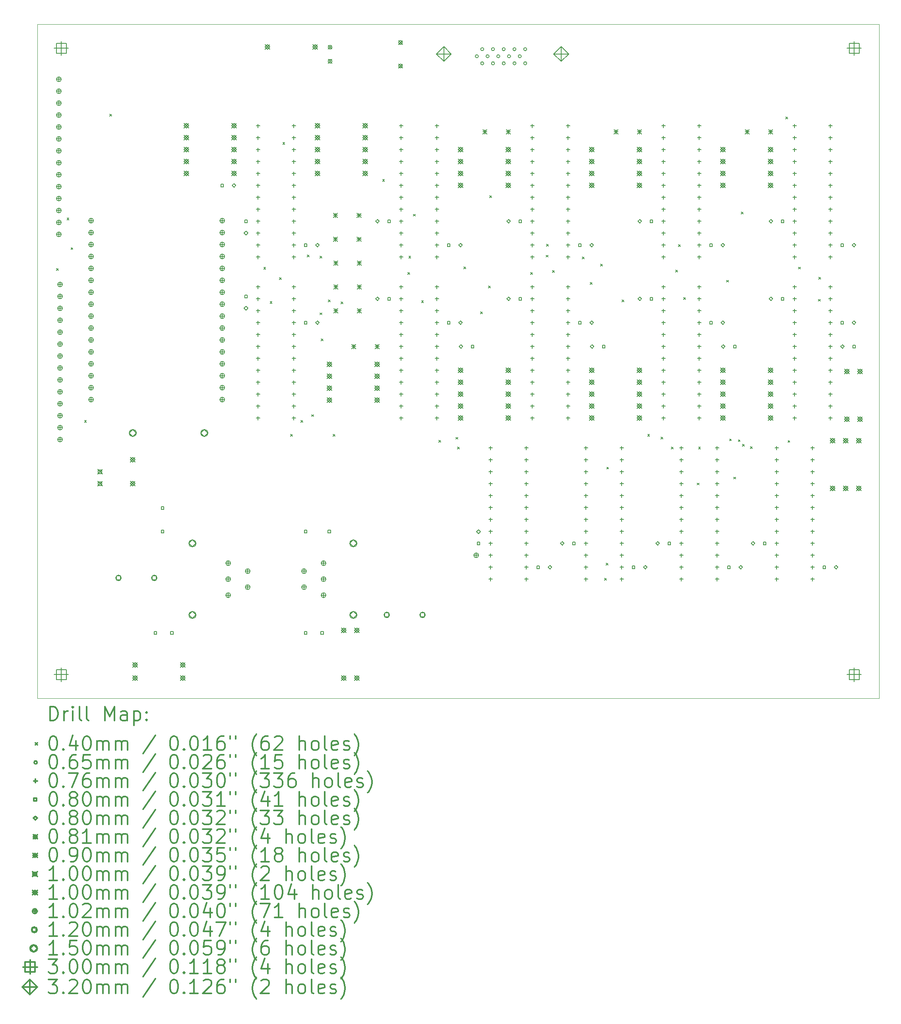
<source format=gbr>
%FSLAX45Y45*%
G04 Gerber Fmt 4.5, Leading zero omitted, Abs format (unit mm)*
G04 Created by KiCad (PCBNEW 0.201509101502+6177~30~ubuntu15.04.1-product) date Sat 12 Sep 2015 07:26:31 PM CEST*
%MOMM*%
G01*
G04 APERTURE LIST*
%ADD10C,0.127000*%
%ADD11C,0.100000*%
%ADD12C,0.200000*%
%ADD13C,0.300000*%
G04 APERTURE END LIST*
D10*
D11*
X17424400Y-508000D02*
X-508000Y-508000D01*
X17424400Y-431800D02*
X17424400Y-508000D01*
X17424400Y13843000D02*
X254000Y13843000D01*
X17424400Y-431800D02*
X17424400Y13843000D01*
X-508000Y13843000D02*
X-508000Y-508000D01*
X254000Y13843000D02*
X-508000Y13843000D01*
D12*
X-101380Y8647090D02*
X-61380Y8607090D01*
X-61380Y8647090D02*
X-101380Y8607090D01*
X122080Y9723850D02*
X162080Y9683850D01*
X162080Y9723850D02*
X122080Y9683850D01*
X207350Y9091040D02*
X247350Y9051040D01*
X247350Y9091040D02*
X207350Y9051040D01*
X494350Y5411150D02*
X534350Y5371150D01*
X534350Y5411150D02*
X494350Y5371150D01*
X1034100Y11932600D02*
X1074100Y11892600D01*
X1074100Y11932600D02*
X1034100Y11892600D01*
X4314230Y8669980D02*
X4354230Y8629980D01*
X4354230Y8669980D02*
X4314230Y8629980D01*
X4448270Y7940560D02*
X4488270Y7900560D01*
X4488270Y7940560D02*
X4448270Y7900560D01*
X4648760Y8452700D02*
X4688760Y8412700D01*
X4688760Y8452700D02*
X4648760Y8412700D01*
X4719950Y11328390D02*
X4759950Y11288390D01*
X4759950Y11328390D02*
X4719950Y11288390D01*
X4882200Y5112700D02*
X4922200Y5072700D01*
X4922200Y5112700D02*
X4882200Y5072700D01*
X5105480Y5410080D02*
X5145480Y5370080D01*
X5145480Y5410080D02*
X5105480Y5370080D01*
X5241000Y8935680D02*
X5281000Y8895680D01*
X5281000Y8935680D02*
X5241000Y8895680D01*
X5332920Y5534850D02*
X5372920Y5494850D01*
X5372920Y5534850D02*
X5332920Y5494850D01*
X5511230Y8909650D02*
X5551230Y8869650D01*
X5551230Y8909650D02*
X5511230Y8869650D01*
X5511230Y7702350D02*
X5551230Y7662350D01*
X5551230Y7702350D02*
X5511230Y7662350D01*
X5537850Y7150250D02*
X5577850Y7110250D01*
X5577850Y7150250D02*
X5537850Y7110250D01*
X5687650Y7974830D02*
X5727650Y7934830D01*
X5727650Y7974830D02*
X5687650Y7934830D01*
X5793610Y5116210D02*
X5833610Y5076210D01*
X5833610Y5116210D02*
X5793610Y5076210D01*
X5960150Y7935070D02*
X6000150Y7895070D01*
X6000150Y7935070D02*
X5960150Y7895070D01*
X6844350Y10541950D02*
X6884350Y10501950D01*
X6884350Y10541950D02*
X6844350Y10501950D01*
X7380430Y8562310D02*
X7420430Y8522310D01*
X7420430Y8562310D02*
X7380430Y8522310D01*
X7403960Y8910000D02*
X7443960Y8870000D01*
X7443960Y8910000D02*
X7403960Y8870000D01*
X7499170Y9802280D02*
X7539170Y9762280D01*
X7539170Y9802280D02*
X7499170Y9762280D01*
X7674300Y7961040D02*
X7714300Y7921040D01*
X7714300Y7961040D02*
X7674300Y7921040D01*
X8044500Y4985700D02*
X8084500Y4945700D01*
X8084500Y4985700D02*
X8044500Y4945700D01*
X8409900Y5052100D02*
X8449900Y5012100D01*
X8449900Y5052100D02*
X8409900Y5012100D01*
X8438200Y4846000D02*
X8478200Y4806000D01*
X8478200Y4846000D02*
X8438200Y4806000D01*
X8576830Y8681170D02*
X8616830Y8641170D01*
X8616830Y8681170D02*
X8576830Y8641170D01*
X8932040Y7722560D02*
X8972040Y7682560D01*
X8972040Y7722560D02*
X8932040Y7682560D01*
X9103670Y8275000D02*
X9143670Y8235000D01*
X9143670Y8275000D02*
X9103670Y8235000D01*
X9129080Y10195240D02*
X9169080Y10155240D01*
X9169080Y10195240D02*
X9129080Y10155240D01*
X9998330Y8559880D02*
X10038330Y8519880D01*
X10038330Y8559880D02*
X9998330Y8519880D01*
X10327960Y8930320D02*
X10367960Y8890320D01*
X10367960Y8930320D02*
X10327960Y8890320D01*
X10338120Y9164000D02*
X10378120Y9124000D01*
X10378120Y9164000D02*
X10338120Y9124000D01*
X10462200Y8601650D02*
X10502200Y8561650D01*
X10502200Y8601650D02*
X10462200Y8561650D01*
X11099150Y8890390D02*
X11139150Y8850390D01*
X11139150Y8890390D02*
X11099150Y8850390D01*
X11269450Y8347580D02*
X11309450Y8307580D01*
X11309450Y8347580D02*
X11269450Y8307580D01*
X11488580Y8740190D02*
X11528580Y8700190D01*
X11528580Y8740190D02*
X11488580Y8700190D01*
X11575100Y2052000D02*
X11615100Y2012000D01*
X11615100Y2052000D02*
X11575100Y2012000D01*
X11607930Y2370330D02*
X11647930Y2330330D01*
X11647930Y2370330D02*
X11607930Y2330330D01*
X11620700Y4416080D02*
X11660700Y4376080D01*
X11660700Y4416080D02*
X11620700Y4376080D01*
X11944120Y7977860D02*
X11984120Y7937860D01*
X11984120Y7977860D02*
X11944120Y7937860D01*
X12493470Y5115700D02*
X12533470Y5075700D01*
X12533470Y5115700D02*
X12493470Y5075700D01*
X12776850Y5057810D02*
X12816850Y5017810D01*
X12816850Y5057810D02*
X12776850Y5017810D01*
X12994790Y4846000D02*
X13034790Y4806000D01*
X13034790Y4846000D02*
X12994790Y4806000D01*
X13087680Y8609700D02*
X13127680Y8569700D01*
X13127680Y8609700D02*
X13087680Y8569700D01*
X13146890Y9153120D02*
X13186890Y9113120D01*
X13186890Y9153120D02*
X13146890Y9113120D01*
X13259120Y8026080D02*
X13299120Y7986080D01*
X13299120Y8026080D02*
X13259120Y7986080D01*
X13543600Y4077650D02*
X13583600Y4037650D01*
X13583600Y4077650D02*
X13543600Y4037650D01*
X13576570Y4846000D02*
X13616570Y4806000D01*
X13616570Y4846000D02*
X13576570Y4806000D01*
X14170750Y8397400D02*
X14210750Y8357400D01*
X14210750Y8397400D02*
X14170750Y8357400D01*
X14235830Y5019020D02*
X14275830Y4979020D01*
X14275830Y5019020D02*
X14235830Y4979020D01*
X14326420Y4206420D02*
X14366420Y4166420D01*
X14366420Y4206420D02*
X14326420Y4166420D01*
X14423660Y5000260D02*
X14463660Y4960260D01*
X14463660Y5000260D02*
X14423660Y4960260D01*
X14487780Y9845550D02*
X14527780Y9805550D01*
X14527780Y9845550D02*
X14487780Y9805550D01*
X14510840Y4902010D02*
X14550840Y4862010D01*
X14550840Y4902010D02*
X14510840Y4862010D01*
X14681510Y4854950D02*
X14721510Y4814950D01*
X14721510Y4854950D02*
X14681510Y4814950D01*
X15434410Y11871080D02*
X15474410Y11831080D01*
X15474410Y11871080D02*
X15434410Y11831080D01*
X15481800Y4984410D02*
X15521800Y4944410D01*
X15521800Y4984410D02*
X15481800Y4944410D01*
X15703150Y8676930D02*
X15743150Y8636930D01*
X15743150Y8676930D02*
X15703150Y8636930D01*
X16131860Y7990520D02*
X16171860Y7950520D01*
X16171860Y7990520D02*
X16131860Y7950520D01*
X16136940Y8460420D02*
X16176940Y8420420D01*
X16176940Y8460420D02*
X16136940Y8420420D01*
X8884920Y13164820D02*
G75*
G03X8884920Y13164820I-32512J0D01*
G01*
X8999474Y13314934D02*
G75*
G03X8999474Y13314934I-32512J0D01*
G01*
X8999474Y13014960D02*
G75*
G03X8999474Y13014960I-32512J0D01*
G01*
X9114028Y13164820D02*
G75*
G03X9114028Y13164820I-32512J0D01*
G01*
X9228582Y13314934D02*
G75*
G03X9228582Y13314934I-32512J0D01*
G01*
X9228582Y13014960D02*
G75*
G03X9228582Y13014960I-32512J0D01*
G01*
X9343136Y13164820D02*
G75*
G03X9343136Y13164820I-32512J0D01*
G01*
X9457182Y13014960D02*
G75*
G03X9457182Y13014960I-32512J0D01*
G01*
X9457436Y13314680D02*
G75*
G03X9457436Y13314680I-32512J0D01*
G01*
X9571990Y13164820D02*
G75*
G03X9571990Y13164820I-32512J0D01*
G01*
X9686544Y13314934D02*
G75*
G03X9686544Y13314934I-32512J0D01*
G01*
X9686544Y13014960D02*
G75*
G03X9686544Y13014960I-32512J0D01*
G01*
X9801098Y13164820D02*
G75*
G03X9801098Y13164820I-32512J0D01*
G01*
X9915398Y13314934D02*
G75*
G03X9915398Y13314934I-32512J0D01*
G01*
X9915398Y13014960D02*
G75*
G03X9915398Y13014960I-32512J0D01*
G01*
X4191000Y11722100D02*
X4191000Y11645900D01*
X4152900Y11684000D02*
X4229100Y11684000D01*
X4191000Y11468100D02*
X4191000Y11391900D01*
X4152900Y11430000D02*
X4229100Y11430000D01*
X4191000Y11214100D02*
X4191000Y11137900D01*
X4152900Y11176000D02*
X4229100Y11176000D01*
X4191000Y10960100D02*
X4191000Y10883900D01*
X4152900Y10922000D02*
X4229100Y10922000D01*
X4191000Y10706100D02*
X4191000Y10629900D01*
X4152900Y10668000D02*
X4229100Y10668000D01*
X4191000Y10452100D02*
X4191000Y10375900D01*
X4152900Y10414000D02*
X4229100Y10414000D01*
X4191000Y10198100D02*
X4191000Y10121900D01*
X4152900Y10160000D02*
X4229100Y10160000D01*
X4191000Y9944100D02*
X4191000Y9867900D01*
X4152900Y9906000D02*
X4229100Y9906000D01*
X4191000Y9690100D02*
X4191000Y9613900D01*
X4152900Y9652000D02*
X4229100Y9652000D01*
X4191000Y9436100D02*
X4191000Y9359900D01*
X4152900Y9398000D02*
X4229100Y9398000D01*
X4191000Y9182100D02*
X4191000Y9105900D01*
X4152900Y9144000D02*
X4229100Y9144000D01*
X4191000Y8928100D02*
X4191000Y8851900D01*
X4152900Y8890000D02*
X4229100Y8890000D01*
X4191000Y8293100D02*
X4191000Y8216900D01*
X4152900Y8255000D02*
X4229100Y8255000D01*
X4191000Y8039100D02*
X4191000Y7962900D01*
X4152900Y8001000D02*
X4229100Y8001000D01*
X4191000Y7785100D02*
X4191000Y7708900D01*
X4152900Y7747000D02*
X4229100Y7747000D01*
X4191000Y7531100D02*
X4191000Y7454900D01*
X4152900Y7493000D02*
X4229100Y7493000D01*
X4191000Y7277100D02*
X4191000Y7200900D01*
X4152900Y7239000D02*
X4229100Y7239000D01*
X4191000Y7023100D02*
X4191000Y6946900D01*
X4152900Y6985000D02*
X4229100Y6985000D01*
X4191000Y6769100D02*
X4191000Y6692900D01*
X4152900Y6731000D02*
X4229100Y6731000D01*
X4191000Y6515100D02*
X4191000Y6438900D01*
X4152900Y6477000D02*
X4229100Y6477000D01*
X4191000Y6261100D02*
X4191000Y6184900D01*
X4152900Y6223000D02*
X4229100Y6223000D01*
X4191000Y6007100D02*
X4191000Y5930900D01*
X4152900Y5969000D02*
X4229100Y5969000D01*
X4191000Y5753100D02*
X4191000Y5676900D01*
X4152900Y5715000D02*
X4229100Y5715000D01*
X4191000Y5499100D02*
X4191000Y5422900D01*
X4152900Y5461000D02*
X4229100Y5461000D01*
X4953000Y11722100D02*
X4953000Y11645900D01*
X4914900Y11684000D02*
X4991100Y11684000D01*
X4953000Y11468100D02*
X4953000Y11391900D01*
X4914900Y11430000D02*
X4991100Y11430000D01*
X4953000Y11214100D02*
X4953000Y11137900D01*
X4914900Y11176000D02*
X4991100Y11176000D01*
X4953000Y10960100D02*
X4953000Y10883900D01*
X4914900Y10922000D02*
X4991100Y10922000D01*
X4953000Y10706100D02*
X4953000Y10629900D01*
X4914900Y10668000D02*
X4991100Y10668000D01*
X4953000Y10452100D02*
X4953000Y10375900D01*
X4914900Y10414000D02*
X4991100Y10414000D01*
X4953000Y10198100D02*
X4953000Y10121900D01*
X4914900Y10160000D02*
X4991100Y10160000D01*
X4953000Y9944100D02*
X4953000Y9867900D01*
X4914900Y9906000D02*
X4991100Y9906000D01*
X4953000Y9690100D02*
X4953000Y9613900D01*
X4914900Y9652000D02*
X4991100Y9652000D01*
X4953000Y9436100D02*
X4953000Y9359900D01*
X4914900Y9398000D02*
X4991100Y9398000D01*
X4953000Y9182100D02*
X4953000Y9105900D01*
X4914900Y9144000D02*
X4991100Y9144000D01*
X4953000Y8928100D02*
X4953000Y8851900D01*
X4914900Y8890000D02*
X4991100Y8890000D01*
X4953000Y8293100D02*
X4953000Y8216900D01*
X4914900Y8255000D02*
X4991100Y8255000D01*
X4953000Y8039100D02*
X4953000Y7962900D01*
X4914900Y8001000D02*
X4991100Y8001000D01*
X4953000Y7785100D02*
X4953000Y7708900D01*
X4914900Y7747000D02*
X4991100Y7747000D01*
X4953000Y7531100D02*
X4953000Y7454900D01*
X4914900Y7493000D02*
X4991100Y7493000D01*
X4953000Y7277100D02*
X4953000Y7200900D01*
X4914900Y7239000D02*
X4991100Y7239000D01*
X4953000Y7023100D02*
X4953000Y6946900D01*
X4914900Y6985000D02*
X4991100Y6985000D01*
X4953000Y6769100D02*
X4953000Y6692900D01*
X4914900Y6731000D02*
X4991100Y6731000D01*
X4953000Y6515100D02*
X4953000Y6438900D01*
X4914900Y6477000D02*
X4991100Y6477000D01*
X4953000Y6261100D02*
X4953000Y6184900D01*
X4914900Y6223000D02*
X4991100Y6223000D01*
X4953000Y6007100D02*
X4953000Y5930900D01*
X4914900Y5969000D02*
X4991100Y5969000D01*
X4953000Y5753100D02*
X4953000Y5676900D01*
X4914900Y5715000D02*
X4991100Y5715000D01*
X4953000Y5499100D02*
X4953000Y5422900D01*
X4914900Y5461000D02*
X4991100Y5461000D01*
X7239000Y11722100D02*
X7239000Y11645900D01*
X7200900Y11684000D02*
X7277100Y11684000D01*
X7239000Y11468100D02*
X7239000Y11391900D01*
X7200900Y11430000D02*
X7277100Y11430000D01*
X7239000Y11214100D02*
X7239000Y11137900D01*
X7200900Y11176000D02*
X7277100Y11176000D01*
X7239000Y10960100D02*
X7239000Y10883900D01*
X7200900Y10922000D02*
X7277100Y10922000D01*
X7239000Y10706100D02*
X7239000Y10629900D01*
X7200900Y10668000D02*
X7277100Y10668000D01*
X7239000Y10452100D02*
X7239000Y10375900D01*
X7200900Y10414000D02*
X7277100Y10414000D01*
X7239000Y10198100D02*
X7239000Y10121900D01*
X7200900Y10160000D02*
X7277100Y10160000D01*
X7239000Y9944100D02*
X7239000Y9867900D01*
X7200900Y9906000D02*
X7277100Y9906000D01*
X7239000Y9690100D02*
X7239000Y9613900D01*
X7200900Y9652000D02*
X7277100Y9652000D01*
X7239000Y9436100D02*
X7239000Y9359900D01*
X7200900Y9398000D02*
X7277100Y9398000D01*
X7239000Y9182100D02*
X7239000Y9105900D01*
X7200900Y9144000D02*
X7277100Y9144000D01*
X7239000Y8928100D02*
X7239000Y8851900D01*
X7200900Y8890000D02*
X7277100Y8890000D01*
X7239000Y8293100D02*
X7239000Y8216900D01*
X7200900Y8255000D02*
X7277100Y8255000D01*
X7239000Y8039100D02*
X7239000Y7962900D01*
X7200900Y8001000D02*
X7277100Y8001000D01*
X7239000Y7785100D02*
X7239000Y7708900D01*
X7200900Y7747000D02*
X7277100Y7747000D01*
X7239000Y7531100D02*
X7239000Y7454900D01*
X7200900Y7493000D02*
X7277100Y7493000D01*
X7239000Y7277100D02*
X7239000Y7200900D01*
X7200900Y7239000D02*
X7277100Y7239000D01*
X7239000Y7023100D02*
X7239000Y6946900D01*
X7200900Y6985000D02*
X7277100Y6985000D01*
X7239000Y6769100D02*
X7239000Y6692900D01*
X7200900Y6731000D02*
X7277100Y6731000D01*
X7239000Y6515100D02*
X7239000Y6438900D01*
X7200900Y6477000D02*
X7277100Y6477000D01*
X7239000Y6261100D02*
X7239000Y6184900D01*
X7200900Y6223000D02*
X7277100Y6223000D01*
X7239000Y6007100D02*
X7239000Y5930900D01*
X7200900Y5969000D02*
X7277100Y5969000D01*
X7239000Y5753100D02*
X7239000Y5676900D01*
X7200900Y5715000D02*
X7277100Y5715000D01*
X7239000Y5499100D02*
X7239000Y5422900D01*
X7200900Y5461000D02*
X7277100Y5461000D01*
X8001000Y11722100D02*
X8001000Y11645900D01*
X7962900Y11684000D02*
X8039100Y11684000D01*
X8001000Y11468100D02*
X8001000Y11391900D01*
X7962900Y11430000D02*
X8039100Y11430000D01*
X8001000Y11214100D02*
X8001000Y11137900D01*
X7962900Y11176000D02*
X8039100Y11176000D01*
X8001000Y10960100D02*
X8001000Y10883900D01*
X7962900Y10922000D02*
X8039100Y10922000D01*
X8001000Y10706100D02*
X8001000Y10629900D01*
X7962900Y10668000D02*
X8039100Y10668000D01*
X8001000Y10452100D02*
X8001000Y10375900D01*
X7962900Y10414000D02*
X8039100Y10414000D01*
X8001000Y10198100D02*
X8001000Y10121900D01*
X7962900Y10160000D02*
X8039100Y10160000D01*
X8001000Y9944100D02*
X8001000Y9867900D01*
X7962900Y9906000D02*
X8039100Y9906000D01*
X8001000Y9690100D02*
X8001000Y9613900D01*
X7962900Y9652000D02*
X8039100Y9652000D01*
X8001000Y9436100D02*
X8001000Y9359900D01*
X7962900Y9398000D02*
X8039100Y9398000D01*
X8001000Y9182100D02*
X8001000Y9105900D01*
X7962900Y9144000D02*
X8039100Y9144000D01*
X8001000Y8928100D02*
X8001000Y8851900D01*
X7962900Y8890000D02*
X8039100Y8890000D01*
X8001000Y8293100D02*
X8001000Y8216900D01*
X7962900Y8255000D02*
X8039100Y8255000D01*
X8001000Y8039100D02*
X8001000Y7962900D01*
X7962900Y8001000D02*
X8039100Y8001000D01*
X8001000Y7785100D02*
X8001000Y7708900D01*
X7962900Y7747000D02*
X8039100Y7747000D01*
X8001000Y7531100D02*
X8001000Y7454900D01*
X7962900Y7493000D02*
X8039100Y7493000D01*
X8001000Y7277100D02*
X8001000Y7200900D01*
X7962900Y7239000D02*
X8039100Y7239000D01*
X8001000Y7023100D02*
X8001000Y6946900D01*
X7962900Y6985000D02*
X8039100Y6985000D01*
X8001000Y6769100D02*
X8001000Y6692900D01*
X7962900Y6731000D02*
X8039100Y6731000D01*
X8001000Y6515100D02*
X8001000Y6438900D01*
X7962900Y6477000D02*
X8039100Y6477000D01*
X8001000Y6261100D02*
X8001000Y6184900D01*
X7962900Y6223000D02*
X8039100Y6223000D01*
X8001000Y6007100D02*
X8001000Y5930900D01*
X7962900Y5969000D02*
X8039100Y5969000D01*
X8001000Y5753100D02*
X8001000Y5676900D01*
X7962900Y5715000D02*
X8039100Y5715000D01*
X8001000Y5499100D02*
X8001000Y5422900D01*
X7962900Y5461000D02*
X8039100Y5461000D01*
X9144000Y4864100D02*
X9144000Y4787900D01*
X9105900Y4826000D02*
X9182100Y4826000D01*
X9144000Y4610100D02*
X9144000Y4533900D01*
X9105900Y4572000D02*
X9182100Y4572000D01*
X9144000Y4356100D02*
X9144000Y4279900D01*
X9105900Y4318000D02*
X9182100Y4318000D01*
X9144000Y4102100D02*
X9144000Y4025900D01*
X9105900Y4064000D02*
X9182100Y4064000D01*
X9144000Y3848100D02*
X9144000Y3771900D01*
X9105900Y3810000D02*
X9182100Y3810000D01*
X9144000Y3594100D02*
X9144000Y3517900D01*
X9105900Y3556000D02*
X9182100Y3556000D01*
X9144000Y3340100D02*
X9144000Y3263900D01*
X9105900Y3302000D02*
X9182100Y3302000D01*
X9144000Y3086100D02*
X9144000Y3009900D01*
X9105900Y3048000D02*
X9182100Y3048000D01*
X9144000Y2832100D02*
X9144000Y2755900D01*
X9105900Y2794000D02*
X9182100Y2794000D01*
X9144000Y2578100D02*
X9144000Y2501900D01*
X9105900Y2540000D02*
X9182100Y2540000D01*
X9144000Y2324100D02*
X9144000Y2247900D01*
X9105900Y2286000D02*
X9182100Y2286000D01*
X9144000Y2070100D02*
X9144000Y1993900D01*
X9105900Y2032000D02*
X9182100Y2032000D01*
X9906000Y4864100D02*
X9906000Y4787900D01*
X9867900Y4826000D02*
X9944100Y4826000D01*
X9906000Y4610100D02*
X9906000Y4533900D01*
X9867900Y4572000D02*
X9944100Y4572000D01*
X9906000Y4356100D02*
X9906000Y4279900D01*
X9867900Y4318000D02*
X9944100Y4318000D01*
X9906000Y4102100D02*
X9906000Y4025900D01*
X9867900Y4064000D02*
X9944100Y4064000D01*
X9906000Y3848100D02*
X9906000Y3771900D01*
X9867900Y3810000D02*
X9944100Y3810000D01*
X9906000Y3594100D02*
X9906000Y3517900D01*
X9867900Y3556000D02*
X9944100Y3556000D01*
X9906000Y3340100D02*
X9906000Y3263900D01*
X9867900Y3302000D02*
X9944100Y3302000D01*
X9906000Y3086100D02*
X9906000Y3009900D01*
X9867900Y3048000D02*
X9944100Y3048000D01*
X9906000Y2832100D02*
X9906000Y2755900D01*
X9867900Y2794000D02*
X9944100Y2794000D01*
X9906000Y2578100D02*
X9906000Y2501900D01*
X9867900Y2540000D02*
X9944100Y2540000D01*
X9906000Y2324100D02*
X9906000Y2247900D01*
X9867900Y2286000D02*
X9944100Y2286000D01*
X9906000Y2070100D02*
X9906000Y1993900D01*
X9867900Y2032000D02*
X9944100Y2032000D01*
X10033000Y11722100D02*
X10033000Y11645900D01*
X9994900Y11684000D02*
X10071100Y11684000D01*
X10033000Y11468100D02*
X10033000Y11391900D01*
X9994900Y11430000D02*
X10071100Y11430000D01*
X10033000Y11214100D02*
X10033000Y11137900D01*
X9994900Y11176000D02*
X10071100Y11176000D01*
X10033000Y10960100D02*
X10033000Y10883900D01*
X9994900Y10922000D02*
X10071100Y10922000D01*
X10033000Y10706100D02*
X10033000Y10629900D01*
X9994900Y10668000D02*
X10071100Y10668000D01*
X10033000Y10452100D02*
X10033000Y10375900D01*
X9994900Y10414000D02*
X10071100Y10414000D01*
X10033000Y10198100D02*
X10033000Y10121900D01*
X9994900Y10160000D02*
X10071100Y10160000D01*
X10033000Y9944100D02*
X10033000Y9867900D01*
X9994900Y9906000D02*
X10071100Y9906000D01*
X10033000Y9690100D02*
X10033000Y9613900D01*
X9994900Y9652000D02*
X10071100Y9652000D01*
X10033000Y9436100D02*
X10033000Y9359900D01*
X9994900Y9398000D02*
X10071100Y9398000D01*
X10033000Y9182100D02*
X10033000Y9105900D01*
X9994900Y9144000D02*
X10071100Y9144000D01*
X10033000Y8928100D02*
X10033000Y8851900D01*
X9994900Y8890000D02*
X10071100Y8890000D01*
X10033000Y8293100D02*
X10033000Y8216900D01*
X9994900Y8255000D02*
X10071100Y8255000D01*
X10033000Y8039100D02*
X10033000Y7962900D01*
X9994900Y8001000D02*
X10071100Y8001000D01*
X10033000Y7785100D02*
X10033000Y7708900D01*
X9994900Y7747000D02*
X10071100Y7747000D01*
X10033000Y7531100D02*
X10033000Y7454900D01*
X9994900Y7493000D02*
X10071100Y7493000D01*
X10033000Y7277100D02*
X10033000Y7200900D01*
X9994900Y7239000D02*
X10071100Y7239000D01*
X10033000Y7023100D02*
X10033000Y6946900D01*
X9994900Y6985000D02*
X10071100Y6985000D01*
X10033000Y6769100D02*
X10033000Y6692900D01*
X9994900Y6731000D02*
X10071100Y6731000D01*
X10033000Y6515100D02*
X10033000Y6438900D01*
X9994900Y6477000D02*
X10071100Y6477000D01*
X10033000Y6261100D02*
X10033000Y6184900D01*
X9994900Y6223000D02*
X10071100Y6223000D01*
X10033000Y6007100D02*
X10033000Y5930900D01*
X9994900Y5969000D02*
X10071100Y5969000D01*
X10033000Y5753100D02*
X10033000Y5676900D01*
X9994900Y5715000D02*
X10071100Y5715000D01*
X10033000Y5499100D02*
X10033000Y5422900D01*
X9994900Y5461000D02*
X10071100Y5461000D01*
X10795000Y11722100D02*
X10795000Y11645900D01*
X10756900Y11684000D02*
X10833100Y11684000D01*
X10795000Y11468100D02*
X10795000Y11391900D01*
X10756900Y11430000D02*
X10833100Y11430000D01*
X10795000Y11214100D02*
X10795000Y11137900D01*
X10756900Y11176000D02*
X10833100Y11176000D01*
X10795000Y10960100D02*
X10795000Y10883900D01*
X10756900Y10922000D02*
X10833100Y10922000D01*
X10795000Y10706100D02*
X10795000Y10629900D01*
X10756900Y10668000D02*
X10833100Y10668000D01*
X10795000Y10452100D02*
X10795000Y10375900D01*
X10756900Y10414000D02*
X10833100Y10414000D01*
X10795000Y10198100D02*
X10795000Y10121900D01*
X10756900Y10160000D02*
X10833100Y10160000D01*
X10795000Y9944100D02*
X10795000Y9867900D01*
X10756900Y9906000D02*
X10833100Y9906000D01*
X10795000Y9690100D02*
X10795000Y9613900D01*
X10756900Y9652000D02*
X10833100Y9652000D01*
X10795000Y9436100D02*
X10795000Y9359900D01*
X10756900Y9398000D02*
X10833100Y9398000D01*
X10795000Y9182100D02*
X10795000Y9105900D01*
X10756900Y9144000D02*
X10833100Y9144000D01*
X10795000Y8928100D02*
X10795000Y8851900D01*
X10756900Y8890000D02*
X10833100Y8890000D01*
X10795000Y8293100D02*
X10795000Y8216900D01*
X10756900Y8255000D02*
X10833100Y8255000D01*
X10795000Y8039100D02*
X10795000Y7962900D01*
X10756900Y8001000D02*
X10833100Y8001000D01*
X10795000Y7785100D02*
X10795000Y7708900D01*
X10756900Y7747000D02*
X10833100Y7747000D01*
X10795000Y7531100D02*
X10795000Y7454900D01*
X10756900Y7493000D02*
X10833100Y7493000D01*
X10795000Y7277100D02*
X10795000Y7200900D01*
X10756900Y7239000D02*
X10833100Y7239000D01*
X10795000Y7023100D02*
X10795000Y6946900D01*
X10756900Y6985000D02*
X10833100Y6985000D01*
X10795000Y6769100D02*
X10795000Y6692900D01*
X10756900Y6731000D02*
X10833100Y6731000D01*
X10795000Y6515100D02*
X10795000Y6438900D01*
X10756900Y6477000D02*
X10833100Y6477000D01*
X10795000Y6261100D02*
X10795000Y6184900D01*
X10756900Y6223000D02*
X10833100Y6223000D01*
X10795000Y6007100D02*
X10795000Y5930900D01*
X10756900Y5969000D02*
X10833100Y5969000D01*
X10795000Y5753100D02*
X10795000Y5676900D01*
X10756900Y5715000D02*
X10833100Y5715000D01*
X10795000Y5499100D02*
X10795000Y5422900D01*
X10756900Y5461000D02*
X10833100Y5461000D01*
X11176000Y4864100D02*
X11176000Y4787900D01*
X11137900Y4826000D02*
X11214100Y4826000D01*
X11176000Y4610100D02*
X11176000Y4533900D01*
X11137900Y4572000D02*
X11214100Y4572000D01*
X11176000Y4356100D02*
X11176000Y4279900D01*
X11137900Y4318000D02*
X11214100Y4318000D01*
X11176000Y4102100D02*
X11176000Y4025900D01*
X11137900Y4064000D02*
X11214100Y4064000D01*
X11176000Y3848100D02*
X11176000Y3771900D01*
X11137900Y3810000D02*
X11214100Y3810000D01*
X11176000Y3594100D02*
X11176000Y3517900D01*
X11137900Y3556000D02*
X11214100Y3556000D01*
X11176000Y3340100D02*
X11176000Y3263900D01*
X11137900Y3302000D02*
X11214100Y3302000D01*
X11176000Y3086100D02*
X11176000Y3009900D01*
X11137900Y3048000D02*
X11214100Y3048000D01*
X11176000Y2832100D02*
X11176000Y2755900D01*
X11137900Y2794000D02*
X11214100Y2794000D01*
X11176000Y2578100D02*
X11176000Y2501900D01*
X11137900Y2540000D02*
X11214100Y2540000D01*
X11176000Y2324100D02*
X11176000Y2247900D01*
X11137900Y2286000D02*
X11214100Y2286000D01*
X11176000Y2070100D02*
X11176000Y1993900D01*
X11137900Y2032000D02*
X11214100Y2032000D01*
X11938000Y4864100D02*
X11938000Y4787900D01*
X11899900Y4826000D02*
X11976100Y4826000D01*
X11938000Y4610100D02*
X11938000Y4533900D01*
X11899900Y4572000D02*
X11976100Y4572000D01*
X11938000Y4356100D02*
X11938000Y4279900D01*
X11899900Y4318000D02*
X11976100Y4318000D01*
X11938000Y4102100D02*
X11938000Y4025900D01*
X11899900Y4064000D02*
X11976100Y4064000D01*
X11938000Y3848100D02*
X11938000Y3771900D01*
X11899900Y3810000D02*
X11976100Y3810000D01*
X11938000Y3594100D02*
X11938000Y3517900D01*
X11899900Y3556000D02*
X11976100Y3556000D01*
X11938000Y3340100D02*
X11938000Y3263900D01*
X11899900Y3302000D02*
X11976100Y3302000D01*
X11938000Y3086100D02*
X11938000Y3009900D01*
X11899900Y3048000D02*
X11976100Y3048000D01*
X11938000Y2832100D02*
X11938000Y2755900D01*
X11899900Y2794000D02*
X11976100Y2794000D01*
X11938000Y2578100D02*
X11938000Y2501900D01*
X11899900Y2540000D02*
X11976100Y2540000D01*
X11938000Y2324100D02*
X11938000Y2247900D01*
X11899900Y2286000D02*
X11976100Y2286000D01*
X11938000Y2070100D02*
X11938000Y1993900D01*
X11899900Y2032000D02*
X11976100Y2032000D01*
X12827000Y11722100D02*
X12827000Y11645900D01*
X12788900Y11684000D02*
X12865100Y11684000D01*
X12827000Y11468100D02*
X12827000Y11391900D01*
X12788900Y11430000D02*
X12865100Y11430000D01*
X12827000Y11214100D02*
X12827000Y11137900D01*
X12788900Y11176000D02*
X12865100Y11176000D01*
X12827000Y10960100D02*
X12827000Y10883900D01*
X12788900Y10922000D02*
X12865100Y10922000D01*
X12827000Y10706100D02*
X12827000Y10629900D01*
X12788900Y10668000D02*
X12865100Y10668000D01*
X12827000Y10452100D02*
X12827000Y10375900D01*
X12788900Y10414000D02*
X12865100Y10414000D01*
X12827000Y10198100D02*
X12827000Y10121900D01*
X12788900Y10160000D02*
X12865100Y10160000D01*
X12827000Y9944100D02*
X12827000Y9867900D01*
X12788900Y9906000D02*
X12865100Y9906000D01*
X12827000Y9690100D02*
X12827000Y9613900D01*
X12788900Y9652000D02*
X12865100Y9652000D01*
X12827000Y9436100D02*
X12827000Y9359900D01*
X12788900Y9398000D02*
X12865100Y9398000D01*
X12827000Y9182100D02*
X12827000Y9105900D01*
X12788900Y9144000D02*
X12865100Y9144000D01*
X12827000Y8928100D02*
X12827000Y8851900D01*
X12788900Y8890000D02*
X12865100Y8890000D01*
X12827000Y8293100D02*
X12827000Y8216900D01*
X12788900Y8255000D02*
X12865100Y8255000D01*
X12827000Y8039100D02*
X12827000Y7962900D01*
X12788900Y8001000D02*
X12865100Y8001000D01*
X12827000Y7785100D02*
X12827000Y7708900D01*
X12788900Y7747000D02*
X12865100Y7747000D01*
X12827000Y7531100D02*
X12827000Y7454900D01*
X12788900Y7493000D02*
X12865100Y7493000D01*
X12827000Y7277100D02*
X12827000Y7200900D01*
X12788900Y7239000D02*
X12865100Y7239000D01*
X12827000Y7023100D02*
X12827000Y6946900D01*
X12788900Y6985000D02*
X12865100Y6985000D01*
X12827000Y6769100D02*
X12827000Y6692900D01*
X12788900Y6731000D02*
X12865100Y6731000D01*
X12827000Y6515100D02*
X12827000Y6438900D01*
X12788900Y6477000D02*
X12865100Y6477000D01*
X12827000Y6261100D02*
X12827000Y6184900D01*
X12788900Y6223000D02*
X12865100Y6223000D01*
X12827000Y6007100D02*
X12827000Y5930900D01*
X12788900Y5969000D02*
X12865100Y5969000D01*
X12827000Y5753100D02*
X12827000Y5676900D01*
X12788900Y5715000D02*
X12865100Y5715000D01*
X12827000Y5499100D02*
X12827000Y5422900D01*
X12788900Y5461000D02*
X12865100Y5461000D01*
X13208000Y4864100D02*
X13208000Y4787900D01*
X13169900Y4826000D02*
X13246100Y4826000D01*
X13208000Y4610100D02*
X13208000Y4533900D01*
X13169900Y4572000D02*
X13246100Y4572000D01*
X13208000Y4356100D02*
X13208000Y4279900D01*
X13169900Y4318000D02*
X13246100Y4318000D01*
X13208000Y4102100D02*
X13208000Y4025900D01*
X13169900Y4064000D02*
X13246100Y4064000D01*
X13208000Y3848100D02*
X13208000Y3771900D01*
X13169900Y3810000D02*
X13246100Y3810000D01*
X13208000Y3594100D02*
X13208000Y3517900D01*
X13169900Y3556000D02*
X13246100Y3556000D01*
X13208000Y3340100D02*
X13208000Y3263900D01*
X13169900Y3302000D02*
X13246100Y3302000D01*
X13208000Y3086100D02*
X13208000Y3009900D01*
X13169900Y3048000D02*
X13246100Y3048000D01*
X13208000Y2832100D02*
X13208000Y2755900D01*
X13169900Y2794000D02*
X13246100Y2794000D01*
X13208000Y2578100D02*
X13208000Y2501900D01*
X13169900Y2540000D02*
X13246100Y2540000D01*
X13208000Y2324100D02*
X13208000Y2247900D01*
X13169900Y2286000D02*
X13246100Y2286000D01*
X13208000Y2070100D02*
X13208000Y1993900D01*
X13169900Y2032000D02*
X13246100Y2032000D01*
X13589000Y11722100D02*
X13589000Y11645900D01*
X13550900Y11684000D02*
X13627100Y11684000D01*
X13589000Y11468100D02*
X13589000Y11391900D01*
X13550900Y11430000D02*
X13627100Y11430000D01*
X13589000Y11214100D02*
X13589000Y11137900D01*
X13550900Y11176000D02*
X13627100Y11176000D01*
X13589000Y10960100D02*
X13589000Y10883900D01*
X13550900Y10922000D02*
X13627100Y10922000D01*
X13589000Y10706100D02*
X13589000Y10629900D01*
X13550900Y10668000D02*
X13627100Y10668000D01*
X13589000Y10452100D02*
X13589000Y10375900D01*
X13550900Y10414000D02*
X13627100Y10414000D01*
X13589000Y10198100D02*
X13589000Y10121900D01*
X13550900Y10160000D02*
X13627100Y10160000D01*
X13589000Y9944100D02*
X13589000Y9867900D01*
X13550900Y9906000D02*
X13627100Y9906000D01*
X13589000Y9690100D02*
X13589000Y9613900D01*
X13550900Y9652000D02*
X13627100Y9652000D01*
X13589000Y9436100D02*
X13589000Y9359900D01*
X13550900Y9398000D02*
X13627100Y9398000D01*
X13589000Y9182100D02*
X13589000Y9105900D01*
X13550900Y9144000D02*
X13627100Y9144000D01*
X13589000Y8928100D02*
X13589000Y8851900D01*
X13550900Y8890000D02*
X13627100Y8890000D01*
X13589000Y8293100D02*
X13589000Y8216900D01*
X13550900Y8255000D02*
X13627100Y8255000D01*
X13589000Y8039100D02*
X13589000Y7962900D01*
X13550900Y8001000D02*
X13627100Y8001000D01*
X13589000Y7785100D02*
X13589000Y7708900D01*
X13550900Y7747000D02*
X13627100Y7747000D01*
X13589000Y7531100D02*
X13589000Y7454900D01*
X13550900Y7493000D02*
X13627100Y7493000D01*
X13589000Y7277100D02*
X13589000Y7200900D01*
X13550900Y7239000D02*
X13627100Y7239000D01*
X13589000Y7023100D02*
X13589000Y6946900D01*
X13550900Y6985000D02*
X13627100Y6985000D01*
X13589000Y6769100D02*
X13589000Y6692900D01*
X13550900Y6731000D02*
X13627100Y6731000D01*
X13589000Y6515100D02*
X13589000Y6438900D01*
X13550900Y6477000D02*
X13627100Y6477000D01*
X13589000Y6261100D02*
X13589000Y6184900D01*
X13550900Y6223000D02*
X13627100Y6223000D01*
X13589000Y6007100D02*
X13589000Y5930900D01*
X13550900Y5969000D02*
X13627100Y5969000D01*
X13589000Y5753100D02*
X13589000Y5676900D01*
X13550900Y5715000D02*
X13627100Y5715000D01*
X13589000Y5499100D02*
X13589000Y5422900D01*
X13550900Y5461000D02*
X13627100Y5461000D01*
X13970000Y4864100D02*
X13970000Y4787900D01*
X13931900Y4826000D02*
X14008100Y4826000D01*
X13970000Y4610100D02*
X13970000Y4533900D01*
X13931900Y4572000D02*
X14008100Y4572000D01*
X13970000Y4356100D02*
X13970000Y4279900D01*
X13931900Y4318000D02*
X14008100Y4318000D01*
X13970000Y4102100D02*
X13970000Y4025900D01*
X13931900Y4064000D02*
X14008100Y4064000D01*
X13970000Y3848100D02*
X13970000Y3771900D01*
X13931900Y3810000D02*
X14008100Y3810000D01*
X13970000Y3594100D02*
X13970000Y3517900D01*
X13931900Y3556000D02*
X14008100Y3556000D01*
X13970000Y3340100D02*
X13970000Y3263900D01*
X13931900Y3302000D02*
X14008100Y3302000D01*
X13970000Y3086100D02*
X13970000Y3009900D01*
X13931900Y3048000D02*
X14008100Y3048000D01*
X13970000Y2832100D02*
X13970000Y2755900D01*
X13931900Y2794000D02*
X14008100Y2794000D01*
X13970000Y2578100D02*
X13970000Y2501900D01*
X13931900Y2540000D02*
X14008100Y2540000D01*
X13970000Y2324100D02*
X13970000Y2247900D01*
X13931900Y2286000D02*
X14008100Y2286000D01*
X13970000Y2070100D02*
X13970000Y1993900D01*
X13931900Y2032000D02*
X14008100Y2032000D01*
X15240000Y4864100D02*
X15240000Y4787900D01*
X15201900Y4826000D02*
X15278100Y4826000D01*
X15240000Y4610100D02*
X15240000Y4533900D01*
X15201900Y4572000D02*
X15278100Y4572000D01*
X15240000Y4356100D02*
X15240000Y4279900D01*
X15201900Y4318000D02*
X15278100Y4318000D01*
X15240000Y4102100D02*
X15240000Y4025900D01*
X15201900Y4064000D02*
X15278100Y4064000D01*
X15240000Y3848100D02*
X15240000Y3771900D01*
X15201900Y3810000D02*
X15278100Y3810000D01*
X15240000Y3594100D02*
X15240000Y3517900D01*
X15201900Y3556000D02*
X15278100Y3556000D01*
X15240000Y3340100D02*
X15240000Y3263900D01*
X15201900Y3302000D02*
X15278100Y3302000D01*
X15240000Y3086100D02*
X15240000Y3009900D01*
X15201900Y3048000D02*
X15278100Y3048000D01*
X15240000Y2832100D02*
X15240000Y2755900D01*
X15201900Y2794000D02*
X15278100Y2794000D01*
X15240000Y2578100D02*
X15240000Y2501900D01*
X15201900Y2540000D02*
X15278100Y2540000D01*
X15240000Y2324100D02*
X15240000Y2247900D01*
X15201900Y2286000D02*
X15278100Y2286000D01*
X15240000Y2070100D02*
X15240000Y1993900D01*
X15201900Y2032000D02*
X15278100Y2032000D01*
X15621000Y11722100D02*
X15621000Y11645900D01*
X15582900Y11684000D02*
X15659100Y11684000D01*
X15621000Y11468100D02*
X15621000Y11391900D01*
X15582900Y11430000D02*
X15659100Y11430000D01*
X15621000Y11214100D02*
X15621000Y11137900D01*
X15582900Y11176000D02*
X15659100Y11176000D01*
X15621000Y10960100D02*
X15621000Y10883900D01*
X15582900Y10922000D02*
X15659100Y10922000D01*
X15621000Y10706100D02*
X15621000Y10629900D01*
X15582900Y10668000D02*
X15659100Y10668000D01*
X15621000Y10452100D02*
X15621000Y10375900D01*
X15582900Y10414000D02*
X15659100Y10414000D01*
X15621000Y10198100D02*
X15621000Y10121900D01*
X15582900Y10160000D02*
X15659100Y10160000D01*
X15621000Y9944100D02*
X15621000Y9867900D01*
X15582900Y9906000D02*
X15659100Y9906000D01*
X15621000Y9690100D02*
X15621000Y9613900D01*
X15582900Y9652000D02*
X15659100Y9652000D01*
X15621000Y9436100D02*
X15621000Y9359900D01*
X15582900Y9398000D02*
X15659100Y9398000D01*
X15621000Y9182100D02*
X15621000Y9105900D01*
X15582900Y9144000D02*
X15659100Y9144000D01*
X15621000Y8928100D02*
X15621000Y8851900D01*
X15582900Y8890000D02*
X15659100Y8890000D01*
X15621000Y8293100D02*
X15621000Y8216900D01*
X15582900Y8255000D02*
X15659100Y8255000D01*
X15621000Y8039100D02*
X15621000Y7962900D01*
X15582900Y8001000D02*
X15659100Y8001000D01*
X15621000Y7785100D02*
X15621000Y7708900D01*
X15582900Y7747000D02*
X15659100Y7747000D01*
X15621000Y7531100D02*
X15621000Y7454900D01*
X15582900Y7493000D02*
X15659100Y7493000D01*
X15621000Y7277100D02*
X15621000Y7200900D01*
X15582900Y7239000D02*
X15659100Y7239000D01*
X15621000Y7023100D02*
X15621000Y6946900D01*
X15582900Y6985000D02*
X15659100Y6985000D01*
X15621000Y6769100D02*
X15621000Y6692900D01*
X15582900Y6731000D02*
X15659100Y6731000D01*
X15621000Y6515100D02*
X15621000Y6438900D01*
X15582900Y6477000D02*
X15659100Y6477000D01*
X15621000Y6261100D02*
X15621000Y6184900D01*
X15582900Y6223000D02*
X15659100Y6223000D01*
X15621000Y6007100D02*
X15621000Y5930900D01*
X15582900Y5969000D02*
X15659100Y5969000D01*
X15621000Y5753100D02*
X15621000Y5676900D01*
X15582900Y5715000D02*
X15659100Y5715000D01*
X15621000Y5499100D02*
X15621000Y5422900D01*
X15582900Y5461000D02*
X15659100Y5461000D01*
X16002000Y4864100D02*
X16002000Y4787900D01*
X15963900Y4826000D02*
X16040100Y4826000D01*
X16002000Y4610100D02*
X16002000Y4533900D01*
X15963900Y4572000D02*
X16040100Y4572000D01*
X16002000Y4356100D02*
X16002000Y4279900D01*
X15963900Y4318000D02*
X16040100Y4318000D01*
X16002000Y4102100D02*
X16002000Y4025900D01*
X15963900Y4064000D02*
X16040100Y4064000D01*
X16002000Y3848100D02*
X16002000Y3771900D01*
X15963900Y3810000D02*
X16040100Y3810000D01*
X16002000Y3594100D02*
X16002000Y3517900D01*
X15963900Y3556000D02*
X16040100Y3556000D01*
X16002000Y3340100D02*
X16002000Y3263900D01*
X15963900Y3302000D02*
X16040100Y3302000D01*
X16002000Y3086100D02*
X16002000Y3009900D01*
X15963900Y3048000D02*
X16040100Y3048000D01*
X16002000Y2832100D02*
X16002000Y2755900D01*
X15963900Y2794000D02*
X16040100Y2794000D01*
X16002000Y2578100D02*
X16002000Y2501900D01*
X15963900Y2540000D02*
X16040100Y2540000D01*
X16002000Y2324100D02*
X16002000Y2247900D01*
X15963900Y2286000D02*
X16040100Y2286000D01*
X16002000Y2070100D02*
X16002000Y1993900D01*
X15963900Y2032000D02*
X16040100Y2032000D01*
X16383000Y11722100D02*
X16383000Y11645900D01*
X16344900Y11684000D02*
X16421100Y11684000D01*
X16383000Y11468100D02*
X16383000Y11391900D01*
X16344900Y11430000D02*
X16421100Y11430000D01*
X16383000Y11214100D02*
X16383000Y11137900D01*
X16344900Y11176000D02*
X16421100Y11176000D01*
X16383000Y10960100D02*
X16383000Y10883900D01*
X16344900Y10922000D02*
X16421100Y10922000D01*
X16383000Y10706100D02*
X16383000Y10629900D01*
X16344900Y10668000D02*
X16421100Y10668000D01*
X16383000Y10452100D02*
X16383000Y10375900D01*
X16344900Y10414000D02*
X16421100Y10414000D01*
X16383000Y10198100D02*
X16383000Y10121900D01*
X16344900Y10160000D02*
X16421100Y10160000D01*
X16383000Y9944100D02*
X16383000Y9867900D01*
X16344900Y9906000D02*
X16421100Y9906000D01*
X16383000Y9690100D02*
X16383000Y9613900D01*
X16344900Y9652000D02*
X16421100Y9652000D01*
X16383000Y9436100D02*
X16383000Y9359900D01*
X16344900Y9398000D02*
X16421100Y9398000D01*
X16383000Y9182100D02*
X16383000Y9105900D01*
X16344900Y9144000D02*
X16421100Y9144000D01*
X16383000Y8928100D02*
X16383000Y8851900D01*
X16344900Y8890000D02*
X16421100Y8890000D01*
X16383000Y8293100D02*
X16383000Y8216900D01*
X16344900Y8255000D02*
X16421100Y8255000D01*
X16383000Y8039100D02*
X16383000Y7962900D01*
X16344900Y8001000D02*
X16421100Y8001000D01*
X16383000Y7785100D02*
X16383000Y7708900D01*
X16344900Y7747000D02*
X16421100Y7747000D01*
X16383000Y7531100D02*
X16383000Y7454900D01*
X16344900Y7493000D02*
X16421100Y7493000D01*
X16383000Y7277100D02*
X16383000Y7200900D01*
X16344900Y7239000D02*
X16421100Y7239000D01*
X16383000Y7023100D02*
X16383000Y6946900D01*
X16344900Y6985000D02*
X16421100Y6985000D01*
X16383000Y6769100D02*
X16383000Y6692900D01*
X16344900Y6731000D02*
X16421100Y6731000D01*
X16383000Y6515100D02*
X16383000Y6438900D01*
X16344900Y6477000D02*
X16421100Y6477000D01*
X16383000Y6261100D02*
X16383000Y6184900D01*
X16344900Y6223000D02*
X16421100Y6223000D01*
X16383000Y6007100D02*
X16383000Y5930900D01*
X16344900Y5969000D02*
X16421100Y5969000D01*
X16383000Y5753100D02*
X16383000Y5676900D01*
X16344900Y5715000D02*
X16421100Y5715000D01*
X16383000Y5499100D02*
X16383000Y5422900D01*
X16344900Y5461000D02*
X16421100Y5461000D01*
X2034884Y860715D02*
X2034884Y917284D01*
X1978315Y917284D01*
X1978315Y860715D01*
X2034884Y860715D01*
X2187285Y3519715D02*
X2187285Y3576284D01*
X2130716Y3576284D01*
X2130716Y3519715D01*
X2187285Y3519715D01*
X2187285Y3019715D02*
X2187285Y3076284D01*
X2130716Y3076284D01*
X2130716Y3019715D01*
X2187285Y3019715D01*
X2384885Y860715D02*
X2384885Y917284D01*
X2328316Y917284D01*
X2328316Y860715D01*
X2384885Y860715D01*
X3457284Y10385716D02*
X3457284Y10442285D01*
X3400715Y10442285D01*
X3400715Y10385716D01*
X3457284Y10385716D01*
X3965284Y9623716D02*
X3965284Y9680285D01*
X3908715Y9680285D01*
X3908715Y9623716D01*
X3965284Y9623716D01*
X3965284Y8023515D02*
X3965284Y8080084D01*
X3908715Y8080084D01*
X3908715Y8023515D01*
X3965284Y8023515D01*
X5235285Y9115716D02*
X5235285Y9172285D01*
X5178716Y9172285D01*
X5178716Y9115716D01*
X5235285Y9115716D01*
X5235285Y7464715D02*
X5235285Y7521284D01*
X5178716Y7521284D01*
X5178716Y7464715D01*
X5235285Y7464715D01*
X5235285Y3019715D02*
X5235285Y3076284D01*
X5178716Y3076284D01*
X5178716Y3019715D01*
X5235285Y3019715D01*
X5235285Y860715D02*
X5235285Y917284D01*
X5178716Y917284D01*
X5178716Y860715D01*
X5235285Y860715D01*
X5585285Y860715D02*
X5585285Y917284D01*
X5528716Y917284D01*
X5528716Y860715D01*
X5585285Y860715D01*
X5735284Y3019715D02*
X5735284Y3076284D01*
X5678715Y3076284D01*
X5678715Y3019715D01*
X5735284Y3019715D01*
X7013284Y9623716D02*
X7013284Y9680285D01*
X6956715Y9680285D01*
X6956715Y9623716D01*
X7013284Y9623716D01*
X7013284Y7972715D02*
X7013284Y8029284D01*
X6956715Y8029284D01*
X6956715Y7972715D01*
X7013284Y7972715D01*
X8283284Y9115716D02*
X8283284Y9172285D01*
X8226715Y9172285D01*
X8226715Y9115716D01*
X8283284Y9115716D01*
X8283284Y7464715D02*
X8283284Y7521284D01*
X8226715Y7521284D01*
X8226715Y7464715D01*
X8283284Y7464715D01*
X8791285Y6956715D02*
X8791285Y7013284D01*
X8734716Y7013284D01*
X8734716Y6956715D01*
X8791285Y6956715D01*
X8918285Y2765716D02*
X8918285Y2822284D01*
X8861716Y2822284D01*
X8861716Y2765716D01*
X8918285Y2765716D01*
X9807285Y9623716D02*
X9807285Y9680285D01*
X9750716Y9680285D01*
X9750716Y9623716D01*
X9807285Y9623716D01*
X9807285Y7972715D02*
X9807285Y8029284D01*
X9750716Y8029284D01*
X9750716Y7972715D01*
X9807285Y7972715D01*
X10188285Y2257716D02*
X10188285Y2314285D01*
X10131716Y2314285D01*
X10131716Y2257716D01*
X10188285Y2257716D01*
X10950285Y2765716D02*
X10950285Y2822284D01*
X10893716Y2822284D01*
X10893716Y2765716D01*
X10950285Y2765716D01*
X11077285Y9115716D02*
X11077285Y9172285D01*
X11020716Y9172285D01*
X11020716Y9115716D01*
X11077285Y9115716D01*
X11077285Y7464715D02*
X11077285Y7521284D01*
X11020716Y7521284D01*
X11020716Y7464715D01*
X11077285Y7464715D01*
X11585284Y6956715D02*
X11585284Y7013284D01*
X11528715Y7013284D01*
X11528715Y6956715D01*
X11585284Y6956715D01*
X12220284Y2257716D02*
X12220284Y2314285D01*
X12163715Y2314285D01*
X12163715Y2257716D01*
X12220284Y2257716D01*
X12601284Y9623716D02*
X12601284Y9680285D01*
X12544715Y9680285D01*
X12544715Y9623716D01*
X12601284Y9623716D01*
X12601284Y7972715D02*
X12601284Y8029284D01*
X12544715Y8029284D01*
X12544715Y7972715D01*
X12601284Y7972715D01*
X12982284Y2765716D02*
X12982284Y2822284D01*
X12925715Y2822284D01*
X12925715Y2765716D01*
X12982284Y2765716D01*
X13871284Y9115716D02*
X13871284Y9172285D01*
X13814715Y9172285D01*
X13814715Y9115716D01*
X13871284Y9115716D01*
X13871284Y7464715D02*
X13871284Y7521284D01*
X13814715Y7521284D01*
X13814715Y7464715D01*
X13871284Y7464715D01*
X14252284Y2257716D02*
X14252284Y2314285D01*
X14195715Y2314285D01*
X14195715Y2257716D01*
X14252284Y2257716D01*
X14379284Y6956715D02*
X14379284Y7013284D01*
X14322715Y7013284D01*
X14322715Y6956715D01*
X14379284Y6956715D01*
X15014284Y2765716D02*
X15014284Y2822284D01*
X14957715Y2822284D01*
X14957715Y2765716D01*
X15014284Y2765716D01*
X15395284Y9623716D02*
X15395284Y9680285D01*
X15338715Y9680285D01*
X15338715Y9623716D01*
X15395284Y9623716D01*
X15395284Y7972715D02*
X15395284Y8029284D01*
X15338715Y8029284D01*
X15338715Y7972715D01*
X15395284Y7972715D01*
X16284284Y2257716D02*
X16284284Y2314285D01*
X16227715Y2314285D01*
X16227715Y2257716D01*
X16284284Y2257716D01*
X16665284Y9115716D02*
X16665284Y9172285D01*
X16608715Y9172285D01*
X16608715Y9115716D01*
X16665284Y9115716D01*
X16665284Y7464715D02*
X16665284Y7521284D01*
X16608715Y7521284D01*
X16608715Y7464715D01*
X16665284Y7464715D01*
X16919285Y6956715D02*
X16919285Y7013284D01*
X16862716Y7013284D01*
X16862716Y6956715D01*
X16919285Y6956715D01*
X3679000Y10373995D02*
X3719005Y10414000D01*
X3679000Y10454005D01*
X3638995Y10414000D01*
X3679000Y10373995D01*
X3937000Y9361995D02*
X3977005Y9402000D01*
X3937000Y9442005D01*
X3896995Y9402000D01*
X3937000Y9361995D01*
X3937000Y7761795D02*
X3977005Y7801800D01*
X3937000Y7841805D01*
X3896995Y7801800D01*
X3937000Y7761795D01*
X5457000Y9103995D02*
X5497005Y9144000D01*
X5457000Y9184005D01*
X5416995Y9144000D01*
X5457000Y9103995D01*
X5457000Y7452995D02*
X5497005Y7493000D01*
X5457000Y7533005D01*
X5416995Y7493000D01*
X5457000Y7452995D01*
X6735000Y9611995D02*
X6775005Y9652000D01*
X6735000Y9692005D01*
X6694995Y9652000D01*
X6735000Y9611995D01*
X6735000Y7960995D02*
X6775005Y8001000D01*
X6735000Y8041005D01*
X6694995Y8001000D01*
X6735000Y7960995D01*
X8505000Y9103995D02*
X8545005Y9144000D01*
X8505000Y9184005D01*
X8464995Y9144000D01*
X8505000Y9103995D01*
X8505000Y7452995D02*
X8545005Y7493000D01*
X8505000Y7533005D01*
X8464995Y7493000D01*
X8505000Y7452995D01*
X8513000Y6944995D02*
X8553005Y6985000D01*
X8513000Y7025005D01*
X8472995Y6985000D01*
X8513000Y6944995D01*
X8890000Y3003995D02*
X8930005Y3044000D01*
X8890000Y3084005D01*
X8849995Y3044000D01*
X8890000Y3003995D01*
X9529000Y9611995D02*
X9569005Y9652000D01*
X9529000Y9692005D01*
X9488995Y9652000D01*
X9529000Y9611995D01*
X9529000Y7960995D02*
X9569005Y8001000D01*
X9529000Y8041005D01*
X9488995Y8001000D01*
X9529000Y7960995D01*
X10410000Y2245995D02*
X10450005Y2286000D01*
X10410000Y2326005D01*
X10369995Y2286000D01*
X10410000Y2245995D01*
X10672000Y2753995D02*
X10712005Y2794000D01*
X10672000Y2834005D01*
X10631995Y2794000D01*
X10672000Y2753995D01*
X11299000Y9103995D02*
X11339005Y9144000D01*
X11299000Y9184005D01*
X11258995Y9144000D01*
X11299000Y9103995D01*
X11299000Y7452995D02*
X11339005Y7493000D01*
X11299000Y7533005D01*
X11258995Y7493000D01*
X11299000Y7452995D01*
X11307000Y6944995D02*
X11347005Y6985000D01*
X11307000Y7025005D01*
X11266995Y6985000D01*
X11307000Y6944995D01*
X12323000Y9611995D02*
X12363005Y9652000D01*
X12323000Y9692005D01*
X12282995Y9652000D01*
X12323000Y9611995D01*
X12323000Y7960995D02*
X12363005Y8001000D01*
X12323000Y8041005D01*
X12282995Y8001000D01*
X12323000Y7960995D01*
X12442000Y2245995D02*
X12482005Y2286000D01*
X12442000Y2326005D01*
X12401995Y2286000D01*
X12442000Y2245995D01*
X12704000Y2753995D02*
X12744005Y2794000D01*
X12704000Y2834005D01*
X12663995Y2794000D01*
X12704000Y2753995D01*
X14093000Y9103995D02*
X14133005Y9144000D01*
X14093000Y9184005D01*
X14052995Y9144000D01*
X14093000Y9103995D01*
X14093000Y7452995D02*
X14133005Y7493000D01*
X14093000Y7533005D01*
X14052995Y7493000D01*
X14093000Y7452995D01*
X14101000Y6944995D02*
X14141005Y6985000D01*
X14101000Y7025005D01*
X14060995Y6985000D01*
X14101000Y6944995D01*
X14474000Y2245995D02*
X14514005Y2286000D01*
X14474000Y2326005D01*
X14433995Y2286000D01*
X14474000Y2245995D01*
X14736000Y2753995D02*
X14776005Y2794000D01*
X14736000Y2834005D01*
X14695995Y2794000D01*
X14736000Y2753995D01*
X15117000Y9611995D02*
X15157005Y9652000D01*
X15117000Y9692005D01*
X15076995Y9652000D01*
X15117000Y9611995D01*
X15117000Y7960995D02*
X15157005Y8001000D01*
X15117000Y8041005D01*
X15076995Y8001000D01*
X15117000Y7960995D01*
X16506000Y2245995D02*
X16546005Y2286000D01*
X16506000Y2326005D01*
X16465995Y2286000D01*
X16506000Y2245995D01*
X16641000Y6944995D02*
X16681005Y6985000D01*
X16641000Y7025005D01*
X16600995Y6985000D01*
X16641000Y6944995D01*
X16887000Y9103995D02*
X16927005Y9144000D01*
X16887000Y9184005D01*
X16846995Y9144000D01*
X16887000Y9103995D01*
X16887000Y7452995D02*
X16927005Y7493000D01*
X16887000Y7533005D01*
X16846995Y7493000D01*
X16887000Y7452995D01*
X5686360Y13398640D02*
X5767640Y13317360D01*
X5767640Y13398640D02*
X5686360Y13317360D01*
X5767640Y13358000D02*
G75*
G03X5767640Y13358000I-40640J0D01*
G01*
X5686360Y13098640D02*
X5767640Y13017360D01*
X5767640Y13098640D02*
X5686360Y13017360D01*
X5767640Y13058000D02*
G75*
G03X5767640Y13058000I-40640J0D01*
G01*
X7186360Y13498640D02*
X7267640Y13417360D01*
X7267640Y13498640D02*
X7186360Y13417360D01*
X7267640Y13458000D02*
G75*
G03X7267640Y13458000I-40640J0D01*
G01*
X7186360Y12998640D02*
X7267640Y12917360D01*
X7267640Y12998640D02*
X7186360Y12917360D01*
X7267640Y12958000D02*
G75*
G03X7267640Y12958000I-40640J0D01*
G01*
X5797000Y9824000D02*
X5887000Y9734000D01*
X5887000Y9824000D02*
X5797000Y9734000D01*
X5842000Y9824000D02*
X5842000Y9734000D01*
X5797000Y9779000D02*
X5887000Y9779000D01*
X5797000Y9316000D02*
X5887000Y9226000D01*
X5887000Y9316000D02*
X5797000Y9226000D01*
X5842000Y9316000D02*
X5842000Y9226000D01*
X5797000Y9271000D02*
X5887000Y9271000D01*
X5805000Y8808000D02*
X5895000Y8718000D01*
X5895000Y8808000D02*
X5805000Y8718000D01*
X5850000Y8808000D02*
X5850000Y8718000D01*
X5805000Y8763000D02*
X5895000Y8763000D01*
X5805000Y8300000D02*
X5895000Y8210000D01*
X5895000Y8300000D02*
X5805000Y8210000D01*
X5850000Y8300000D02*
X5850000Y8210000D01*
X5805000Y8255000D02*
X5895000Y8255000D01*
X5805000Y7792000D02*
X5895000Y7702000D01*
X5895000Y7792000D02*
X5805000Y7702000D01*
X5850000Y7792000D02*
X5850000Y7702000D01*
X5805000Y7747000D02*
X5895000Y7747000D01*
X6186000Y7030000D02*
X6276000Y6940000D01*
X6276000Y7030000D02*
X6186000Y6940000D01*
X6231000Y7030000D02*
X6231000Y6940000D01*
X6186000Y6985000D02*
X6276000Y6985000D01*
X6297000Y9824000D02*
X6387000Y9734000D01*
X6387000Y9824000D02*
X6297000Y9734000D01*
X6342000Y9824000D02*
X6342000Y9734000D01*
X6297000Y9779000D02*
X6387000Y9779000D01*
X6297000Y9316000D02*
X6387000Y9226000D01*
X6387000Y9316000D02*
X6297000Y9226000D01*
X6342000Y9316000D02*
X6342000Y9226000D01*
X6297000Y9271000D02*
X6387000Y9271000D01*
X6305000Y8808000D02*
X6395000Y8718000D01*
X6395000Y8808000D02*
X6305000Y8718000D01*
X6350000Y8808000D02*
X6350000Y8718000D01*
X6305000Y8763000D02*
X6395000Y8763000D01*
X6305000Y8300000D02*
X6395000Y8210000D01*
X6395000Y8300000D02*
X6305000Y8210000D01*
X6350000Y8300000D02*
X6350000Y8210000D01*
X6305000Y8255000D02*
X6395000Y8255000D01*
X6305000Y7792000D02*
X6395000Y7702000D01*
X6395000Y7792000D02*
X6305000Y7702000D01*
X6350000Y7792000D02*
X6350000Y7702000D01*
X6305000Y7747000D02*
X6395000Y7747000D01*
X6686000Y7030000D02*
X6776000Y6940000D01*
X6776000Y7030000D02*
X6686000Y6940000D01*
X6731000Y7030000D02*
X6731000Y6940000D01*
X6686000Y6985000D02*
X6776000Y6985000D01*
X8980000Y11602000D02*
X9070000Y11512000D01*
X9070000Y11602000D02*
X8980000Y11512000D01*
X9025000Y11602000D02*
X9025000Y11512000D01*
X8980000Y11557000D02*
X9070000Y11557000D01*
X9480000Y11602000D02*
X9570000Y11512000D01*
X9570000Y11602000D02*
X9480000Y11512000D01*
X9525000Y11602000D02*
X9525000Y11512000D01*
X9480000Y11557000D02*
X9570000Y11557000D01*
X11774000Y11602000D02*
X11864000Y11512000D01*
X11864000Y11602000D02*
X11774000Y11512000D01*
X11819000Y11602000D02*
X11819000Y11512000D01*
X11774000Y11557000D02*
X11864000Y11557000D01*
X12274000Y11602000D02*
X12364000Y11512000D01*
X12364000Y11602000D02*
X12274000Y11512000D01*
X12319000Y11602000D02*
X12319000Y11512000D01*
X12274000Y11557000D02*
X12364000Y11557000D01*
X14568000Y11602000D02*
X14658000Y11512000D01*
X14658000Y11602000D02*
X14568000Y11512000D01*
X14613000Y11602000D02*
X14613000Y11512000D01*
X14568000Y11557000D02*
X14658000Y11557000D01*
X15068000Y11602000D02*
X15158000Y11512000D01*
X15158000Y11602000D02*
X15068000Y11512000D01*
X15113000Y11602000D02*
X15113000Y11512000D01*
X15068000Y11557000D02*
X15158000Y11557000D01*
X775589Y4367911D02*
X875411Y4268089D01*
X875411Y4367911D02*
X775589Y4268089D01*
X860793Y4282707D02*
X860793Y4353293D01*
X790207Y4353293D01*
X790207Y4282707D01*
X860793Y4282707D01*
X775589Y4113911D02*
X875411Y4014089D01*
X875411Y4113911D02*
X775589Y4014089D01*
X860793Y4028707D02*
X860793Y4099293D01*
X790207Y4099293D01*
X790207Y4028707D01*
X860793Y4028707D01*
X1472946Y4114038D02*
X1573022Y4013962D01*
X1573022Y4114038D02*
X1472946Y4013962D01*
X1522984Y4013962D02*
X1573022Y4064000D01*
X1522984Y4114038D01*
X1472946Y4064000D01*
X1522984Y4013962D01*
X1473962Y4622038D02*
X1574038Y4521962D01*
X1574038Y4622038D02*
X1473962Y4521962D01*
X1524000Y4521962D02*
X1574038Y4572000D01*
X1524000Y4622038D01*
X1473962Y4572000D01*
X1524000Y4521962D01*
X1524762Y253238D02*
X1624838Y153162D01*
X1624838Y253238D02*
X1524762Y153162D01*
X1574800Y153162D02*
X1624838Y203200D01*
X1574800Y253238D01*
X1524762Y203200D01*
X1574800Y153162D01*
X1524762Y-26162D02*
X1624838Y-126238D01*
X1624838Y-26162D02*
X1524762Y-126238D01*
X1574800Y-126238D02*
X1624838Y-76200D01*
X1574800Y-26162D01*
X1524762Y-76200D01*
X1574800Y-126238D01*
X2540762Y253238D02*
X2640838Y153162D01*
X2640838Y253238D02*
X2540762Y153162D01*
X2590800Y153162D02*
X2640838Y203200D01*
X2590800Y253238D01*
X2540762Y203200D01*
X2590800Y153162D01*
X2540762Y-26162D02*
X2640838Y-126238D01*
X2640838Y-26162D02*
X2540762Y-126238D01*
X2590800Y-126238D02*
X2640838Y-76200D01*
X2590800Y-26162D01*
X2540762Y-76200D01*
X2590800Y-126238D01*
X2616962Y11734038D02*
X2717038Y11633962D01*
X2717038Y11734038D02*
X2616962Y11633962D01*
X2667000Y11633962D02*
X2717038Y11684000D01*
X2667000Y11734038D01*
X2616962Y11684000D01*
X2667000Y11633962D01*
X2616962Y11480038D02*
X2717038Y11379962D01*
X2717038Y11480038D02*
X2616962Y11379962D01*
X2667000Y11379962D02*
X2717038Y11430000D01*
X2667000Y11480038D01*
X2616962Y11430000D01*
X2667000Y11379962D01*
X2616962Y11226038D02*
X2717038Y11125962D01*
X2717038Y11226038D02*
X2616962Y11125962D01*
X2667000Y11125962D02*
X2717038Y11176000D01*
X2667000Y11226038D01*
X2616962Y11176000D01*
X2667000Y11125962D01*
X2616962Y10972038D02*
X2717038Y10871962D01*
X2717038Y10972038D02*
X2616962Y10871962D01*
X2667000Y10871962D02*
X2717038Y10922000D01*
X2667000Y10972038D01*
X2616962Y10922000D01*
X2667000Y10871962D01*
X2616962Y10718038D02*
X2717038Y10617962D01*
X2717038Y10718038D02*
X2616962Y10617962D01*
X2667000Y10617962D02*
X2717038Y10668000D01*
X2667000Y10718038D01*
X2616962Y10668000D01*
X2667000Y10617962D01*
X3632962Y11734038D02*
X3733038Y11633962D01*
X3733038Y11734038D02*
X3632962Y11633962D01*
X3683000Y11633962D02*
X3733038Y11684000D01*
X3683000Y11734038D01*
X3632962Y11684000D01*
X3683000Y11633962D01*
X3632962Y11480038D02*
X3733038Y11379962D01*
X3733038Y11480038D02*
X3632962Y11379962D01*
X3683000Y11379962D02*
X3733038Y11430000D01*
X3683000Y11480038D01*
X3632962Y11430000D01*
X3683000Y11379962D01*
X3632962Y11226038D02*
X3733038Y11125962D01*
X3733038Y11226038D02*
X3632962Y11125962D01*
X3683000Y11125962D02*
X3733038Y11176000D01*
X3683000Y11226038D01*
X3632962Y11176000D01*
X3683000Y11125962D01*
X3632962Y10972038D02*
X3733038Y10871962D01*
X3733038Y10972038D02*
X3632962Y10871962D01*
X3683000Y10871962D02*
X3733038Y10922000D01*
X3683000Y10972038D01*
X3632962Y10922000D01*
X3683000Y10871962D01*
X3632962Y10718038D02*
X3733038Y10617962D01*
X3733038Y10718038D02*
X3632962Y10617962D01*
X3683000Y10617962D02*
X3733038Y10668000D01*
X3683000Y10718038D01*
X3632962Y10668000D01*
X3683000Y10617962D01*
X4344162Y13410438D02*
X4444238Y13310362D01*
X4444238Y13410438D02*
X4344162Y13310362D01*
X4394200Y13310362D02*
X4444238Y13360400D01*
X4394200Y13410438D01*
X4344162Y13360400D01*
X4394200Y13310362D01*
X5360162Y13410438D02*
X5460238Y13310362D01*
X5460238Y13410438D02*
X5360162Y13310362D01*
X5410200Y13310362D02*
X5460238Y13360400D01*
X5410200Y13410438D01*
X5360162Y13360400D01*
X5410200Y13310362D01*
X5410962Y11734038D02*
X5511038Y11633962D01*
X5511038Y11734038D02*
X5410962Y11633962D01*
X5461000Y11633962D02*
X5511038Y11684000D01*
X5461000Y11734038D01*
X5410962Y11684000D01*
X5461000Y11633962D01*
X5410962Y11480038D02*
X5511038Y11379962D01*
X5511038Y11480038D02*
X5410962Y11379962D01*
X5461000Y11379962D02*
X5511038Y11430000D01*
X5461000Y11480038D01*
X5410962Y11430000D01*
X5461000Y11379962D01*
X5410962Y11226038D02*
X5511038Y11125962D01*
X5511038Y11226038D02*
X5410962Y11125962D01*
X5461000Y11125962D02*
X5511038Y11176000D01*
X5461000Y11226038D01*
X5410962Y11176000D01*
X5461000Y11125962D01*
X5410962Y10972038D02*
X5511038Y10871962D01*
X5511038Y10972038D02*
X5410962Y10871962D01*
X5461000Y10871962D02*
X5511038Y10922000D01*
X5461000Y10972038D01*
X5410962Y10922000D01*
X5461000Y10871962D01*
X5410962Y10718038D02*
X5511038Y10617962D01*
X5511038Y10718038D02*
X5410962Y10617962D01*
X5461000Y10617962D02*
X5511038Y10668000D01*
X5461000Y10718038D01*
X5410962Y10668000D01*
X5461000Y10617962D01*
X5664962Y6654038D02*
X5765038Y6553962D01*
X5765038Y6654038D02*
X5664962Y6553962D01*
X5715000Y6553962D02*
X5765038Y6604000D01*
X5715000Y6654038D01*
X5664962Y6604000D01*
X5715000Y6553962D01*
X5664962Y6400038D02*
X5765038Y6299962D01*
X5765038Y6400038D02*
X5664962Y6299962D01*
X5715000Y6299962D02*
X5765038Y6350000D01*
X5715000Y6400038D01*
X5664962Y6350000D01*
X5715000Y6299962D01*
X5664962Y6146038D02*
X5765038Y6045962D01*
X5765038Y6146038D02*
X5664962Y6045962D01*
X5715000Y6045962D02*
X5765038Y6096000D01*
X5715000Y6146038D01*
X5664962Y6096000D01*
X5715000Y6045962D01*
X5664962Y5892038D02*
X5765038Y5791962D01*
X5765038Y5892038D02*
X5664962Y5791962D01*
X5715000Y5791962D02*
X5765038Y5842000D01*
X5715000Y5892038D01*
X5664962Y5842000D01*
X5715000Y5791962D01*
X5969762Y989838D02*
X6069838Y889762D01*
X6069838Y989838D02*
X5969762Y889762D01*
X6019800Y889762D02*
X6069838Y939800D01*
X6019800Y989838D01*
X5969762Y939800D01*
X6019800Y889762D01*
X5969762Y-26162D02*
X6069838Y-126238D01*
X6069838Y-26162D02*
X5969762Y-126238D01*
X6019800Y-126238D02*
X6069838Y-76200D01*
X6019800Y-26162D01*
X5969762Y-76200D01*
X6019800Y-126238D01*
X6249162Y989838D02*
X6349238Y889762D01*
X6349238Y989838D02*
X6249162Y889762D01*
X6299200Y889762D02*
X6349238Y939800D01*
X6299200Y989838D01*
X6249162Y939800D01*
X6299200Y889762D01*
X6249162Y-26162D02*
X6349238Y-126238D01*
X6349238Y-26162D02*
X6249162Y-126238D01*
X6299200Y-126238D02*
X6349238Y-76200D01*
X6299200Y-26162D01*
X6249162Y-76200D01*
X6299200Y-126238D01*
X6426962Y11734038D02*
X6527038Y11633962D01*
X6527038Y11734038D02*
X6426962Y11633962D01*
X6477000Y11633962D02*
X6527038Y11684000D01*
X6477000Y11734038D01*
X6426962Y11684000D01*
X6477000Y11633962D01*
X6426962Y11480038D02*
X6527038Y11379962D01*
X6527038Y11480038D02*
X6426962Y11379962D01*
X6477000Y11379962D02*
X6527038Y11430000D01*
X6477000Y11480038D01*
X6426962Y11430000D01*
X6477000Y11379962D01*
X6426962Y11226038D02*
X6527038Y11125962D01*
X6527038Y11226038D02*
X6426962Y11125962D01*
X6477000Y11125962D02*
X6527038Y11176000D01*
X6477000Y11226038D01*
X6426962Y11176000D01*
X6477000Y11125962D01*
X6426962Y10972038D02*
X6527038Y10871962D01*
X6527038Y10972038D02*
X6426962Y10871962D01*
X6477000Y10871962D02*
X6527038Y10922000D01*
X6477000Y10972038D01*
X6426962Y10922000D01*
X6477000Y10871962D01*
X6426962Y10718038D02*
X6527038Y10617962D01*
X6527038Y10718038D02*
X6426962Y10617962D01*
X6477000Y10617962D02*
X6527038Y10668000D01*
X6477000Y10718038D01*
X6426962Y10668000D01*
X6477000Y10617962D01*
X6680962Y6654038D02*
X6781038Y6553962D01*
X6781038Y6654038D02*
X6680962Y6553962D01*
X6731000Y6553962D02*
X6781038Y6604000D01*
X6731000Y6654038D01*
X6680962Y6604000D01*
X6731000Y6553962D01*
X6680962Y6400038D02*
X6781038Y6299962D01*
X6781038Y6400038D02*
X6680962Y6299962D01*
X6731000Y6299962D02*
X6781038Y6350000D01*
X6731000Y6400038D01*
X6680962Y6350000D01*
X6731000Y6299962D01*
X6680962Y6146038D02*
X6781038Y6045962D01*
X6781038Y6146038D02*
X6680962Y6045962D01*
X6731000Y6045962D02*
X6781038Y6096000D01*
X6731000Y6146038D01*
X6680962Y6096000D01*
X6731000Y6045962D01*
X6680962Y5892038D02*
X6781038Y5791962D01*
X6781038Y5892038D02*
X6680962Y5791962D01*
X6731000Y5791962D02*
X6781038Y5842000D01*
X6731000Y5892038D01*
X6680962Y5842000D01*
X6731000Y5791962D01*
X8458962Y11226038D02*
X8559038Y11125962D01*
X8559038Y11226038D02*
X8458962Y11125962D01*
X8509000Y11125962D02*
X8559038Y11176000D01*
X8509000Y11226038D01*
X8458962Y11176000D01*
X8509000Y11125962D01*
X8458962Y10972038D02*
X8559038Y10871962D01*
X8559038Y10972038D02*
X8458962Y10871962D01*
X8509000Y10871962D02*
X8559038Y10922000D01*
X8509000Y10972038D01*
X8458962Y10922000D01*
X8509000Y10871962D01*
X8458962Y10718038D02*
X8559038Y10617962D01*
X8559038Y10718038D02*
X8458962Y10617962D01*
X8509000Y10617962D02*
X8559038Y10668000D01*
X8509000Y10718038D01*
X8458962Y10668000D01*
X8509000Y10617962D01*
X8458962Y10464038D02*
X8559038Y10363962D01*
X8559038Y10464038D02*
X8458962Y10363962D01*
X8509000Y10363962D02*
X8559038Y10414000D01*
X8509000Y10464038D01*
X8458962Y10414000D01*
X8509000Y10363962D01*
X8458962Y6527038D02*
X8559038Y6426962D01*
X8559038Y6527038D02*
X8458962Y6426962D01*
X8509000Y6426962D02*
X8559038Y6477000D01*
X8509000Y6527038D01*
X8458962Y6477000D01*
X8509000Y6426962D01*
X8458962Y6273038D02*
X8559038Y6172962D01*
X8559038Y6273038D02*
X8458962Y6172962D01*
X8509000Y6172962D02*
X8559038Y6223000D01*
X8509000Y6273038D01*
X8458962Y6223000D01*
X8509000Y6172962D01*
X8458962Y6019038D02*
X8559038Y5918962D01*
X8559038Y6019038D02*
X8458962Y5918962D01*
X8509000Y5918962D02*
X8559038Y5969000D01*
X8509000Y6019038D01*
X8458962Y5969000D01*
X8509000Y5918962D01*
X8458962Y5765038D02*
X8559038Y5664962D01*
X8559038Y5765038D02*
X8458962Y5664962D01*
X8509000Y5664962D02*
X8559038Y5715000D01*
X8509000Y5765038D01*
X8458962Y5715000D01*
X8509000Y5664962D01*
X8458962Y5511038D02*
X8559038Y5410962D01*
X8559038Y5511038D02*
X8458962Y5410962D01*
X8509000Y5410962D02*
X8559038Y5461000D01*
X8509000Y5511038D01*
X8458962Y5461000D01*
X8509000Y5410962D01*
X9474962Y11226038D02*
X9575038Y11125962D01*
X9575038Y11226038D02*
X9474962Y11125962D01*
X9525000Y11125962D02*
X9575038Y11176000D01*
X9525000Y11226038D01*
X9474962Y11176000D01*
X9525000Y11125962D01*
X9474962Y10972038D02*
X9575038Y10871962D01*
X9575038Y10972038D02*
X9474962Y10871962D01*
X9525000Y10871962D02*
X9575038Y10922000D01*
X9525000Y10972038D01*
X9474962Y10922000D01*
X9525000Y10871962D01*
X9474962Y10718038D02*
X9575038Y10617962D01*
X9575038Y10718038D02*
X9474962Y10617962D01*
X9525000Y10617962D02*
X9575038Y10668000D01*
X9525000Y10718038D01*
X9474962Y10668000D01*
X9525000Y10617962D01*
X9474962Y10464038D02*
X9575038Y10363962D01*
X9575038Y10464038D02*
X9474962Y10363962D01*
X9525000Y10363962D02*
X9575038Y10414000D01*
X9525000Y10464038D01*
X9474962Y10414000D01*
X9525000Y10363962D01*
X9474962Y6527038D02*
X9575038Y6426962D01*
X9575038Y6527038D02*
X9474962Y6426962D01*
X9525000Y6426962D02*
X9575038Y6477000D01*
X9525000Y6527038D01*
X9474962Y6477000D01*
X9525000Y6426962D01*
X9474962Y6273038D02*
X9575038Y6172962D01*
X9575038Y6273038D02*
X9474962Y6172962D01*
X9525000Y6172962D02*
X9575038Y6223000D01*
X9525000Y6273038D01*
X9474962Y6223000D01*
X9525000Y6172962D01*
X9474962Y6019038D02*
X9575038Y5918962D01*
X9575038Y6019038D02*
X9474962Y5918962D01*
X9525000Y5918962D02*
X9575038Y5969000D01*
X9525000Y6019038D01*
X9474962Y5969000D01*
X9525000Y5918962D01*
X9474962Y5765038D02*
X9575038Y5664962D01*
X9575038Y5765038D02*
X9474962Y5664962D01*
X9525000Y5664962D02*
X9575038Y5715000D01*
X9525000Y5765038D01*
X9474962Y5715000D01*
X9525000Y5664962D01*
X9474962Y5511038D02*
X9575038Y5410962D01*
X9575038Y5511038D02*
X9474962Y5410962D01*
X9525000Y5410962D02*
X9575038Y5461000D01*
X9525000Y5511038D01*
X9474962Y5461000D01*
X9525000Y5410962D01*
X11252962Y11226038D02*
X11353038Y11125962D01*
X11353038Y11226038D02*
X11252962Y11125962D01*
X11303000Y11125962D02*
X11353038Y11176000D01*
X11303000Y11226038D01*
X11252962Y11176000D01*
X11303000Y11125962D01*
X11252962Y10972038D02*
X11353038Y10871962D01*
X11353038Y10972038D02*
X11252962Y10871962D01*
X11303000Y10871962D02*
X11353038Y10922000D01*
X11303000Y10972038D01*
X11252962Y10922000D01*
X11303000Y10871962D01*
X11252962Y10718038D02*
X11353038Y10617962D01*
X11353038Y10718038D02*
X11252962Y10617962D01*
X11303000Y10617962D02*
X11353038Y10668000D01*
X11303000Y10718038D01*
X11252962Y10668000D01*
X11303000Y10617962D01*
X11252962Y10464038D02*
X11353038Y10363962D01*
X11353038Y10464038D02*
X11252962Y10363962D01*
X11303000Y10363962D02*
X11353038Y10414000D01*
X11303000Y10464038D01*
X11252962Y10414000D01*
X11303000Y10363962D01*
X11252962Y6527038D02*
X11353038Y6426962D01*
X11353038Y6527038D02*
X11252962Y6426962D01*
X11303000Y6426962D02*
X11353038Y6477000D01*
X11303000Y6527038D01*
X11252962Y6477000D01*
X11303000Y6426962D01*
X11252962Y6273038D02*
X11353038Y6172962D01*
X11353038Y6273038D02*
X11252962Y6172962D01*
X11303000Y6172962D02*
X11353038Y6223000D01*
X11303000Y6273038D01*
X11252962Y6223000D01*
X11303000Y6172962D01*
X11252962Y6019038D02*
X11353038Y5918962D01*
X11353038Y6019038D02*
X11252962Y5918962D01*
X11303000Y5918962D02*
X11353038Y5969000D01*
X11303000Y6019038D01*
X11252962Y5969000D01*
X11303000Y5918962D01*
X11252962Y5765038D02*
X11353038Y5664962D01*
X11353038Y5765038D02*
X11252962Y5664962D01*
X11303000Y5664962D02*
X11353038Y5715000D01*
X11303000Y5765038D01*
X11252962Y5715000D01*
X11303000Y5664962D01*
X11252962Y5511038D02*
X11353038Y5410962D01*
X11353038Y5511038D02*
X11252962Y5410962D01*
X11303000Y5410962D02*
X11353038Y5461000D01*
X11303000Y5511038D01*
X11252962Y5461000D01*
X11303000Y5410962D01*
X12268962Y11226038D02*
X12369038Y11125962D01*
X12369038Y11226038D02*
X12268962Y11125962D01*
X12319000Y11125962D02*
X12369038Y11176000D01*
X12319000Y11226038D01*
X12268962Y11176000D01*
X12319000Y11125962D01*
X12268962Y10972038D02*
X12369038Y10871962D01*
X12369038Y10972038D02*
X12268962Y10871962D01*
X12319000Y10871962D02*
X12369038Y10922000D01*
X12319000Y10972038D01*
X12268962Y10922000D01*
X12319000Y10871962D01*
X12268962Y10718038D02*
X12369038Y10617962D01*
X12369038Y10718038D02*
X12268962Y10617962D01*
X12319000Y10617962D02*
X12369038Y10668000D01*
X12319000Y10718038D01*
X12268962Y10668000D01*
X12319000Y10617962D01*
X12268962Y10464038D02*
X12369038Y10363962D01*
X12369038Y10464038D02*
X12268962Y10363962D01*
X12319000Y10363962D02*
X12369038Y10414000D01*
X12319000Y10464038D01*
X12268962Y10414000D01*
X12319000Y10363962D01*
X12268962Y6527038D02*
X12369038Y6426962D01*
X12369038Y6527038D02*
X12268962Y6426962D01*
X12319000Y6426962D02*
X12369038Y6477000D01*
X12319000Y6527038D01*
X12268962Y6477000D01*
X12319000Y6426962D01*
X12268962Y6273038D02*
X12369038Y6172962D01*
X12369038Y6273038D02*
X12268962Y6172962D01*
X12319000Y6172962D02*
X12369038Y6223000D01*
X12319000Y6273038D01*
X12268962Y6223000D01*
X12319000Y6172962D01*
X12268962Y6019038D02*
X12369038Y5918962D01*
X12369038Y6019038D02*
X12268962Y5918962D01*
X12319000Y5918962D02*
X12369038Y5969000D01*
X12319000Y6019038D01*
X12268962Y5969000D01*
X12319000Y5918962D01*
X12268962Y5765038D02*
X12369038Y5664962D01*
X12369038Y5765038D02*
X12268962Y5664962D01*
X12319000Y5664962D02*
X12369038Y5715000D01*
X12319000Y5765038D01*
X12268962Y5715000D01*
X12319000Y5664962D01*
X12268962Y5511038D02*
X12369038Y5410962D01*
X12369038Y5511038D02*
X12268962Y5410962D01*
X12319000Y5410962D02*
X12369038Y5461000D01*
X12319000Y5511038D01*
X12268962Y5461000D01*
X12319000Y5410962D01*
X14046962Y11226038D02*
X14147038Y11125962D01*
X14147038Y11226038D02*
X14046962Y11125962D01*
X14097000Y11125962D02*
X14147038Y11176000D01*
X14097000Y11226038D01*
X14046962Y11176000D01*
X14097000Y11125962D01*
X14046962Y10972038D02*
X14147038Y10871962D01*
X14147038Y10972038D02*
X14046962Y10871962D01*
X14097000Y10871962D02*
X14147038Y10922000D01*
X14097000Y10972038D01*
X14046962Y10922000D01*
X14097000Y10871962D01*
X14046962Y10718038D02*
X14147038Y10617962D01*
X14147038Y10718038D02*
X14046962Y10617962D01*
X14097000Y10617962D02*
X14147038Y10668000D01*
X14097000Y10718038D01*
X14046962Y10668000D01*
X14097000Y10617962D01*
X14046962Y10464038D02*
X14147038Y10363962D01*
X14147038Y10464038D02*
X14046962Y10363962D01*
X14097000Y10363962D02*
X14147038Y10414000D01*
X14097000Y10464038D01*
X14046962Y10414000D01*
X14097000Y10363962D01*
X14046962Y6527038D02*
X14147038Y6426962D01*
X14147038Y6527038D02*
X14046962Y6426962D01*
X14097000Y6426962D02*
X14147038Y6477000D01*
X14097000Y6527038D01*
X14046962Y6477000D01*
X14097000Y6426962D01*
X14046962Y6273038D02*
X14147038Y6172962D01*
X14147038Y6273038D02*
X14046962Y6172962D01*
X14097000Y6172962D02*
X14147038Y6223000D01*
X14097000Y6273038D01*
X14046962Y6223000D01*
X14097000Y6172962D01*
X14046962Y6019038D02*
X14147038Y5918962D01*
X14147038Y6019038D02*
X14046962Y5918962D01*
X14097000Y5918962D02*
X14147038Y5969000D01*
X14097000Y6019038D01*
X14046962Y5969000D01*
X14097000Y5918962D01*
X14046962Y5765038D02*
X14147038Y5664962D01*
X14147038Y5765038D02*
X14046962Y5664962D01*
X14097000Y5664962D02*
X14147038Y5715000D01*
X14097000Y5765038D01*
X14046962Y5715000D01*
X14097000Y5664962D01*
X14046962Y5511038D02*
X14147038Y5410962D01*
X14147038Y5511038D02*
X14046962Y5410962D01*
X14097000Y5410962D02*
X14147038Y5461000D01*
X14097000Y5511038D01*
X14046962Y5461000D01*
X14097000Y5410962D01*
X15062962Y11226038D02*
X15163038Y11125962D01*
X15163038Y11226038D02*
X15062962Y11125962D01*
X15113000Y11125962D02*
X15163038Y11176000D01*
X15113000Y11226038D01*
X15062962Y11176000D01*
X15113000Y11125962D01*
X15062962Y10972038D02*
X15163038Y10871962D01*
X15163038Y10972038D02*
X15062962Y10871962D01*
X15113000Y10871962D02*
X15163038Y10922000D01*
X15113000Y10972038D01*
X15062962Y10922000D01*
X15113000Y10871962D01*
X15062962Y10718038D02*
X15163038Y10617962D01*
X15163038Y10718038D02*
X15062962Y10617962D01*
X15113000Y10617962D02*
X15163038Y10668000D01*
X15113000Y10718038D01*
X15062962Y10668000D01*
X15113000Y10617962D01*
X15062962Y10464038D02*
X15163038Y10363962D01*
X15163038Y10464038D02*
X15062962Y10363962D01*
X15113000Y10363962D02*
X15163038Y10414000D01*
X15113000Y10464038D01*
X15062962Y10414000D01*
X15113000Y10363962D01*
X15062962Y6527038D02*
X15163038Y6426962D01*
X15163038Y6527038D02*
X15062962Y6426962D01*
X15113000Y6426962D02*
X15163038Y6477000D01*
X15113000Y6527038D01*
X15062962Y6477000D01*
X15113000Y6426962D01*
X15062962Y6273038D02*
X15163038Y6172962D01*
X15163038Y6273038D02*
X15062962Y6172962D01*
X15113000Y6172962D02*
X15163038Y6223000D01*
X15113000Y6273038D01*
X15062962Y6223000D01*
X15113000Y6172962D01*
X15062962Y6019038D02*
X15163038Y5918962D01*
X15163038Y6019038D02*
X15062962Y5918962D01*
X15113000Y5918962D02*
X15163038Y5969000D01*
X15113000Y6019038D01*
X15062962Y5969000D01*
X15113000Y5918962D01*
X15062962Y5765038D02*
X15163038Y5664962D01*
X15163038Y5765038D02*
X15062962Y5664962D01*
X15113000Y5664962D02*
X15163038Y5715000D01*
X15113000Y5765038D01*
X15062962Y5715000D01*
X15113000Y5664962D01*
X15062962Y5511038D02*
X15163038Y5410962D01*
X15163038Y5511038D02*
X15062962Y5410962D01*
X15113000Y5410962D02*
X15163038Y5461000D01*
X15113000Y5511038D01*
X15062962Y5461000D01*
X15113000Y5410962D01*
X16383762Y5028438D02*
X16483838Y4928362D01*
X16483838Y5028438D02*
X16383762Y4928362D01*
X16433800Y4928362D02*
X16483838Y4978400D01*
X16433800Y5028438D01*
X16383762Y4978400D01*
X16433800Y4928362D01*
X16383762Y4012438D02*
X16483838Y3912362D01*
X16483838Y4012438D02*
X16383762Y3912362D01*
X16433800Y3912362D02*
X16483838Y3962400D01*
X16433800Y4012438D01*
X16383762Y3962400D01*
X16433800Y3912362D01*
X16663162Y5028438D02*
X16763238Y4928362D01*
X16763238Y5028438D02*
X16663162Y4928362D01*
X16713200Y4928362D02*
X16763238Y4978400D01*
X16713200Y5028438D01*
X16663162Y4978400D01*
X16713200Y4928362D01*
X16663162Y4012438D02*
X16763238Y3912362D01*
X16763238Y4012438D02*
X16663162Y3912362D01*
X16713200Y3912362D02*
X16763238Y3962400D01*
X16713200Y4012438D01*
X16663162Y3962400D01*
X16713200Y3912362D01*
X16688562Y6501638D02*
X16788638Y6401562D01*
X16788638Y6501638D02*
X16688562Y6401562D01*
X16738600Y6401562D02*
X16788638Y6451600D01*
X16738600Y6501638D01*
X16688562Y6451600D01*
X16738600Y6401562D01*
X16688562Y5485638D02*
X16788638Y5385562D01*
X16788638Y5485638D02*
X16688562Y5385562D01*
X16738600Y5385562D02*
X16788638Y5435600D01*
X16738600Y5485638D01*
X16688562Y5435600D01*
X16738600Y5385562D01*
X16942562Y5028438D02*
X17042638Y4928362D01*
X17042638Y5028438D02*
X16942562Y4928362D01*
X16992600Y4928362D02*
X17042638Y4978400D01*
X16992600Y5028438D01*
X16942562Y4978400D01*
X16992600Y4928362D01*
X16942562Y4012438D02*
X17042638Y3912362D01*
X17042638Y4012438D02*
X16942562Y3912362D01*
X16992600Y3912362D02*
X17042638Y3962400D01*
X16992600Y4012438D01*
X16942562Y3962400D01*
X16992600Y3912362D01*
X16967962Y6501638D02*
X17068038Y6401562D01*
X17068038Y6501638D02*
X16967962Y6401562D01*
X17018000Y6401562D02*
X17068038Y6451600D01*
X17018000Y6501638D01*
X16967962Y6451600D01*
X17018000Y6401562D01*
X16967962Y5485638D02*
X17068038Y5385562D01*
X17068038Y5485638D02*
X16967962Y5385562D01*
X17018000Y5385562D02*
X17068038Y5435600D01*
X17018000Y5485638D01*
X16967962Y5435600D01*
X17018000Y5385562D01*
X-50800Y12725400D02*
X-50800Y12623800D01*
X-101600Y12674600D02*
X0Y12674600D01*
X0Y12674600D02*
G75*
G03X0Y12674600I-50800J0D01*
G01*
X-50800Y12471400D02*
X-50800Y12369800D01*
X-101600Y12420600D02*
X0Y12420600D01*
X0Y12420600D02*
G75*
G03X0Y12420600I-50800J0D01*
G01*
X-50800Y12217400D02*
X-50800Y12115800D01*
X-101600Y12166600D02*
X0Y12166600D01*
X0Y12166600D02*
G75*
G03X0Y12166600I-50800J0D01*
G01*
X-50800Y11963400D02*
X-50800Y11861800D01*
X-101600Y11912600D02*
X0Y11912600D01*
X0Y11912600D02*
G75*
G03X0Y11912600I-50800J0D01*
G01*
X-50800Y11709400D02*
X-50800Y11607800D01*
X-101600Y11658600D02*
X0Y11658600D01*
X0Y11658600D02*
G75*
G03X0Y11658600I-50800J0D01*
G01*
X-50800Y11455400D02*
X-50800Y11353800D01*
X-101600Y11404600D02*
X0Y11404600D01*
X0Y11404600D02*
G75*
G03X0Y11404600I-50800J0D01*
G01*
X-50800Y11201400D02*
X-50800Y11099800D01*
X-101600Y11150600D02*
X0Y11150600D01*
X0Y11150600D02*
G75*
G03X0Y11150600I-50800J0D01*
G01*
X-50800Y10947400D02*
X-50800Y10845800D01*
X-101600Y10896600D02*
X0Y10896600D01*
X0Y10896600D02*
G75*
G03X0Y10896600I-50800J0D01*
G01*
X-50800Y10693400D02*
X-50800Y10591800D01*
X-101600Y10642600D02*
X0Y10642600D01*
X0Y10642600D02*
G75*
G03X0Y10642600I-50800J0D01*
G01*
X-50800Y10439400D02*
X-50800Y10337800D01*
X-101600Y10388600D02*
X0Y10388600D01*
X0Y10388600D02*
G75*
G03X0Y10388600I-50800J0D01*
G01*
X-50800Y10185400D02*
X-50800Y10083800D01*
X-101600Y10134600D02*
X0Y10134600D01*
X0Y10134600D02*
G75*
G03X0Y10134600I-50800J0D01*
G01*
X-50800Y9931400D02*
X-50800Y9829800D01*
X-101600Y9880600D02*
X0Y9880600D01*
X0Y9880600D02*
G75*
G03X0Y9880600I-50800J0D01*
G01*
X-50800Y9677400D02*
X-50800Y9575800D01*
X-101600Y9626600D02*
X0Y9626600D01*
X0Y9626600D02*
G75*
G03X0Y9626600I-50800J0D01*
G01*
X-50800Y9423400D02*
X-50800Y9321800D01*
X-101600Y9372600D02*
X0Y9372600D01*
X0Y9372600D02*
G75*
G03X0Y9372600I-50800J0D01*
G01*
X-25400Y8356600D02*
X-25400Y8255000D01*
X-76200Y8305800D02*
X25400Y8305800D01*
X25400Y8305800D02*
G75*
G03X25400Y8305800I-50800J0D01*
G01*
X-25400Y8102600D02*
X-25400Y8001000D01*
X-76200Y8051800D02*
X25400Y8051800D01*
X25400Y8051800D02*
G75*
G03X25400Y8051800I-50800J0D01*
G01*
X-25400Y7848600D02*
X-25400Y7747000D01*
X-76200Y7797800D02*
X25400Y7797800D01*
X25400Y7797800D02*
G75*
G03X25400Y7797800I-50800J0D01*
G01*
X-25400Y7594600D02*
X-25400Y7493000D01*
X-76200Y7543800D02*
X25400Y7543800D01*
X25400Y7543800D02*
G75*
G03X25400Y7543800I-50800J0D01*
G01*
X-25400Y7340600D02*
X-25400Y7239000D01*
X-76200Y7289800D02*
X25400Y7289800D01*
X25400Y7289800D02*
G75*
G03X25400Y7289800I-50800J0D01*
G01*
X-25400Y7086600D02*
X-25400Y6985000D01*
X-76200Y7035800D02*
X25400Y7035800D01*
X25400Y7035800D02*
G75*
G03X25400Y7035800I-50800J0D01*
G01*
X-25400Y6832600D02*
X-25400Y6731000D01*
X-76200Y6781800D02*
X25400Y6781800D01*
X25400Y6781800D02*
G75*
G03X25400Y6781800I-50800J0D01*
G01*
X-25400Y6578600D02*
X-25400Y6477000D01*
X-76200Y6527800D02*
X25400Y6527800D01*
X25400Y6527800D02*
G75*
G03X25400Y6527800I-50800J0D01*
G01*
X-25400Y6324600D02*
X-25400Y6223000D01*
X-76200Y6273800D02*
X25400Y6273800D01*
X25400Y6273800D02*
G75*
G03X25400Y6273800I-50800J0D01*
G01*
X-25400Y6070600D02*
X-25400Y5969000D01*
X-76200Y6019800D02*
X25400Y6019800D01*
X25400Y6019800D02*
G75*
G03X25400Y6019800I-50800J0D01*
G01*
X-25400Y5816600D02*
X-25400Y5715000D01*
X-76200Y5765800D02*
X25400Y5765800D01*
X25400Y5765800D02*
G75*
G03X25400Y5765800I-50800J0D01*
G01*
X-25400Y5562600D02*
X-25400Y5461000D01*
X-76200Y5511800D02*
X25400Y5511800D01*
X25400Y5511800D02*
G75*
G03X25400Y5511800I-50800J0D01*
G01*
X-25400Y5308600D02*
X-25400Y5207000D01*
X-76200Y5257800D02*
X25400Y5257800D01*
X25400Y5257800D02*
G75*
G03X25400Y5257800I-50800J0D01*
G01*
X-25400Y5054600D02*
X-25400Y4953000D01*
X-76200Y5003800D02*
X25400Y5003800D01*
X25400Y5003800D02*
G75*
G03X25400Y5003800I-50800J0D01*
G01*
X635000Y9715500D02*
X635000Y9613900D01*
X584200Y9664700D02*
X685800Y9664700D01*
X685800Y9664700D02*
G75*
G03X685800Y9664700I-50800J0D01*
G01*
X635000Y9461500D02*
X635000Y9359900D01*
X584200Y9410700D02*
X685800Y9410700D01*
X685800Y9410700D02*
G75*
G03X685800Y9410700I-50800J0D01*
G01*
X635000Y9207500D02*
X635000Y9105900D01*
X584200Y9156700D02*
X685800Y9156700D01*
X685800Y9156700D02*
G75*
G03X685800Y9156700I-50800J0D01*
G01*
X635000Y8953500D02*
X635000Y8851900D01*
X584200Y8902700D02*
X685800Y8902700D01*
X685800Y8902700D02*
G75*
G03X685800Y8902700I-50800J0D01*
G01*
X635000Y8699500D02*
X635000Y8597900D01*
X584200Y8648700D02*
X685800Y8648700D01*
X685800Y8648700D02*
G75*
G03X685800Y8648700I-50800J0D01*
G01*
X635000Y8445500D02*
X635000Y8343900D01*
X584200Y8394700D02*
X685800Y8394700D01*
X685800Y8394700D02*
G75*
G03X685800Y8394700I-50800J0D01*
G01*
X635000Y8191500D02*
X635000Y8089900D01*
X584200Y8140700D02*
X685800Y8140700D01*
X685800Y8140700D02*
G75*
G03X685800Y8140700I-50800J0D01*
G01*
X635000Y7937500D02*
X635000Y7835900D01*
X584200Y7886700D02*
X685800Y7886700D01*
X685800Y7886700D02*
G75*
G03X685800Y7886700I-50800J0D01*
G01*
X635000Y7683500D02*
X635000Y7581900D01*
X584200Y7632700D02*
X685800Y7632700D01*
X685800Y7632700D02*
G75*
G03X685800Y7632700I-50800J0D01*
G01*
X635000Y7429500D02*
X635000Y7327900D01*
X584200Y7378700D02*
X685800Y7378700D01*
X685800Y7378700D02*
G75*
G03X685800Y7378700I-50800J0D01*
G01*
X635000Y7175500D02*
X635000Y7073900D01*
X584200Y7124700D02*
X685800Y7124700D01*
X685800Y7124700D02*
G75*
G03X685800Y7124700I-50800J0D01*
G01*
X635000Y6921500D02*
X635000Y6819900D01*
X584200Y6870700D02*
X685800Y6870700D01*
X685800Y6870700D02*
G75*
G03X685800Y6870700I-50800J0D01*
G01*
X635000Y6667500D02*
X635000Y6565900D01*
X584200Y6616700D02*
X685800Y6616700D01*
X685800Y6616700D02*
G75*
G03X685800Y6616700I-50800J0D01*
G01*
X635000Y6413500D02*
X635000Y6311900D01*
X584200Y6362700D02*
X685800Y6362700D01*
X685800Y6362700D02*
G75*
G03X685800Y6362700I-50800J0D01*
G01*
X635000Y6159500D02*
X635000Y6057900D01*
X584200Y6108700D02*
X685800Y6108700D01*
X685800Y6108700D02*
G75*
G03X685800Y6108700I-50800J0D01*
G01*
X635000Y5905500D02*
X635000Y5803900D01*
X584200Y5854700D02*
X685800Y5854700D01*
X685800Y5854700D02*
G75*
G03X685800Y5854700I-50800J0D01*
G01*
X3429000Y9715500D02*
X3429000Y9613900D01*
X3378200Y9664700D02*
X3479800Y9664700D01*
X3479800Y9664700D02*
G75*
G03X3479800Y9664700I-50800J0D01*
G01*
X3429000Y9461500D02*
X3429000Y9359900D01*
X3378200Y9410700D02*
X3479800Y9410700D01*
X3479800Y9410700D02*
G75*
G03X3479800Y9410700I-50800J0D01*
G01*
X3429000Y9207500D02*
X3429000Y9105900D01*
X3378200Y9156700D02*
X3479800Y9156700D01*
X3479800Y9156700D02*
G75*
G03X3479800Y9156700I-50800J0D01*
G01*
X3429000Y8953500D02*
X3429000Y8851900D01*
X3378200Y8902700D02*
X3479800Y8902700D01*
X3479800Y8902700D02*
G75*
G03X3479800Y8902700I-50800J0D01*
G01*
X3429000Y8699500D02*
X3429000Y8597900D01*
X3378200Y8648700D02*
X3479800Y8648700D01*
X3479800Y8648700D02*
G75*
G03X3479800Y8648700I-50800J0D01*
G01*
X3429000Y8445500D02*
X3429000Y8343900D01*
X3378200Y8394700D02*
X3479800Y8394700D01*
X3479800Y8394700D02*
G75*
G03X3479800Y8394700I-50800J0D01*
G01*
X3429000Y8191500D02*
X3429000Y8089900D01*
X3378200Y8140700D02*
X3479800Y8140700D01*
X3479800Y8140700D02*
G75*
G03X3479800Y8140700I-50800J0D01*
G01*
X3429000Y7937500D02*
X3429000Y7835900D01*
X3378200Y7886700D02*
X3479800Y7886700D01*
X3479800Y7886700D02*
G75*
G03X3479800Y7886700I-50800J0D01*
G01*
X3429000Y7683500D02*
X3429000Y7581900D01*
X3378200Y7632700D02*
X3479800Y7632700D01*
X3479800Y7632700D02*
G75*
G03X3479800Y7632700I-50800J0D01*
G01*
X3429000Y7429500D02*
X3429000Y7327900D01*
X3378200Y7378700D02*
X3479800Y7378700D01*
X3479800Y7378700D02*
G75*
G03X3479800Y7378700I-50800J0D01*
G01*
X3429000Y7175500D02*
X3429000Y7073900D01*
X3378200Y7124700D02*
X3479800Y7124700D01*
X3479800Y7124700D02*
G75*
G03X3479800Y7124700I-50800J0D01*
G01*
X3429000Y6921500D02*
X3429000Y6819900D01*
X3378200Y6870700D02*
X3479800Y6870700D01*
X3479800Y6870700D02*
G75*
G03X3479800Y6870700I-50800J0D01*
G01*
X3429000Y6667500D02*
X3429000Y6565900D01*
X3378200Y6616700D02*
X3479800Y6616700D01*
X3479800Y6616700D02*
G75*
G03X3479800Y6616700I-50800J0D01*
G01*
X3429000Y6413500D02*
X3429000Y6311900D01*
X3378200Y6362700D02*
X3479800Y6362700D01*
X3479800Y6362700D02*
G75*
G03X3479800Y6362700I-50800J0D01*
G01*
X3429000Y6159500D02*
X3429000Y6057900D01*
X3378200Y6108700D02*
X3479800Y6108700D01*
X3479800Y6108700D02*
G75*
G03X3479800Y6108700I-50800J0D01*
G01*
X3429000Y5905500D02*
X3429000Y5803900D01*
X3378200Y5854700D02*
X3479800Y5854700D01*
X3479800Y5854700D02*
G75*
G03X3479800Y5854700I-50800J0D01*
G01*
X3556000Y2423160D02*
X3556000Y2321560D01*
X3505200Y2372360D02*
X3606800Y2372360D01*
X3606800Y2372360D02*
G75*
G03X3606800Y2372360I-50800J0D01*
G01*
X3556000Y2082800D02*
X3556000Y1981200D01*
X3505200Y2032000D02*
X3606800Y2032000D01*
X3606800Y2032000D02*
G75*
G03X3606800Y2032000I-50800J0D01*
G01*
X3556000Y1742440D02*
X3556000Y1640840D01*
X3505200Y1691640D02*
X3606800Y1691640D01*
X3606800Y1691640D02*
G75*
G03X3606800Y1691640I-50800J0D01*
G01*
X3972560Y2252980D02*
X3972560Y2151380D01*
X3921760Y2202180D02*
X4023360Y2202180D01*
X4023360Y2202180D02*
G75*
G03X4023360Y2202180I-50800J0D01*
G01*
X3972560Y1912620D02*
X3972560Y1811020D01*
X3921760Y1861820D02*
X4023360Y1861820D01*
X4023360Y1861820D02*
G75*
G03X4023360Y1861820I-50800J0D01*
G01*
X5171440Y2252980D02*
X5171440Y2151380D01*
X5120640Y2202180D02*
X5222240Y2202180D01*
X5222240Y2202180D02*
G75*
G03X5222240Y2202180I-50800J0D01*
G01*
X5171440Y1912620D02*
X5171440Y1811020D01*
X5120640Y1861820D02*
X5222240Y1861820D01*
X5222240Y1861820D02*
G75*
G03X5222240Y1861820I-50800J0D01*
G01*
X5588000Y2423160D02*
X5588000Y2321560D01*
X5537200Y2372360D02*
X5638800Y2372360D01*
X5638800Y2372360D02*
G75*
G03X5638800Y2372360I-50800J0D01*
G01*
X5588000Y2082800D02*
X5588000Y1981200D01*
X5537200Y2032000D02*
X5638800Y2032000D01*
X5638800Y2032000D02*
G75*
G03X5638800Y2032000I-50800J0D01*
G01*
X5588000Y1742440D02*
X5588000Y1640840D01*
X5537200Y1691640D02*
X5638800Y1691640D01*
X5638800Y1691640D02*
G75*
G03X5638800Y1691640I-50800J0D01*
G01*
X8839200Y2590800D02*
X8839200Y2489200D01*
X8788400Y2540000D02*
X8890000Y2540000D01*
X8890000Y2540000D02*
G75*
G03X8890000Y2540000I-50800J0D01*
G01*
X1261627Y2014973D02*
X1261627Y2099827D01*
X1176773Y2099827D01*
X1176773Y2014973D01*
X1261627Y2014973D01*
X1279200Y2057400D02*
G75*
G03X1279200Y2057400I-60000J0D01*
G01*
X2023627Y2014973D02*
X2023627Y2099827D01*
X1938773Y2099827D01*
X1938773Y2014973D01*
X2023627Y2014973D01*
X2041200Y2057400D02*
G75*
G03X2041200Y2057400I-60000J0D01*
G01*
X6976627Y1227573D02*
X6976627Y1312427D01*
X6891773Y1312427D01*
X6891773Y1227573D01*
X6976627Y1227573D01*
X6994200Y1270000D02*
G75*
G03X6994200Y1270000I-60000J0D01*
G01*
X7738627Y1227573D02*
X7738627Y1312427D01*
X7653773Y1312427D01*
X7653773Y1227573D01*
X7738627Y1227573D01*
X7756200Y1270000D02*
G75*
G03X7756200Y1270000I-60000J0D01*
G01*
X1524122Y5068739D02*
X1599179Y5143796D01*
X1524122Y5218853D01*
X1449065Y5143796D01*
X1524122Y5068739D01*
X1599179Y5143796D02*
G75*
G03X1599179Y5143796I-75057J0D01*
G01*
X2794296Y2718821D02*
X2869353Y2793878D01*
X2794296Y2868935D01*
X2719239Y2793878D01*
X2794296Y2718821D01*
X2869353Y2793878D02*
G75*
G03X2869353Y2793878I-75057J0D01*
G01*
X2794296Y1194821D02*
X2869353Y1269878D01*
X2794296Y1344935D01*
X2719239Y1269878D01*
X2794296Y1194821D01*
X2869353Y1269878D02*
G75*
G03X2869353Y1269878I-75057J0D01*
G01*
X3048122Y5068739D02*
X3123179Y5143796D01*
X3048122Y5218853D01*
X2973065Y5143796D01*
X3048122Y5068739D01*
X3123179Y5143796D02*
G75*
G03X3123179Y5143796I-75057J0D01*
G01*
X6222704Y2719065D02*
X6297761Y2794122D01*
X6222704Y2869179D01*
X6147647Y2794122D01*
X6222704Y2719065D01*
X6297761Y2794122D02*
G75*
G03X6297761Y2794122I-75057J0D01*
G01*
X6222704Y1195065D02*
X6297761Y1270122D01*
X6222704Y1345179D01*
X6147647Y1270122D01*
X6222704Y1195065D01*
X6297761Y1270122D02*
G75*
G03X6297761Y1270122I-75057J0D01*
G01*
X0Y13485000D02*
X0Y13185000D01*
X-150000Y13335000D02*
X150000Y13335000D01*
X106067Y13228933D02*
X106067Y13441067D01*
X-106067Y13441067D01*
X-106067Y13228933D01*
X106067Y13228933D01*
X0Y150000D02*
X0Y-150000D01*
X-150000Y0D02*
X150000Y0D01*
X106067Y-106067D02*
X106067Y106067D01*
X-106067Y106067D01*
X-106067Y-106067D01*
X106067Y-106067D01*
X16891000Y13485000D02*
X16891000Y13185000D01*
X16741000Y13335000D02*
X17041000Y13335000D01*
X16997067Y13228933D02*
X16997067Y13441067D01*
X16784933Y13441067D01*
X16784933Y13228933D01*
X16997067Y13228933D01*
X16891000Y150000D02*
X16891000Y-150000D01*
X16741000Y0D02*
X17041000Y0D01*
X16997067Y-106067D02*
X16997067Y106067D01*
X16784933Y106067D01*
X16784933Y-106067D01*
X16997067Y-106067D01*
X8148574Y13374878D02*
X8148574Y13054838D01*
X7988554Y13214858D02*
X8308594Y13214858D01*
X8148574Y13054838D02*
X8308594Y13214858D01*
X8148574Y13374878D01*
X7988554Y13214858D01*
X8148574Y13054838D01*
X10647426Y13374878D02*
X10647426Y13054838D01*
X10487406Y13214858D02*
X10807446Y13214858D01*
X10647426Y13054838D02*
X10807446Y13214858D01*
X10647426Y13374878D01*
X10487406Y13214858D01*
X10647426Y13054838D01*
D13*
X-241571Y-978714D02*
X-241571Y-678714D01*
X-170143Y-678714D01*
X-127286Y-693000D01*
X-98714Y-721571D01*
X-84429Y-750143D01*
X-70143Y-807286D01*
X-70143Y-850143D01*
X-84429Y-907286D01*
X-98714Y-935857D01*
X-127286Y-964429D01*
X-170143Y-978714D01*
X-241571Y-978714D01*
X58428Y-978714D02*
X58428Y-778714D01*
X58428Y-835857D02*
X72714Y-807286D01*
X87000Y-793000D01*
X115571Y-778714D01*
X144143Y-778714D01*
X244143Y-978714D02*
X244143Y-778714D01*
X244143Y-678714D02*
X229857Y-693000D01*
X244143Y-707286D01*
X258428Y-693000D01*
X244143Y-678714D01*
X244143Y-707286D01*
X429857Y-978714D02*
X401286Y-964429D01*
X387000Y-935857D01*
X387000Y-678714D01*
X587000Y-978714D02*
X558429Y-964429D01*
X544143Y-935857D01*
X544143Y-678714D01*
X929857Y-978714D02*
X929857Y-678714D01*
X1029857Y-893000D01*
X1129857Y-678714D01*
X1129857Y-978714D01*
X1401286Y-978714D02*
X1401286Y-821571D01*
X1387000Y-793000D01*
X1358429Y-778714D01*
X1301286Y-778714D01*
X1272714Y-793000D01*
X1401286Y-964429D02*
X1372714Y-978714D01*
X1301286Y-978714D01*
X1272714Y-964429D01*
X1258429Y-935857D01*
X1258429Y-907286D01*
X1272714Y-878714D01*
X1301286Y-864429D01*
X1372714Y-864429D01*
X1401286Y-850143D01*
X1544143Y-778714D02*
X1544143Y-1078714D01*
X1544143Y-793000D02*
X1572714Y-778714D01*
X1629857Y-778714D01*
X1658428Y-793000D01*
X1672714Y-807286D01*
X1687000Y-835857D01*
X1687000Y-921571D01*
X1672714Y-950143D01*
X1658428Y-964429D01*
X1629857Y-978714D01*
X1572714Y-978714D01*
X1544143Y-964429D01*
X1815571Y-950143D02*
X1829857Y-964429D01*
X1815571Y-978714D01*
X1801286Y-964429D01*
X1815571Y-950143D01*
X1815571Y-978714D01*
X1815571Y-793000D02*
X1829857Y-807286D01*
X1815571Y-821571D01*
X1801286Y-807286D01*
X1815571Y-793000D01*
X1815571Y-821571D01*
X-553000Y-1453000D02*
X-513000Y-1493000D01*
X-513000Y-1453000D02*
X-553000Y-1493000D01*
X-184429Y-1308714D02*
X-155857Y-1308714D01*
X-127286Y-1323000D01*
X-113000Y-1337286D01*
X-98714Y-1365857D01*
X-84429Y-1423000D01*
X-84429Y-1494429D01*
X-98714Y-1551571D01*
X-113000Y-1580143D01*
X-127286Y-1594429D01*
X-155857Y-1608714D01*
X-184429Y-1608714D01*
X-213000Y-1594429D01*
X-227286Y-1580143D01*
X-241571Y-1551571D01*
X-255857Y-1494429D01*
X-255857Y-1423000D01*
X-241571Y-1365857D01*
X-227286Y-1337286D01*
X-213000Y-1323000D01*
X-184429Y-1308714D01*
X44143Y-1580143D02*
X58428Y-1594429D01*
X44143Y-1608714D01*
X29857Y-1594429D01*
X44143Y-1580143D01*
X44143Y-1608714D01*
X315571Y-1408714D02*
X315571Y-1608714D01*
X244143Y-1294429D02*
X172714Y-1508714D01*
X358428Y-1508714D01*
X529857Y-1308714D02*
X558429Y-1308714D01*
X587000Y-1323000D01*
X601286Y-1337286D01*
X615571Y-1365857D01*
X629857Y-1423000D01*
X629857Y-1494429D01*
X615571Y-1551571D01*
X601286Y-1580143D01*
X587000Y-1594429D01*
X558429Y-1608714D01*
X529857Y-1608714D01*
X501286Y-1594429D01*
X487000Y-1580143D01*
X472714Y-1551571D01*
X458428Y-1494429D01*
X458428Y-1423000D01*
X472714Y-1365857D01*
X487000Y-1337286D01*
X501286Y-1323000D01*
X529857Y-1308714D01*
X758428Y-1608714D02*
X758428Y-1408714D01*
X758428Y-1437286D02*
X772714Y-1423000D01*
X801286Y-1408714D01*
X844143Y-1408714D01*
X872714Y-1423000D01*
X887000Y-1451571D01*
X887000Y-1608714D01*
X887000Y-1451571D02*
X901286Y-1423000D01*
X929857Y-1408714D01*
X972714Y-1408714D01*
X1001286Y-1423000D01*
X1015571Y-1451571D01*
X1015571Y-1608714D01*
X1158429Y-1608714D02*
X1158429Y-1408714D01*
X1158429Y-1437286D02*
X1172714Y-1423000D01*
X1201286Y-1408714D01*
X1244143Y-1408714D01*
X1272714Y-1423000D01*
X1287000Y-1451571D01*
X1287000Y-1608714D01*
X1287000Y-1451571D02*
X1301286Y-1423000D01*
X1329857Y-1408714D01*
X1372714Y-1408714D01*
X1401286Y-1423000D01*
X1415571Y-1451571D01*
X1415571Y-1608714D01*
X2001286Y-1294429D02*
X1744143Y-1680143D01*
X2387000Y-1308714D02*
X2415571Y-1308714D01*
X2444143Y-1323000D01*
X2458428Y-1337286D01*
X2472714Y-1365857D01*
X2487000Y-1423000D01*
X2487000Y-1494429D01*
X2472714Y-1551571D01*
X2458428Y-1580143D01*
X2444143Y-1594429D01*
X2415571Y-1608714D01*
X2387000Y-1608714D01*
X2358428Y-1594429D01*
X2344143Y-1580143D01*
X2329857Y-1551571D01*
X2315571Y-1494429D01*
X2315571Y-1423000D01*
X2329857Y-1365857D01*
X2344143Y-1337286D01*
X2358428Y-1323000D01*
X2387000Y-1308714D01*
X2615571Y-1580143D02*
X2629857Y-1594429D01*
X2615571Y-1608714D01*
X2601286Y-1594429D01*
X2615571Y-1580143D01*
X2615571Y-1608714D01*
X2815571Y-1308714D02*
X2844143Y-1308714D01*
X2872714Y-1323000D01*
X2887000Y-1337286D01*
X2901285Y-1365857D01*
X2915571Y-1423000D01*
X2915571Y-1494429D01*
X2901285Y-1551571D01*
X2887000Y-1580143D01*
X2872714Y-1594429D01*
X2844143Y-1608714D01*
X2815571Y-1608714D01*
X2787000Y-1594429D01*
X2772714Y-1580143D01*
X2758428Y-1551571D01*
X2744143Y-1494429D01*
X2744143Y-1423000D01*
X2758428Y-1365857D01*
X2772714Y-1337286D01*
X2787000Y-1323000D01*
X2815571Y-1308714D01*
X3201285Y-1608714D02*
X3029857Y-1608714D01*
X3115571Y-1608714D02*
X3115571Y-1308714D01*
X3087000Y-1351572D01*
X3058428Y-1380143D01*
X3029857Y-1394429D01*
X3458428Y-1308714D02*
X3401285Y-1308714D01*
X3372714Y-1323000D01*
X3358428Y-1337286D01*
X3329857Y-1380143D01*
X3315571Y-1437286D01*
X3315571Y-1551571D01*
X3329857Y-1580143D01*
X3344143Y-1594429D01*
X3372714Y-1608714D01*
X3429857Y-1608714D01*
X3458428Y-1594429D01*
X3472714Y-1580143D01*
X3487000Y-1551571D01*
X3487000Y-1480143D01*
X3472714Y-1451571D01*
X3458428Y-1437286D01*
X3429857Y-1423000D01*
X3372714Y-1423000D01*
X3344143Y-1437286D01*
X3329857Y-1451571D01*
X3315571Y-1480143D01*
X3601286Y-1308714D02*
X3601286Y-1365857D01*
X3715571Y-1308714D02*
X3715571Y-1365857D01*
X4158428Y-1723000D02*
X4144143Y-1708714D01*
X4115571Y-1665857D01*
X4101285Y-1637286D01*
X4087000Y-1594429D01*
X4072714Y-1523000D01*
X4072714Y-1465857D01*
X4087000Y-1394429D01*
X4101285Y-1351572D01*
X4115571Y-1323000D01*
X4144143Y-1280143D01*
X4158428Y-1265857D01*
X4401286Y-1308714D02*
X4344143Y-1308714D01*
X4315571Y-1323000D01*
X4301286Y-1337286D01*
X4272714Y-1380143D01*
X4258428Y-1437286D01*
X4258428Y-1551571D01*
X4272714Y-1580143D01*
X4287000Y-1594429D01*
X4315571Y-1608714D01*
X4372714Y-1608714D01*
X4401286Y-1594429D01*
X4415571Y-1580143D01*
X4429857Y-1551571D01*
X4429857Y-1480143D01*
X4415571Y-1451571D01*
X4401286Y-1437286D01*
X4372714Y-1423000D01*
X4315571Y-1423000D01*
X4287000Y-1437286D01*
X4272714Y-1451571D01*
X4258428Y-1480143D01*
X4544143Y-1337286D02*
X4558428Y-1323000D01*
X4587000Y-1308714D01*
X4658428Y-1308714D01*
X4687000Y-1323000D01*
X4701286Y-1337286D01*
X4715571Y-1365857D01*
X4715571Y-1394429D01*
X4701286Y-1437286D01*
X4529857Y-1608714D01*
X4715571Y-1608714D01*
X5072714Y-1608714D02*
X5072714Y-1308714D01*
X5201286Y-1608714D02*
X5201286Y-1451571D01*
X5187000Y-1423000D01*
X5158428Y-1408714D01*
X5115571Y-1408714D01*
X5087000Y-1423000D01*
X5072714Y-1437286D01*
X5387000Y-1608714D02*
X5358428Y-1594429D01*
X5344143Y-1580143D01*
X5329857Y-1551571D01*
X5329857Y-1465857D01*
X5344143Y-1437286D01*
X5358428Y-1423000D01*
X5387000Y-1408714D01*
X5429857Y-1408714D01*
X5458428Y-1423000D01*
X5472714Y-1437286D01*
X5487000Y-1465857D01*
X5487000Y-1551571D01*
X5472714Y-1580143D01*
X5458428Y-1594429D01*
X5429857Y-1608714D01*
X5387000Y-1608714D01*
X5658428Y-1608714D02*
X5629857Y-1594429D01*
X5615571Y-1565857D01*
X5615571Y-1308714D01*
X5887000Y-1594429D02*
X5858428Y-1608714D01*
X5801286Y-1608714D01*
X5772714Y-1594429D01*
X5758428Y-1565857D01*
X5758428Y-1451571D01*
X5772714Y-1423000D01*
X5801286Y-1408714D01*
X5858428Y-1408714D01*
X5887000Y-1423000D01*
X5901286Y-1451571D01*
X5901286Y-1480143D01*
X5758428Y-1508714D01*
X6015571Y-1594429D02*
X6044143Y-1608714D01*
X6101286Y-1608714D01*
X6129857Y-1594429D01*
X6144143Y-1565857D01*
X6144143Y-1551571D01*
X6129857Y-1523000D01*
X6101286Y-1508714D01*
X6058428Y-1508714D01*
X6029857Y-1494429D01*
X6015571Y-1465857D01*
X6015571Y-1451571D01*
X6029857Y-1423000D01*
X6058428Y-1408714D01*
X6101286Y-1408714D01*
X6129857Y-1423000D01*
X6244143Y-1723000D02*
X6258428Y-1708714D01*
X6287000Y-1665857D01*
X6301286Y-1637286D01*
X6315571Y-1594429D01*
X6329857Y-1523000D01*
X6329857Y-1465857D01*
X6315571Y-1394429D01*
X6301286Y-1351572D01*
X6287000Y-1323000D01*
X6258428Y-1280143D01*
X6244143Y-1265857D01*
X-513000Y-1869000D02*
G75*
G03X-513000Y-1869000I-32512J0D01*
G01*
X-184429Y-1704714D02*
X-155857Y-1704714D01*
X-127286Y-1719000D01*
X-113000Y-1733286D01*
X-98714Y-1761857D01*
X-84429Y-1819000D01*
X-84429Y-1890429D01*
X-98714Y-1947571D01*
X-113000Y-1976143D01*
X-127286Y-1990429D01*
X-155857Y-2004714D01*
X-184429Y-2004714D01*
X-213000Y-1990429D01*
X-227286Y-1976143D01*
X-241571Y-1947571D01*
X-255857Y-1890429D01*
X-255857Y-1819000D01*
X-241571Y-1761857D01*
X-227286Y-1733286D01*
X-213000Y-1719000D01*
X-184429Y-1704714D01*
X44143Y-1976143D02*
X58428Y-1990429D01*
X44143Y-2004714D01*
X29857Y-1990429D01*
X44143Y-1976143D01*
X44143Y-2004714D01*
X315571Y-1704714D02*
X258428Y-1704714D01*
X229857Y-1719000D01*
X215571Y-1733286D01*
X187000Y-1776143D01*
X172714Y-1833286D01*
X172714Y-1947571D01*
X187000Y-1976143D01*
X201286Y-1990429D01*
X229857Y-2004714D01*
X287000Y-2004714D01*
X315571Y-1990429D01*
X329857Y-1976143D01*
X344143Y-1947571D01*
X344143Y-1876143D01*
X329857Y-1847571D01*
X315571Y-1833286D01*
X287000Y-1819000D01*
X229857Y-1819000D01*
X201286Y-1833286D01*
X187000Y-1847571D01*
X172714Y-1876143D01*
X615571Y-1704714D02*
X472714Y-1704714D01*
X458428Y-1847571D01*
X472714Y-1833286D01*
X501286Y-1819000D01*
X572714Y-1819000D01*
X601286Y-1833286D01*
X615571Y-1847571D01*
X629857Y-1876143D01*
X629857Y-1947571D01*
X615571Y-1976143D01*
X601286Y-1990429D01*
X572714Y-2004714D01*
X501286Y-2004714D01*
X472714Y-1990429D01*
X458428Y-1976143D01*
X758428Y-2004714D02*
X758428Y-1804714D01*
X758428Y-1833286D02*
X772714Y-1819000D01*
X801286Y-1804714D01*
X844143Y-1804714D01*
X872714Y-1819000D01*
X887000Y-1847571D01*
X887000Y-2004714D01*
X887000Y-1847571D02*
X901286Y-1819000D01*
X929857Y-1804714D01*
X972714Y-1804714D01*
X1001286Y-1819000D01*
X1015571Y-1847571D01*
X1015571Y-2004714D01*
X1158429Y-2004714D02*
X1158429Y-1804714D01*
X1158429Y-1833286D02*
X1172714Y-1819000D01*
X1201286Y-1804714D01*
X1244143Y-1804714D01*
X1272714Y-1819000D01*
X1287000Y-1847571D01*
X1287000Y-2004714D01*
X1287000Y-1847571D02*
X1301286Y-1819000D01*
X1329857Y-1804714D01*
X1372714Y-1804714D01*
X1401286Y-1819000D01*
X1415571Y-1847571D01*
X1415571Y-2004714D01*
X2001286Y-1690429D02*
X1744143Y-2076143D01*
X2387000Y-1704714D02*
X2415571Y-1704714D01*
X2444143Y-1719000D01*
X2458428Y-1733286D01*
X2472714Y-1761857D01*
X2487000Y-1819000D01*
X2487000Y-1890429D01*
X2472714Y-1947571D01*
X2458428Y-1976143D01*
X2444143Y-1990429D01*
X2415571Y-2004714D01*
X2387000Y-2004714D01*
X2358428Y-1990429D01*
X2344143Y-1976143D01*
X2329857Y-1947571D01*
X2315571Y-1890429D01*
X2315571Y-1819000D01*
X2329857Y-1761857D01*
X2344143Y-1733286D01*
X2358428Y-1719000D01*
X2387000Y-1704714D01*
X2615571Y-1976143D02*
X2629857Y-1990429D01*
X2615571Y-2004714D01*
X2601286Y-1990429D01*
X2615571Y-1976143D01*
X2615571Y-2004714D01*
X2815571Y-1704714D02*
X2844143Y-1704714D01*
X2872714Y-1719000D01*
X2887000Y-1733286D01*
X2901285Y-1761857D01*
X2915571Y-1819000D01*
X2915571Y-1890429D01*
X2901285Y-1947571D01*
X2887000Y-1976143D01*
X2872714Y-1990429D01*
X2844143Y-2004714D01*
X2815571Y-2004714D01*
X2787000Y-1990429D01*
X2772714Y-1976143D01*
X2758428Y-1947571D01*
X2744143Y-1890429D01*
X2744143Y-1819000D01*
X2758428Y-1761857D01*
X2772714Y-1733286D01*
X2787000Y-1719000D01*
X2815571Y-1704714D01*
X3029857Y-1733286D02*
X3044143Y-1719000D01*
X3072714Y-1704714D01*
X3144143Y-1704714D01*
X3172714Y-1719000D01*
X3187000Y-1733286D01*
X3201285Y-1761857D01*
X3201285Y-1790429D01*
X3187000Y-1833286D01*
X3015571Y-2004714D01*
X3201285Y-2004714D01*
X3458428Y-1704714D02*
X3401285Y-1704714D01*
X3372714Y-1719000D01*
X3358428Y-1733286D01*
X3329857Y-1776143D01*
X3315571Y-1833286D01*
X3315571Y-1947571D01*
X3329857Y-1976143D01*
X3344143Y-1990429D01*
X3372714Y-2004714D01*
X3429857Y-2004714D01*
X3458428Y-1990429D01*
X3472714Y-1976143D01*
X3487000Y-1947571D01*
X3487000Y-1876143D01*
X3472714Y-1847571D01*
X3458428Y-1833286D01*
X3429857Y-1819000D01*
X3372714Y-1819000D01*
X3344143Y-1833286D01*
X3329857Y-1847571D01*
X3315571Y-1876143D01*
X3601286Y-1704714D02*
X3601286Y-1761857D01*
X3715571Y-1704714D02*
X3715571Y-1761857D01*
X4158428Y-2119000D02*
X4144143Y-2104714D01*
X4115571Y-2061857D01*
X4101285Y-2033286D01*
X4087000Y-1990429D01*
X4072714Y-1919000D01*
X4072714Y-1861857D01*
X4087000Y-1790429D01*
X4101285Y-1747571D01*
X4115571Y-1719000D01*
X4144143Y-1676143D01*
X4158428Y-1661857D01*
X4429857Y-2004714D02*
X4258428Y-2004714D01*
X4344143Y-2004714D02*
X4344143Y-1704714D01*
X4315571Y-1747571D01*
X4287000Y-1776143D01*
X4258428Y-1790429D01*
X4701286Y-1704714D02*
X4558428Y-1704714D01*
X4544143Y-1847571D01*
X4558428Y-1833286D01*
X4587000Y-1819000D01*
X4658428Y-1819000D01*
X4687000Y-1833286D01*
X4701286Y-1847571D01*
X4715571Y-1876143D01*
X4715571Y-1947571D01*
X4701286Y-1976143D01*
X4687000Y-1990429D01*
X4658428Y-2004714D01*
X4587000Y-2004714D01*
X4558428Y-1990429D01*
X4544143Y-1976143D01*
X5072714Y-2004714D02*
X5072714Y-1704714D01*
X5201286Y-2004714D02*
X5201286Y-1847571D01*
X5187000Y-1819000D01*
X5158428Y-1804714D01*
X5115571Y-1804714D01*
X5087000Y-1819000D01*
X5072714Y-1833286D01*
X5387000Y-2004714D02*
X5358428Y-1990429D01*
X5344143Y-1976143D01*
X5329857Y-1947571D01*
X5329857Y-1861857D01*
X5344143Y-1833286D01*
X5358428Y-1819000D01*
X5387000Y-1804714D01*
X5429857Y-1804714D01*
X5458428Y-1819000D01*
X5472714Y-1833286D01*
X5487000Y-1861857D01*
X5487000Y-1947571D01*
X5472714Y-1976143D01*
X5458428Y-1990429D01*
X5429857Y-2004714D01*
X5387000Y-2004714D01*
X5658428Y-2004714D02*
X5629857Y-1990429D01*
X5615571Y-1961857D01*
X5615571Y-1704714D01*
X5887000Y-1990429D02*
X5858428Y-2004714D01*
X5801286Y-2004714D01*
X5772714Y-1990429D01*
X5758428Y-1961857D01*
X5758428Y-1847571D01*
X5772714Y-1819000D01*
X5801286Y-1804714D01*
X5858428Y-1804714D01*
X5887000Y-1819000D01*
X5901286Y-1847571D01*
X5901286Y-1876143D01*
X5758428Y-1904714D01*
X6015571Y-1990429D02*
X6044143Y-2004714D01*
X6101286Y-2004714D01*
X6129857Y-1990429D01*
X6144143Y-1961857D01*
X6144143Y-1947571D01*
X6129857Y-1919000D01*
X6101286Y-1904714D01*
X6058428Y-1904714D01*
X6029857Y-1890429D01*
X6015571Y-1861857D01*
X6015571Y-1847571D01*
X6029857Y-1819000D01*
X6058428Y-1804714D01*
X6101286Y-1804714D01*
X6129857Y-1819000D01*
X6244143Y-2119000D02*
X6258428Y-2104714D01*
X6287000Y-2061857D01*
X6301286Y-2033286D01*
X6315571Y-1990429D01*
X6329857Y-1919000D01*
X6329857Y-1861857D01*
X6315571Y-1790429D01*
X6301286Y-1747571D01*
X6287000Y-1719000D01*
X6258428Y-1676143D01*
X6244143Y-1661857D01*
X-551100Y-2226900D02*
X-551100Y-2303100D01*
X-589200Y-2265000D02*
X-513000Y-2265000D01*
X-184429Y-2100714D02*
X-155857Y-2100714D01*
X-127286Y-2115000D01*
X-113000Y-2129286D01*
X-98714Y-2157857D01*
X-84429Y-2215000D01*
X-84429Y-2286429D01*
X-98714Y-2343572D01*
X-113000Y-2372143D01*
X-127286Y-2386429D01*
X-155857Y-2400714D01*
X-184429Y-2400714D01*
X-213000Y-2386429D01*
X-227286Y-2372143D01*
X-241571Y-2343572D01*
X-255857Y-2286429D01*
X-255857Y-2215000D01*
X-241571Y-2157857D01*
X-227286Y-2129286D01*
X-213000Y-2115000D01*
X-184429Y-2100714D01*
X44143Y-2372143D02*
X58428Y-2386429D01*
X44143Y-2400714D01*
X29857Y-2386429D01*
X44143Y-2372143D01*
X44143Y-2400714D01*
X158428Y-2100714D02*
X358428Y-2100714D01*
X229857Y-2400714D01*
X601286Y-2100714D02*
X544143Y-2100714D01*
X515571Y-2115000D01*
X501286Y-2129286D01*
X472714Y-2172143D01*
X458428Y-2229286D01*
X458428Y-2343572D01*
X472714Y-2372143D01*
X487000Y-2386429D01*
X515571Y-2400714D01*
X572714Y-2400714D01*
X601286Y-2386429D01*
X615571Y-2372143D01*
X629857Y-2343572D01*
X629857Y-2272143D01*
X615571Y-2243572D01*
X601286Y-2229286D01*
X572714Y-2215000D01*
X515571Y-2215000D01*
X487000Y-2229286D01*
X472714Y-2243572D01*
X458428Y-2272143D01*
X758428Y-2400714D02*
X758428Y-2200714D01*
X758428Y-2229286D02*
X772714Y-2215000D01*
X801286Y-2200714D01*
X844143Y-2200714D01*
X872714Y-2215000D01*
X887000Y-2243572D01*
X887000Y-2400714D01*
X887000Y-2243572D02*
X901286Y-2215000D01*
X929857Y-2200714D01*
X972714Y-2200714D01*
X1001286Y-2215000D01*
X1015571Y-2243572D01*
X1015571Y-2400714D01*
X1158429Y-2400714D02*
X1158429Y-2200714D01*
X1158429Y-2229286D02*
X1172714Y-2215000D01*
X1201286Y-2200714D01*
X1244143Y-2200714D01*
X1272714Y-2215000D01*
X1287000Y-2243572D01*
X1287000Y-2400714D01*
X1287000Y-2243572D02*
X1301286Y-2215000D01*
X1329857Y-2200714D01*
X1372714Y-2200714D01*
X1401286Y-2215000D01*
X1415571Y-2243572D01*
X1415571Y-2400714D01*
X2001286Y-2086429D02*
X1744143Y-2472143D01*
X2387000Y-2100714D02*
X2415571Y-2100714D01*
X2444143Y-2115000D01*
X2458428Y-2129286D01*
X2472714Y-2157857D01*
X2487000Y-2215000D01*
X2487000Y-2286429D01*
X2472714Y-2343572D01*
X2458428Y-2372143D01*
X2444143Y-2386429D01*
X2415571Y-2400714D01*
X2387000Y-2400714D01*
X2358428Y-2386429D01*
X2344143Y-2372143D01*
X2329857Y-2343572D01*
X2315571Y-2286429D01*
X2315571Y-2215000D01*
X2329857Y-2157857D01*
X2344143Y-2129286D01*
X2358428Y-2115000D01*
X2387000Y-2100714D01*
X2615571Y-2372143D02*
X2629857Y-2386429D01*
X2615571Y-2400714D01*
X2601286Y-2386429D01*
X2615571Y-2372143D01*
X2615571Y-2400714D01*
X2815571Y-2100714D02*
X2844143Y-2100714D01*
X2872714Y-2115000D01*
X2887000Y-2129286D01*
X2901285Y-2157857D01*
X2915571Y-2215000D01*
X2915571Y-2286429D01*
X2901285Y-2343572D01*
X2887000Y-2372143D01*
X2872714Y-2386429D01*
X2844143Y-2400714D01*
X2815571Y-2400714D01*
X2787000Y-2386429D01*
X2772714Y-2372143D01*
X2758428Y-2343572D01*
X2744143Y-2286429D01*
X2744143Y-2215000D01*
X2758428Y-2157857D01*
X2772714Y-2129286D01*
X2787000Y-2115000D01*
X2815571Y-2100714D01*
X3015571Y-2100714D02*
X3201285Y-2100714D01*
X3101285Y-2215000D01*
X3144143Y-2215000D01*
X3172714Y-2229286D01*
X3187000Y-2243572D01*
X3201285Y-2272143D01*
X3201285Y-2343572D01*
X3187000Y-2372143D01*
X3172714Y-2386429D01*
X3144143Y-2400714D01*
X3058428Y-2400714D01*
X3029857Y-2386429D01*
X3015571Y-2372143D01*
X3387000Y-2100714D02*
X3415571Y-2100714D01*
X3444143Y-2115000D01*
X3458428Y-2129286D01*
X3472714Y-2157857D01*
X3487000Y-2215000D01*
X3487000Y-2286429D01*
X3472714Y-2343572D01*
X3458428Y-2372143D01*
X3444143Y-2386429D01*
X3415571Y-2400714D01*
X3387000Y-2400714D01*
X3358428Y-2386429D01*
X3344143Y-2372143D01*
X3329857Y-2343572D01*
X3315571Y-2286429D01*
X3315571Y-2215000D01*
X3329857Y-2157857D01*
X3344143Y-2129286D01*
X3358428Y-2115000D01*
X3387000Y-2100714D01*
X3601286Y-2100714D02*
X3601286Y-2157857D01*
X3715571Y-2100714D02*
X3715571Y-2157857D01*
X4158428Y-2515000D02*
X4144143Y-2500714D01*
X4115571Y-2457857D01*
X4101285Y-2429286D01*
X4087000Y-2386429D01*
X4072714Y-2315000D01*
X4072714Y-2257857D01*
X4087000Y-2186429D01*
X4101285Y-2143572D01*
X4115571Y-2115000D01*
X4144143Y-2072143D01*
X4158428Y-2057857D01*
X4244143Y-2100714D02*
X4429857Y-2100714D01*
X4329857Y-2215000D01*
X4372714Y-2215000D01*
X4401286Y-2229286D01*
X4415571Y-2243572D01*
X4429857Y-2272143D01*
X4429857Y-2343572D01*
X4415571Y-2372143D01*
X4401286Y-2386429D01*
X4372714Y-2400714D01*
X4287000Y-2400714D01*
X4258428Y-2386429D01*
X4244143Y-2372143D01*
X4529857Y-2100714D02*
X4715571Y-2100714D01*
X4615571Y-2215000D01*
X4658428Y-2215000D01*
X4687000Y-2229286D01*
X4701286Y-2243572D01*
X4715571Y-2272143D01*
X4715571Y-2343572D01*
X4701286Y-2372143D01*
X4687000Y-2386429D01*
X4658428Y-2400714D01*
X4572714Y-2400714D01*
X4544143Y-2386429D01*
X4529857Y-2372143D01*
X4972714Y-2100714D02*
X4915571Y-2100714D01*
X4887000Y-2115000D01*
X4872714Y-2129286D01*
X4844143Y-2172143D01*
X4829857Y-2229286D01*
X4829857Y-2343572D01*
X4844143Y-2372143D01*
X4858428Y-2386429D01*
X4887000Y-2400714D01*
X4944143Y-2400714D01*
X4972714Y-2386429D01*
X4987000Y-2372143D01*
X5001286Y-2343572D01*
X5001286Y-2272143D01*
X4987000Y-2243572D01*
X4972714Y-2229286D01*
X4944143Y-2215000D01*
X4887000Y-2215000D01*
X4858428Y-2229286D01*
X4844143Y-2243572D01*
X4829857Y-2272143D01*
X5358428Y-2400714D02*
X5358428Y-2100714D01*
X5487000Y-2400714D02*
X5487000Y-2243572D01*
X5472714Y-2215000D01*
X5444143Y-2200714D01*
X5401286Y-2200714D01*
X5372714Y-2215000D01*
X5358428Y-2229286D01*
X5672714Y-2400714D02*
X5644143Y-2386429D01*
X5629857Y-2372143D01*
X5615571Y-2343572D01*
X5615571Y-2257857D01*
X5629857Y-2229286D01*
X5644143Y-2215000D01*
X5672714Y-2200714D01*
X5715571Y-2200714D01*
X5744143Y-2215000D01*
X5758428Y-2229286D01*
X5772714Y-2257857D01*
X5772714Y-2343572D01*
X5758428Y-2372143D01*
X5744143Y-2386429D01*
X5715571Y-2400714D01*
X5672714Y-2400714D01*
X5944143Y-2400714D02*
X5915571Y-2386429D01*
X5901286Y-2357857D01*
X5901286Y-2100714D01*
X6172714Y-2386429D02*
X6144143Y-2400714D01*
X6087000Y-2400714D01*
X6058428Y-2386429D01*
X6044143Y-2357857D01*
X6044143Y-2243572D01*
X6058428Y-2215000D01*
X6087000Y-2200714D01*
X6144143Y-2200714D01*
X6172714Y-2215000D01*
X6187000Y-2243572D01*
X6187000Y-2272143D01*
X6044143Y-2300714D01*
X6301286Y-2386429D02*
X6329857Y-2400714D01*
X6387000Y-2400714D01*
X6415571Y-2386429D01*
X6429857Y-2357857D01*
X6429857Y-2343572D01*
X6415571Y-2315000D01*
X6387000Y-2300714D01*
X6344143Y-2300714D01*
X6315571Y-2286429D01*
X6301286Y-2257857D01*
X6301286Y-2243572D01*
X6315571Y-2215000D01*
X6344143Y-2200714D01*
X6387000Y-2200714D01*
X6415571Y-2215000D01*
X6529857Y-2515000D02*
X6544143Y-2500714D01*
X6572714Y-2457857D01*
X6587000Y-2429286D01*
X6601286Y-2386429D01*
X6615571Y-2315000D01*
X6615571Y-2257857D01*
X6601286Y-2186429D01*
X6587000Y-2143572D01*
X6572714Y-2115000D01*
X6544143Y-2072143D01*
X6529857Y-2057857D01*
X-524716Y-2689285D02*
X-524716Y-2632716D01*
X-581285Y-2632716D01*
X-581285Y-2689285D01*
X-524716Y-2689285D01*
X-184429Y-2496714D02*
X-155857Y-2496714D01*
X-127286Y-2511000D01*
X-113000Y-2525286D01*
X-98714Y-2553857D01*
X-84429Y-2611000D01*
X-84429Y-2682429D01*
X-98714Y-2739572D01*
X-113000Y-2768143D01*
X-127286Y-2782429D01*
X-155857Y-2796714D01*
X-184429Y-2796714D01*
X-213000Y-2782429D01*
X-227286Y-2768143D01*
X-241571Y-2739572D01*
X-255857Y-2682429D01*
X-255857Y-2611000D01*
X-241571Y-2553857D01*
X-227286Y-2525286D01*
X-213000Y-2511000D01*
X-184429Y-2496714D01*
X44143Y-2768143D02*
X58428Y-2782429D01*
X44143Y-2796714D01*
X29857Y-2782429D01*
X44143Y-2768143D01*
X44143Y-2796714D01*
X229857Y-2625286D02*
X201286Y-2611000D01*
X187000Y-2596714D01*
X172714Y-2568143D01*
X172714Y-2553857D01*
X187000Y-2525286D01*
X201286Y-2511000D01*
X229857Y-2496714D01*
X287000Y-2496714D01*
X315571Y-2511000D01*
X329857Y-2525286D01*
X344143Y-2553857D01*
X344143Y-2568143D01*
X329857Y-2596714D01*
X315571Y-2611000D01*
X287000Y-2625286D01*
X229857Y-2625286D01*
X201286Y-2639572D01*
X187000Y-2653857D01*
X172714Y-2682429D01*
X172714Y-2739572D01*
X187000Y-2768143D01*
X201286Y-2782429D01*
X229857Y-2796714D01*
X287000Y-2796714D01*
X315571Y-2782429D01*
X329857Y-2768143D01*
X344143Y-2739572D01*
X344143Y-2682429D01*
X329857Y-2653857D01*
X315571Y-2639572D01*
X287000Y-2625286D01*
X529857Y-2496714D02*
X558429Y-2496714D01*
X587000Y-2511000D01*
X601286Y-2525286D01*
X615571Y-2553857D01*
X629857Y-2611000D01*
X629857Y-2682429D01*
X615571Y-2739572D01*
X601286Y-2768143D01*
X587000Y-2782429D01*
X558429Y-2796714D01*
X529857Y-2796714D01*
X501286Y-2782429D01*
X487000Y-2768143D01*
X472714Y-2739572D01*
X458428Y-2682429D01*
X458428Y-2611000D01*
X472714Y-2553857D01*
X487000Y-2525286D01*
X501286Y-2511000D01*
X529857Y-2496714D01*
X758428Y-2796714D02*
X758428Y-2596714D01*
X758428Y-2625286D02*
X772714Y-2611000D01*
X801286Y-2596714D01*
X844143Y-2596714D01*
X872714Y-2611000D01*
X887000Y-2639572D01*
X887000Y-2796714D01*
X887000Y-2639572D02*
X901286Y-2611000D01*
X929857Y-2596714D01*
X972714Y-2596714D01*
X1001286Y-2611000D01*
X1015571Y-2639572D01*
X1015571Y-2796714D01*
X1158429Y-2796714D02*
X1158429Y-2596714D01*
X1158429Y-2625286D02*
X1172714Y-2611000D01*
X1201286Y-2596714D01*
X1244143Y-2596714D01*
X1272714Y-2611000D01*
X1287000Y-2639572D01*
X1287000Y-2796714D01*
X1287000Y-2639572D02*
X1301286Y-2611000D01*
X1329857Y-2596714D01*
X1372714Y-2596714D01*
X1401286Y-2611000D01*
X1415571Y-2639572D01*
X1415571Y-2796714D01*
X2001286Y-2482429D02*
X1744143Y-2868143D01*
X2387000Y-2496714D02*
X2415571Y-2496714D01*
X2444143Y-2511000D01*
X2458428Y-2525286D01*
X2472714Y-2553857D01*
X2487000Y-2611000D01*
X2487000Y-2682429D01*
X2472714Y-2739572D01*
X2458428Y-2768143D01*
X2444143Y-2782429D01*
X2415571Y-2796714D01*
X2387000Y-2796714D01*
X2358428Y-2782429D01*
X2344143Y-2768143D01*
X2329857Y-2739572D01*
X2315571Y-2682429D01*
X2315571Y-2611000D01*
X2329857Y-2553857D01*
X2344143Y-2525286D01*
X2358428Y-2511000D01*
X2387000Y-2496714D01*
X2615571Y-2768143D02*
X2629857Y-2782429D01*
X2615571Y-2796714D01*
X2601286Y-2782429D01*
X2615571Y-2768143D01*
X2615571Y-2796714D01*
X2815571Y-2496714D02*
X2844143Y-2496714D01*
X2872714Y-2511000D01*
X2887000Y-2525286D01*
X2901285Y-2553857D01*
X2915571Y-2611000D01*
X2915571Y-2682429D01*
X2901285Y-2739572D01*
X2887000Y-2768143D01*
X2872714Y-2782429D01*
X2844143Y-2796714D01*
X2815571Y-2796714D01*
X2787000Y-2782429D01*
X2772714Y-2768143D01*
X2758428Y-2739572D01*
X2744143Y-2682429D01*
X2744143Y-2611000D01*
X2758428Y-2553857D01*
X2772714Y-2525286D01*
X2787000Y-2511000D01*
X2815571Y-2496714D01*
X3015571Y-2496714D02*
X3201285Y-2496714D01*
X3101285Y-2611000D01*
X3144143Y-2611000D01*
X3172714Y-2625286D01*
X3187000Y-2639572D01*
X3201285Y-2668143D01*
X3201285Y-2739572D01*
X3187000Y-2768143D01*
X3172714Y-2782429D01*
X3144143Y-2796714D01*
X3058428Y-2796714D01*
X3029857Y-2782429D01*
X3015571Y-2768143D01*
X3487000Y-2796714D02*
X3315571Y-2796714D01*
X3401285Y-2796714D02*
X3401285Y-2496714D01*
X3372714Y-2539572D01*
X3344143Y-2568143D01*
X3315571Y-2582429D01*
X3601286Y-2496714D02*
X3601286Y-2553857D01*
X3715571Y-2496714D02*
X3715571Y-2553857D01*
X4158428Y-2911000D02*
X4144143Y-2896714D01*
X4115571Y-2853857D01*
X4101285Y-2825286D01*
X4087000Y-2782429D01*
X4072714Y-2711000D01*
X4072714Y-2653857D01*
X4087000Y-2582429D01*
X4101285Y-2539572D01*
X4115571Y-2511000D01*
X4144143Y-2468143D01*
X4158428Y-2453857D01*
X4401286Y-2596714D02*
X4401286Y-2796714D01*
X4329857Y-2482429D02*
X4258428Y-2696714D01*
X4444143Y-2696714D01*
X4715571Y-2796714D02*
X4544143Y-2796714D01*
X4629857Y-2796714D02*
X4629857Y-2496714D01*
X4601286Y-2539572D01*
X4572714Y-2568143D01*
X4544143Y-2582429D01*
X5072714Y-2796714D02*
X5072714Y-2496714D01*
X5201286Y-2796714D02*
X5201286Y-2639572D01*
X5187000Y-2611000D01*
X5158428Y-2596714D01*
X5115571Y-2596714D01*
X5087000Y-2611000D01*
X5072714Y-2625286D01*
X5387000Y-2796714D02*
X5358428Y-2782429D01*
X5344143Y-2768143D01*
X5329857Y-2739572D01*
X5329857Y-2653857D01*
X5344143Y-2625286D01*
X5358428Y-2611000D01*
X5387000Y-2596714D01*
X5429857Y-2596714D01*
X5458428Y-2611000D01*
X5472714Y-2625286D01*
X5487000Y-2653857D01*
X5487000Y-2739572D01*
X5472714Y-2768143D01*
X5458428Y-2782429D01*
X5429857Y-2796714D01*
X5387000Y-2796714D01*
X5658428Y-2796714D02*
X5629857Y-2782429D01*
X5615571Y-2753857D01*
X5615571Y-2496714D01*
X5887000Y-2782429D02*
X5858428Y-2796714D01*
X5801286Y-2796714D01*
X5772714Y-2782429D01*
X5758428Y-2753857D01*
X5758428Y-2639572D01*
X5772714Y-2611000D01*
X5801286Y-2596714D01*
X5858428Y-2596714D01*
X5887000Y-2611000D01*
X5901286Y-2639572D01*
X5901286Y-2668143D01*
X5758428Y-2696714D01*
X6015571Y-2782429D02*
X6044143Y-2796714D01*
X6101286Y-2796714D01*
X6129857Y-2782429D01*
X6144143Y-2753857D01*
X6144143Y-2739572D01*
X6129857Y-2711000D01*
X6101286Y-2696714D01*
X6058428Y-2696714D01*
X6029857Y-2682429D01*
X6015571Y-2653857D01*
X6015571Y-2639572D01*
X6029857Y-2611000D01*
X6058428Y-2596714D01*
X6101286Y-2596714D01*
X6129857Y-2611000D01*
X6244143Y-2911000D02*
X6258428Y-2896714D01*
X6287000Y-2853857D01*
X6301286Y-2825286D01*
X6315571Y-2782429D01*
X6329857Y-2711000D01*
X6329857Y-2653857D01*
X6315571Y-2582429D01*
X6301286Y-2539572D01*
X6287000Y-2511000D01*
X6258428Y-2468143D01*
X6244143Y-2453857D01*
X-553005Y-3097005D02*
X-513000Y-3057000D01*
X-553005Y-3016995D01*
X-593010Y-3057000D01*
X-553005Y-3097005D01*
X-184429Y-2892714D02*
X-155857Y-2892714D01*
X-127286Y-2907000D01*
X-113000Y-2921286D01*
X-98714Y-2949857D01*
X-84429Y-3007000D01*
X-84429Y-3078429D01*
X-98714Y-3135571D01*
X-113000Y-3164143D01*
X-127286Y-3178429D01*
X-155857Y-3192714D01*
X-184429Y-3192714D01*
X-213000Y-3178429D01*
X-227286Y-3164143D01*
X-241571Y-3135571D01*
X-255857Y-3078429D01*
X-255857Y-3007000D01*
X-241571Y-2949857D01*
X-227286Y-2921286D01*
X-213000Y-2907000D01*
X-184429Y-2892714D01*
X44143Y-3164143D02*
X58428Y-3178429D01*
X44143Y-3192714D01*
X29857Y-3178429D01*
X44143Y-3164143D01*
X44143Y-3192714D01*
X229857Y-3021286D02*
X201286Y-3007000D01*
X187000Y-2992714D01*
X172714Y-2964143D01*
X172714Y-2949857D01*
X187000Y-2921286D01*
X201286Y-2907000D01*
X229857Y-2892714D01*
X287000Y-2892714D01*
X315571Y-2907000D01*
X329857Y-2921286D01*
X344143Y-2949857D01*
X344143Y-2964143D01*
X329857Y-2992714D01*
X315571Y-3007000D01*
X287000Y-3021286D01*
X229857Y-3021286D01*
X201286Y-3035571D01*
X187000Y-3049857D01*
X172714Y-3078429D01*
X172714Y-3135571D01*
X187000Y-3164143D01*
X201286Y-3178429D01*
X229857Y-3192714D01*
X287000Y-3192714D01*
X315571Y-3178429D01*
X329857Y-3164143D01*
X344143Y-3135571D01*
X344143Y-3078429D01*
X329857Y-3049857D01*
X315571Y-3035571D01*
X287000Y-3021286D01*
X529857Y-2892714D02*
X558429Y-2892714D01*
X587000Y-2907000D01*
X601286Y-2921286D01*
X615571Y-2949857D01*
X629857Y-3007000D01*
X629857Y-3078429D01*
X615571Y-3135571D01*
X601286Y-3164143D01*
X587000Y-3178429D01*
X558429Y-3192714D01*
X529857Y-3192714D01*
X501286Y-3178429D01*
X487000Y-3164143D01*
X472714Y-3135571D01*
X458428Y-3078429D01*
X458428Y-3007000D01*
X472714Y-2949857D01*
X487000Y-2921286D01*
X501286Y-2907000D01*
X529857Y-2892714D01*
X758428Y-3192714D02*
X758428Y-2992714D01*
X758428Y-3021286D02*
X772714Y-3007000D01*
X801286Y-2992714D01*
X844143Y-2992714D01*
X872714Y-3007000D01*
X887000Y-3035571D01*
X887000Y-3192714D01*
X887000Y-3035571D02*
X901286Y-3007000D01*
X929857Y-2992714D01*
X972714Y-2992714D01*
X1001286Y-3007000D01*
X1015571Y-3035571D01*
X1015571Y-3192714D01*
X1158429Y-3192714D02*
X1158429Y-2992714D01*
X1158429Y-3021286D02*
X1172714Y-3007000D01*
X1201286Y-2992714D01*
X1244143Y-2992714D01*
X1272714Y-3007000D01*
X1287000Y-3035571D01*
X1287000Y-3192714D01*
X1287000Y-3035571D02*
X1301286Y-3007000D01*
X1329857Y-2992714D01*
X1372714Y-2992714D01*
X1401286Y-3007000D01*
X1415571Y-3035571D01*
X1415571Y-3192714D01*
X2001286Y-2878429D02*
X1744143Y-3264143D01*
X2387000Y-2892714D02*
X2415571Y-2892714D01*
X2444143Y-2907000D01*
X2458428Y-2921286D01*
X2472714Y-2949857D01*
X2487000Y-3007000D01*
X2487000Y-3078429D01*
X2472714Y-3135571D01*
X2458428Y-3164143D01*
X2444143Y-3178429D01*
X2415571Y-3192714D01*
X2387000Y-3192714D01*
X2358428Y-3178429D01*
X2344143Y-3164143D01*
X2329857Y-3135571D01*
X2315571Y-3078429D01*
X2315571Y-3007000D01*
X2329857Y-2949857D01*
X2344143Y-2921286D01*
X2358428Y-2907000D01*
X2387000Y-2892714D01*
X2615571Y-3164143D02*
X2629857Y-3178429D01*
X2615571Y-3192714D01*
X2601286Y-3178429D01*
X2615571Y-3164143D01*
X2615571Y-3192714D01*
X2815571Y-2892714D02*
X2844143Y-2892714D01*
X2872714Y-2907000D01*
X2887000Y-2921286D01*
X2901285Y-2949857D01*
X2915571Y-3007000D01*
X2915571Y-3078429D01*
X2901285Y-3135571D01*
X2887000Y-3164143D01*
X2872714Y-3178429D01*
X2844143Y-3192714D01*
X2815571Y-3192714D01*
X2787000Y-3178429D01*
X2772714Y-3164143D01*
X2758428Y-3135571D01*
X2744143Y-3078429D01*
X2744143Y-3007000D01*
X2758428Y-2949857D01*
X2772714Y-2921286D01*
X2787000Y-2907000D01*
X2815571Y-2892714D01*
X3015571Y-2892714D02*
X3201285Y-2892714D01*
X3101285Y-3007000D01*
X3144143Y-3007000D01*
X3172714Y-3021286D01*
X3187000Y-3035571D01*
X3201285Y-3064143D01*
X3201285Y-3135571D01*
X3187000Y-3164143D01*
X3172714Y-3178429D01*
X3144143Y-3192714D01*
X3058428Y-3192714D01*
X3029857Y-3178429D01*
X3015571Y-3164143D01*
X3315571Y-2921286D02*
X3329857Y-2907000D01*
X3358428Y-2892714D01*
X3429857Y-2892714D01*
X3458428Y-2907000D01*
X3472714Y-2921286D01*
X3487000Y-2949857D01*
X3487000Y-2978429D01*
X3472714Y-3021286D01*
X3301285Y-3192714D01*
X3487000Y-3192714D01*
X3601286Y-2892714D02*
X3601286Y-2949857D01*
X3715571Y-2892714D02*
X3715571Y-2949857D01*
X4158428Y-3307000D02*
X4144143Y-3292714D01*
X4115571Y-3249857D01*
X4101285Y-3221286D01*
X4087000Y-3178429D01*
X4072714Y-3107000D01*
X4072714Y-3049857D01*
X4087000Y-2978429D01*
X4101285Y-2935571D01*
X4115571Y-2907000D01*
X4144143Y-2864143D01*
X4158428Y-2849857D01*
X4244143Y-2892714D02*
X4429857Y-2892714D01*
X4329857Y-3007000D01*
X4372714Y-3007000D01*
X4401286Y-3021286D01*
X4415571Y-3035571D01*
X4429857Y-3064143D01*
X4429857Y-3135571D01*
X4415571Y-3164143D01*
X4401286Y-3178429D01*
X4372714Y-3192714D01*
X4287000Y-3192714D01*
X4258428Y-3178429D01*
X4244143Y-3164143D01*
X4529857Y-2892714D02*
X4715571Y-2892714D01*
X4615571Y-3007000D01*
X4658428Y-3007000D01*
X4687000Y-3021286D01*
X4701286Y-3035571D01*
X4715571Y-3064143D01*
X4715571Y-3135571D01*
X4701286Y-3164143D01*
X4687000Y-3178429D01*
X4658428Y-3192714D01*
X4572714Y-3192714D01*
X4544143Y-3178429D01*
X4529857Y-3164143D01*
X5072714Y-3192714D02*
X5072714Y-2892714D01*
X5201286Y-3192714D02*
X5201286Y-3035571D01*
X5187000Y-3007000D01*
X5158428Y-2992714D01*
X5115571Y-2992714D01*
X5087000Y-3007000D01*
X5072714Y-3021286D01*
X5387000Y-3192714D02*
X5358428Y-3178429D01*
X5344143Y-3164143D01*
X5329857Y-3135571D01*
X5329857Y-3049857D01*
X5344143Y-3021286D01*
X5358428Y-3007000D01*
X5387000Y-2992714D01*
X5429857Y-2992714D01*
X5458428Y-3007000D01*
X5472714Y-3021286D01*
X5487000Y-3049857D01*
X5487000Y-3135571D01*
X5472714Y-3164143D01*
X5458428Y-3178429D01*
X5429857Y-3192714D01*
X5387000Y-3192714D01*
X5658428Y-3192714D02*
X5629857Y-3178429D01*
X5615571Y-3149857D01*
X5615571Y-2892714D01*
X5887000Y-3178429D02*
X5858428Y-3192714D01*
X5801286Y-3192714D01*
X5772714Y-3178429D01*
X5758428Y-3149857D01*
X5758428Y-3035571D01*
X5772714Y-3007000D01*
X5801286Y-2992714D01*
X5858428Y-2992714D01*
X5887000Y-3007000D01*
X5901286Y-3035571D01*
X5901286Y-3064143D01*
X5758428Y-3092714D01*
X6015571Y-3178429D02*
X6044143Y-3192714D01*
X6101286Y-3192714D01*
X6129857Y-3178429D01*
X6144143Y-3149857D01*
X6144143Y-3135571D01*
X6129857Y-3107000D01*
X6101286Y-3092714D01*
X6058428Y-3092714D01*
X6029857Y-3078429D01*
X6015571Y-3049857D01*
X6015571Y-3035571D01*
X6029857Y-3007000D01*
X6058428Y-2992714D01*
X6101286Y-2992714D01*
X6129857Y-3007000D01*
X6244143Y-3307000D02*
X6258428Y-3292714D01*
X6287000Y-3249857D01*
X6301286Y-3221286D01*
X6315571Y-3178429D01*
X6329857Y-3107000D01*
X6329857Y-3049857D01*
X6315571Y-2978429D01*
X6301286Y-2935571D01*
X6287000Y-2907000D01*
X6258428Y-2864143D01*
X6244143Y-2849857D01*
X-594280Y-3412360D02*
X-513000Y-3493640D01*
X-513000Y-3412360D02*
X-594280Y-3493640D01*
X-513000Y-3453000D02*
G75*
G03X-513000Y-3453000I-40640J0D01*
G01*
X-184429Y-3288714D02*
X-155857Y-3288714D01*
X-127286Y-3303000D01*
X-113000Y-3317286D01*
X-98714Y-3345857D01*
X-84429Y-3403000D01*
X-84429Y-3474429D01*
X-98714Y-3531571D01*
X-113000Y-3560143D01*
X-127286Y-3574429D01*
X-155857Y-3588714D01*
X-184429Y-3588714D01*
X-213000Y-3574429D01*
X-227286Y-3560143D01*
X-241571Y-3531571D01*
X-255857Y-3474429D01*
X-255857Y-3403000D01*
X-241571Y-3345857D01*
X-227286Y-3317286D01*
X-213000Y-3303000D01*
X-184429Y-3288714D01*
X44143Y-3560143D02*
X58428Y-3574429D01*
X44143Y-3588714D01*
X29857Y-3574429D01*
X44143Y-3560143D01*
X44143Y-3588714D01*
X229857Y-3417286D02*
X201286Y-3403000D01*
X187000Y-3388714D01*
X172714Y-3360143D01*
X172714Y-3345857D01*
X187000Y-3317286D01*
X201286Y-3303000D01*
X229857Y-3288714D01*
X287000Y-3288714D01*
X315571Y-3303000D01*
X329857Y-3317286D01*
X344143Y-3345857D01*
X344143Y-3360143D01*
X329857Y-3388714D01*
X315571Y-3403000D01*
X287000Y-3417286D01*
X229857Y-3417286D01*
X201286Y-3431571D01*
X187000Y-3445857D01*
X172714Y-3474429D01*
X172714Y-3531571D01*
X187000Y-3560143D01*
X201286Y-3574429D01*
X229857Y-3588714D01*
X287000Y-3588714D01*
X315571Y-3574429D01*
X329857Y-3560143D01*
X344143Y-3531571D01*
X344143Y-3474429D01*
X329857Y-3445857D01*
X315571Y-3431571D01*
X287000Y-3417286D01*
X629857Y-3588714D02*
X458428Y-3588714D01*
X544143Y-3588714D02*
X544143Y-3288714D01*
X515571Y-3331571D01*
X487000Y-3360143D01*
X458428Y-3374429D01*
X758428Y-3588714D02*
X758428Y-3388714D01*
X758428Y-3417286D02*
X772714Y-3403000D01*
X801286Y-3388714D01*
X844143Y-3388714D01*
X872714Y-3403000D01*
X887000Y-3431571D01*
X887000Y-3588714D01*
X887000Y-3431571D02*
X901286Y-3403000D01*
X929857Y-3388714D01*
X972714Y-3388714D01*
X1001286Y-3403000D01*
X1015571Y-3431571D01*
X1015571Y-3588714D01*
X1158429Y-3588714D02*
X1158429Y-3388714D01*
X1158429Y-3417286D02*
X1172714Y-3403000D01*
X1201286Y-3388714D01*
X1244143Y-3388714D01*
X1272714Y-3403000D01*
X1287000Y-3431571D01*
X1287000Y-3588714D01*
X1287000Y-3431571D02*
X1301286Y-3403000D01*
X1329857Y-3388714D01*
X1372714Y-3388714D01*
X1401286Y-3403000D01*
X1415571Y-3431571D01*
X1415571Y-3588714D01*
X2001286Y-3274429D02*
X1744143Y-3660143D01*
X2387000Y-3288714D02*
X2415571Y-3288714D01*
X2444143Y-3303000D01*
X2458428Y-3317286D01*
X2472714Y-3345857D01*
X2487000Y-3403000D01*
X2487000Y-3474429D01*
X2472714Y-3531571D01*
X2458428Y-3560143D01*
X2444143Y-3574429D01*
X2415571Y-3588714D01*
X2387000Y-3588714D01*
X2358428Y-3574429D01*
X2344143Y-3560143D01*
X2329857Y-3531571D01*
X2315571Y-3474429D01*
X2315571Y-3403000D01*
X2329857Y-3345857D01*
X2344143Y-3317286D01*
X2358428Y-3303000D01*
X2387000Y-3288714D01*
X2615571Y-3560143D02*
X2629857Y-3574429D01*
X2615571Y-3588714D01*
X2601286Y-3574429D01*
X2615571Y-3560143D01*
X2615571Y-3588714D01*
X2815571Y-3288714D02*
X2844143Y-3288714D01*
X2872714Y-3303000D01*
X2887000Y-3317286D01*
X2901285Y-3345857D01*
X2915571Y-3403000D01*
X2915571Y-3474429D01*
X2901285Y-3531571D01*
X2887000Y-3560143D01*
X2872714Y-3574429D01*
X2844143Y-3588714D01*
X2815571Y-3588714D01*
X2787000Y-3574429D01*
X2772714Y-3560143D01*
X2758428Y-3531571D01*
X2744143Y-3474429D01*
X2744143Y-3403000D01*
X2758428Y-3345857D01*
X2772714Y-3317286D01*
X2787000Y-3303000D01*
X2815571Y-3288714D01*
X3015571Y-3288714D02*
X3201285Y-3288714D01*
X3101285Y-3403000D01*
X3144143Y-3403000D01*
X3172714Y-3417286D01*
X3187000Y-3431571D01*
X3201285Y-3460143D01*
X3201285Y-3531571D01*
X3187000Y-3560143D01*
X3172714Y-3574429D01*
X3144143Y-3588714D01*
X3058428Y-3588714D01*
X3029857Y-3574429D01*
X3015571Y-3560143D01*
X3315571Y-3317286D02*
X3329857Y-3303000D01*
X3358428Y-3288714D01*
X3429857Y-3288714D01*
X3458428Y-3303000D01*
X3472714Y-3317286D01*
X3487000Y-3345857D01*
X3487000Y-3374429D01*
X3472714Y-3417286D01*
X3301285Y-3588714D01*
X3487000Y-3588714D01*
X3601286Y-3288714D02*
X3601286Y-3345857D01*
X3715571Y-3288714D02*
X3715571Y-3345857D01*
X4158428Y-3703000D02*
X4144143Y-3688714D01*
X4115571Y-3645857D01*
X4101285Y-3617286D01*
X4087000Y-3574429D01*
X4072714Y-3503000D01*
X4072714Y-3445857D01*
X4087000Y-3374429D01*
X4101285Y-3331571D01*
X4115571Y-3303000D01*
X4144143Y-3260143D01*
X4158428Y-3245857D01*
X4401286Y-3388714D02*
X4401286Y-3588714D01*
X4329857Y-3274429D02*
X4258428Y-3488714D01*
X4444143Y-3488714D01*
X4787000Y-3588714D02*
X4787000Y-3288714D01*
X4915571Y-3588714D02*
X4915571Y-3431571D01*
X4901286Y-3403000D01*
X4872714Y-3388714D01*
X4829857Y-3388714D01*
X4801286Y-3403000D01*
X4787000Y-3417286D01*
X5101286Y-3588714D02*
X5072714Y-3574429D01*
X5058428Y-3560143D01*
X5044143Y-3531571D01*
X5044143Y-3445857D01*
X5058428Y-3417286D01*
X5072714Y-3403000D01*
X5101286Y-3388714D01*
X5144143Y-3388714D01*
X5172714Y-3403000D01*
X5187000Y-3417286D01*
X5201286Y-3445857D01*
X5201286Y-3531571D01*
X5187000Y-3560143D01*
X5172714Y-3574429D01*
X5144143Y-3588714D01*
X5101286Y-3588714D01*
X5372714Y-3588714D02*
X5344143Y-3574429D01*
X5329857Y-3545857D01*
X5329857Y-3288714D01*
X5601286Y-3574429D02*
X5572714Y-3588714D01*
X5515571Y-3588714D01*
X5487000Y-3574429D01*
X5472714Y-3545857D01*
X5472714Y-3431571D01*
X5487000Y-3403000D01*
X5515571Y-3388714D01*
X5572714Y-3388714D01*
X5601286Y-3403000D01*
X5615571Y-3431571D01*
X5615571Y-3460143D01*
X5472714Y-3488714D01*
X5729857Y-3574429D02*
X5758428Y-3588714D01*
X5815571Y-3588714D01*
X5844143Y-3574429D01*
X5858428Y-3545857D01*
X5858428Y-3531571D01*
X5844143Y-3503000D01*
X5815571Y-3488714D01*
X5772714Y-3488714D01*
X5744143Y-3474429D01*
X5729857Y-3445857D01*
X5729857Y-3431571D01*
X5744143Y-3403000D01*
X5772714Y-3388714D01*
X5815571Y-3388714D01*
X5844143Y-3403000D01*
X5958428Y-3703000D02*
X5972714Y-3688714D01*
X6001286Y-3645857D01*
X6015571Y-3617286D01*
X6029857Y-3574429D01*
X6044143Y-3503000D01*
X6044143Y-3445857D01*
X6029857Y-3374429D01*
X6015571Y-3331571D01*
X6001286Y-3303000D01*
X5972714Y-3260143D01*
X5958428Y-3245857D01*
X-603000Y-3804000D02*
X-513000Y-3894000D01*
X-513000Y-3804000D02*
X-603000Y-3894000D01*
X-558000Y-3804000D02*
X-558000Y-3894000D01*
X-603000Y-3849000D02*
X-513000Y-3849000D01*
X-184429Y-3684714D02*
X-155857Y-3684714D01*
X-127286Y-3699000D01*
X-113000Y-3713286D01*
X-98714Y-3741857D01*
X-84429Y-3799000D01*
X-84429Y-3870429D01*
X-98714Y-3927571D01*
X-113000Y-3956143D01*
X-127286Y-3970429D01*
X-155857Y-3984714D01*
X-184429Y-3984714D01*
X-213000Y-3970429D01*
X-227286Y-3956143D01*
X-241571Y-3927571D01*
X-255857Y-3870429D01*
X-255857Y-3799000D01*
X-241571Y-3741857D01*
X-227286Y-3713286D01*
X-213000Y-3699000D01*
X-184429Y-3684714D01*
X44143Y-3956143D02*
X58428Y-3970429D01*
X44143Y-3984714D01*
X29857Y-3970429D01*
X44143Y-3956143D01*
X44143Y-3984714D01*
X201286Y-3984714D02*
X258428Y-3984714D01*
X287000Y-3970429D01*
X301286Y-3956143D01*
X329857Y-3913286D01*
X344143Y-3856143D01*
X344143Y-3741857D01*
X329857Y-3713286D01*
X315571Y-3699000D01*
X287000Y-3684714D01*
X229857Y-3684714D01*
X201286Y-3699000D01*
X187000Y-3713286D01*
X172714Y-3741857D01*
X172714Y-3813286D01*
X187000Y-3841857D01*
X201286Y-3856143D01*
X229857Y-3870429D01*
X287000Y-3870429D01*
X315571Y-3856143D01*
X329857Y-3841857D01*
X344143Y-3813286D01*
X529857Y-3684714D02*
X558429Y-3684714D01*
X587000Y-3699000D01*
X601286Y-3713286D01*
X615571Y-3741857D01*
X629857Y-3799000D01*
X629857Y-3870429D01*
X615571Y-3927571D01*
X601286Y-3956143D01*
X587000Y-3970429D01*
X558429Y-3984714D01*
X529857Y-3984714D01*
X501286Y-3970429D01*
X487000Y-3956143D01*
X472714Y-3927571D01*
X458428Y-3870429D01*
X458428Y-3799000D01*
X472714Y-3741857D01*
X487000Y-3713286D01*
X501286Y-3699000D01*
X529857Y-3684714D01*
X758428Y-3984714D02*
X758428Y-3784714D01*
X758428Y-3813286D02*
X772714Y-3799000D01*
X801286Y-3784714D01*
X844143Y-3784714D01*
X872714Y-3799000D01*
X887000Y-3827571D01*
X887000Y-3984714D01*
X887000Y-3827571D02*
X901286Y-3799000D01*
X929857Y-3784714D01*
X972714Y-3784714D01*
X1001286Y-3799000D01*
X1015571Y-3827571D01*
X1015571Y-3984714D01*
X1158429Y-3984714D02*
X1158429Y-3784714D01*
X1158429Y-3813286D02*
X1172714Y-3799000D01*
X1201286Y-3784714D01*
X1244143Y-3784714D01*
X1272714Y-3799000D01*
X1287000Y-3827571D01*
X1287000Y-3984714D01*
X1287000Y-3827571D02*
X1301286Y-3799000D01*
X1329857Y-3784714D01*
X1372714Y-3784714D01*
X1401286Y-3799000D01*
X1415571Y-3827571D01*
X1415571Y-3984714D01*
X2001286Y-3670429D02*
X1744143Y-4056143D01*
X2387000Y-3684714D02*
X2415571Y-3684714D01*
X2444143Y-3699000D01*
X2458428Y-3713286D01*
X2472714Y-3741857D01*
X2487000Y-3799000D01*
X2487000Y-3870429D01*
X2472714Y-3927571D01*
X2458428Y-3956143D01*
X2444143Y-3970429D01*
X2415571Y-3984714D01*
X2387000Y-3984714D01*
X2358428Y-3970429D01*
X2344143Y-3956143D01*
X2329857Y-3927571D01*
X2315571Y-3870429D01*
X2315571Y-3799000D01*
X2329857Y-3741857D01*
X2344143Y-3713286D01*
X2358428Y-3699000D01*
X2387000Y-3684714D01*
X2615571Y-3956143D02*
X2629857Y-3970429D01*
X2615571Y-3984714D01*
X2601286Y-3970429D01*
X2615571Y-3956143D01*
X2615571Y-3984714D01*
X2815571Y-3684714D02*
X2844143Y-3684714D01*
X2872714Y-3699000D01*
X2887000Y-3713286D01*
X2901285Y-3741857D01*
X2915571Y-3799000D01*
X2915571Y-3870429D01*
X2901285Y-3927571D01*
X2887000Y-3956143D01*
X2872714Y-3970429D01*
X2844143Y-3984714D01*
X2815571Y-3984714D01*
X2787000Y-3970429D01*
X2772714Y-3956143D01*
X2758428Y-3927571D01*
X2744143Y-3870429D01*
X2744143Y-3799000D01*
X2758428Y-3741857D01*
X2772714Y-3713286D01*
X2787000Y-3699000D01*
X2815571Y-3684714D01*
X3015571Y-3684714D02*
X3201285Y-3684714D01*
X3101285Y-3799000D01*
X3144143Y-3799000D01*
X3172714Y-3813286D01*
X3187000Y-3827571D01*
X3201285Y-3856143D01*
X3201285Y-3927571D01*
X3187000Y-3956143D01*
X3172714Y-3970429D01*
X3144143Y-3984714D01*
X3058428Y-3984714D01*
X3029857Y-3970429D01*
X3015571Y-3956143D01*
X3472714Y-3684714D02*
X3329857Y-3684714D01*
X3315571Y-3827571D01*
X3329857Y-3813286D01*
X3358428Y-3799000D01*
X3429857Y-3799000D01*
X3458428Y-3813286D01*
X3472714Y-3827571D01*
X3487000Y-3856143D01*
X3487000Y-3927571D01*
X3472714Y-3956143D01*
X3458428Y-3970429D01*
X3429857Y-3984714D01*
X3358428Y-3984714D01*
X3329857Y-3970429D01*
X3315571Y-3956143D01*
X3601286Y-3684714D02*
X3601286Y-3741857D01*
X3715571Y-3684714D02*
X3715571Y-3741857D01*
X4158428Y-4099000D02*
X4144143Y-4084714D01*
X4115571Y-4041857D01*
X4101285Y-4013286D01*
X4087000Y-3970429D01*
X4072714Y-3899000D01*
X4072714Y-3841857D01*
X4087000Y-3770429D01*
X4101285Y-3727571D01*
X4115571Y-3699000D01*
X4144143Y-3656143D01*
X4158428Y-3641857D01*
X4429857Y-3984714D02*
X4258428Y-3984714D01*
X4344143Y-3984714D02*
X4344143Y-3684714D01*
X4315571Y-3727571D01*
X4287000Y-3756143D01*
X4258428Y-3770429D01*
X4601286Y-3813286D02*
X4572714Y-3799000D01*
X4558428Y-3784714D01*
X4544143Y-3756143D01*
X4544143Y-3741857D01*
X4558428Y-3713286D01*
X4572714Y-3699000D01*
X4601286Y-3684714D01*
X4658428Y-3684714D01*
X4687000Y-3699000D01*
X4701286Y-3713286D01*
X4715571Y-3741857D01*
X4715571Y-3756143D01*
X4701286Y-3784714D01*
X4687000Y-3799000D01*
X4658428Y-3813286D01*
X4601286Y-3813286D01*
X4572714Y-3827571D01*
X4558428Y-3841857D01*
X4544143Y-3870429D01*
X4544143Y-3927571D01*
X4558428Y-3956143D01*
X4572714Y-3970429D01*
X4601286Y-3984714D01*
X4658428Y-3984714D01*
X4687000Y-3970429D01*
X4701286Y-3956143D01*
X4715571Y-3927571D01*
X4715571Y-3870429D01*
X4701286Y-3841857D01*
X4687000Y-3827571D01*
X4658428Y-3813286D01*
X5072714Y-3984714D02*
X5072714Y-3684714D01*
X5201286Y-3984714D02*
X5201286Y-3827571D01*
X5187000Y-3799000D01*
X5158428Y-3784714D01*
X5115571Y-3784714D01*
X5087000Y-3799000D01*
X5072714Y-3813286D01*
X5387000Y-3984714D02*
X5358428Y-3970429D01*
X5344143Y-3956143D01*
X5329857Y-3927571D01*
X5329857Y-3841857D01*
X5344143Y-3813286D01*
X5358428Y-3799000D01*
X5387000Y-3784714D01*
X5429857Y-3784714D01*
X5458428Y-3799000D01*
X5472714Y-3813286D01*
X5487000Y-3841857D01*
X5487000Y-3927571D01*
X5472714Y-3956143D01*
X5458428Y-3970429D01*
X5429857Y-3984714D01*
X5387000Y-3984714D01*
X5658428Y-3984714D02*
X5629857Y-3970429D01*
X5615571Y-3941857D01*
X5615571Y-3684714D01*
X5887000Y-3970429D02*
X5858428Y-3984714D01*
X5801286Y-3984714D01*
X5772714Y-3970429D01*
X5758428Y-3941857D01*
X5758428Y-3827571D01*
X5772714Y-3799000D01*
X5801286Y-3784714D01*
X5858428Y-3784714D01*
X5887000Y-3799000D01*
X5901286Y-3827571D01*
X5901286Y-3856143D01*
X5758428Y-3884714D01*
X6015571Y-3970429D02*
X6044143Y-3984714D01*
X6101286Y-3984714D01*
X6129857Y-3970429D01*
X6144143Y-3941857D01*
X6144143Y-3927571D01*
X6129857Y-3899000D01*
X6101286Y-3884714D01*
X6058428Y-3884714D01*
X6029857Y-3870429D01*
X6015571Y-3841857D01*
X6015571Y-3827571D01*
X6029857Y-3799000D01*
X6058428Y-3784714D01*
X6101286Y-3784714D01*
X6129857Y-3799000D01*
X6244143Y-4099000D02*
X6258428Y-4084714D01*
X6287000Y-4041857D01*
X6301286Y-4013286D01*
X6315571Y-3970429D01*
X6329857Y-3899000D01*
X6329857Y-3841857D01*
X6315571Y-3770429D01*
X6301286Y-3727571D01*
X6287000Y-3699000D01*
X6258428Y-3656143D01*
X6244143Y-3641857D01*
X-612822Y-4195089D02*
X-513000Y-4294911D01*
X-513000Y-4195089D02*
X-612822Y-4294911D01*
X-527618Y-4280293D02*
X-527618Y-4209707D01*
X-598204Y-4209707D01*
X-598204Y-4280293D01*
X-527618Y-4280293D01*
X-84429Y-4380714D02*
X-255857Y-4380714D01*
X-170143Y-4380714D02*
X-170143Y-4080714D01*
X-198714Y-4123571D01*
X-227286Y-4152143D01*
X-255857Y-4166429D01*
X44143Y-4352143D02*
X58428Y-4366429D01*
X44143Y-4380714D01*
X29857Y-4366429D01*
X44143Y-4352143D01*
X44143Y-4380714D01*
X244143Y-4080714D02*
X272714Y-4080714D01*
X301286Y-4095000D01*
X315571Y-4109286D01*
X329857Y-4137857D01*
X344143Y-4195000D01*
X344143Y-4266429D01*
X329857Y-4323572D01*
X315571Y-4352143D01*
X301286Y-4366429D01*
X272714Y-4380714D01*
X244143Y-4380714D01*
X215571Y-4366429D01*
X201286Y-4352143D01*
X187000Y-4323572D01*
X172714Y-4266429D01*
X172714Y-4195000D01*
X187000Y-4137857D01*
X201286Y-4109286D01*
X215571Y-4095000D01*
X244143Y-4080714D01*
X529857Y-4080714D02*
X558429Y-4080714D01*
X587000Y-4095000D01*
X601286Y-4109286D01*
X615571Y-4137857D01*
X629857Y-4195000D01*
X629857Y-4266429D01*
X615571Y-4323572D01*
X601286Y-4352143D01*
X587000Y-4366429D01*
X558429Y-4380714D01*
X529857Y-4380714D01*
X501286Y-4366429D01*
X487000Y-4352143D01*
X472714Y-4323572D01*
X458428Y-4266429D01*
X458428Y-4195000D01*
X472714Y-4137857D01*
X487000Y-4109286D01*
X501286Y-4095000D01*
X529857Y-4080714D01*
X758428Y-4380714D02*
X758428Y-4180714D01*
X758428Y-4209286D02*
X772714Y-4195000D01*
X801286Y-4180714D01*
X844143Y-4180714D01*
X872714Y-4195000D01*
X887000Y-4223572D01*
X887000Y-4380714D01*
X887000Y-4223572D02*
X901286Y-4195000D01*
X929857Y-4180714D01*
X972714Y-4180714D01*
X1001286Y-4195000D01*
X1015571Y-4223572D01*
X1015571Y-4380714D01*
X1158429Y-4380714D02*
X1158429Y-4180714D01*
X1158429Y-4209286D02*
X1172714Y-4195000D01*
X1201286Y-4180714D01*
X1244143Y-4180714D01*
X1272714Y-4195000D01*
X1287000Y-4223572D01*
X1287000Y-4380714D01*
X1287000Y-4223572D02*
X1301286Y-4195000D01*
X1329857Y-4180714D01*
X1372714Y-4180714D01*
X1401286Y-4195000D01*
X1415571Y-4223572D01*
X1415571Y-4380714D01*
X2001286Y-4066429D02*
X1744143Y-4452143D01*
X2387000Y-4080714D02*
X2415571Y-4080714D01*
X2444143Y-4095000D01*
X2458428Y-4109286D01*
X2472714Y-4137857D01*
X2487000Y-4195000D01*
X2487000Y-4266429D01*
X2472714Y-4323572D01*
X2458428Y-4352143D01*
X2444143Y-4366429D01*
X2415571Y-4380714D01*
X2387000Y-4380714D01*
X2358428Y-4366429D01*
X2344143Y-4352143D01*
X2329857Y-4323572D01*
X2315571Y-4266429D01*
X2315571Y-4195000D01*
X2329857Y-4137857D01*
X2344143Y-4109286D01*
X2358428Y-4095000D01*
X2387000Y-4080714D01*
X2615571Y-4352143D02*
X2629857Y-4366429D01*
X2615571Y-4380714D01*
X2601286Y-4366429D01*
X2615571Y-4352143D01*
X2615571Y-4380714D01*
X2815571Y-4080714D02*
X2844143Y-4080714D01*
X2872714Y-4095000D01*
X2887000Y-4109286D01*
X2901285Y-4137857D01*
X2915571Y-4195000D01*
X2915571Y-4266429D01*
X2901285Y-4323572D01*
X2887000Y-4352143D01*
X2872714Y-4366429D01*
X2844143Y-4380714D01*
X2815571Y-4380714D01*
X2787000Y-4366429D01*
X2772714Y-4352143D01*
X2758428Y-4323572D01*
X2744143Y-4266429D01*
X2744143Y-4195000D01*
X2758428Y-4137857D01*
X2772714Y-4109286D01*
X2787000Y-4095000D01*
X2815571Y-4080714D01*
X3015571Y-4080714D02*
X3201285Y-4080714D01*
X3101285Y-4195000D01*
X3144143Y-4195000D01*
X3172714Y-4209286D01*
X3187000Y-4223572D01*
X3201285Y-4252143D01*
X3201285Y-4323572D01*
X3187000Y-4352143D01*
X3172714Y-4366429D01*
X3144143Y-4380714D01*
X3058428Y-4380714D01*
X3029857Y-4366429D01*
X3015571Y-4352143D01*
X3344143Y-4380714D02*
X3401285Y-4380714D01*
X3429857Y-4366429D01*
X3444143Y-4352143D01*
X3472714Y-4309286D01*
X3487000Y-4252143D01*
X3487000Y-4137857D01*
X3472714Y-4109286D01*
X3458428Y-4095000D01*
X3429857Y-4080714D01*
X3372714Y-4080714D01*
X3344143Y-4095000D01*
X3329857Y-4109286D01*
X3315571Y-4137857D01*
X3315571Y-4209286D01*
X3329857Y-4237857D01*
X3344143Y-4252143D01*
X3372714Y-4266429D01*
X3429857Y-4266429D01*
X3458428Y-4252143D01*
X3472714Y-4237857D01*
X3487000Y-4209286D01*
X3601286Y-4080714D02*
X3601286Y-4137857D01*
X3715571Y-4080714D02*
X3715571Y-4137857D01*
X4158428Y-4495000D02*
X4144143Y-4480714D01*
X4115571Y-4437857D01*
X4101285Y-4409286D01*
X4087000Y-4366429D01*
X4072714Y-4295000D01*
X4072714Y-4237857D01*
X4087000Y-4166429D01*
X4101285Y-4123571D01*
X4115571Y-4095000D01*
X4144143Y-4052143D01*
X4158428Y-4037857D01*
X4258428Y-4109286D02*
X4272714Y-4095000D01*
X4301286Y-4080714D01*
X4372714Y-4080714D01*
X4401286Y-4095000D01*
X4415571Y-4109286D01*
X4429857Y-4137857D01*
X4429857Y-4166429D01*
X4415571Y-4209286D01*
X4244143Y-4380714D01*
X4429857Y-4380714D01*
X4787000Y-4380714D02*
X4787000Y-4080714D01*
X4915571Y-4380714D02*
X4915571Y-4223572D01*
X4901286Y-4195000D01*
X4872714Y-4180714D01*
X4829857Y-4180714D01*
X4801286Y-4195000D01*
X4787000Y-4209286D01*
X5101286Y-4380714D02*
X5072714Y-4366429D01*
X5058428Y-4352143D01*
X5044143Y-4323572D01*
X5044143Y-4237857D01*
X5058428Y-4209286D01*
X5072714Y-4195000D01*
X5101286Y-4180714D01*
X5144143Y-4180714D01*
X5172714Y-4195000D01*
X5187000Y-4209286D01*
X5201286Y-4237857D01*
X5201286Y-4323572D01*
X5187000Y-4352143D01*
X5172714Y-4366429D01*
X5144143Y-4380714D01*
X5101286Y-4380714D01*
X5372714Y-4380714D02*
X5344143Y-4366429D01*
X5329857Y-4337857D01*
X5329857Y-4080714D01*
X5601286Y-4366429D02*
X5572714Y-4380714D01*
X5515571Y-4380714D01*
X5487000Y-4366429D01*
X5472714Y-4337857D01*
X5472714Y-4223572D01*
X5487000Y-4195000D01*
X5515571Y-4180714D01*
X5572714Y-4180714D01*
X5601286Y-4195000D01*
X5615571Y-4223572D01*
X5615571Y-4252143D01*
X5472714Y-4280714D01*
X5729857Y-4366429D02*
X5758428Y-4380714D01*
X5815571Y-4380714D01*
X5844143Y-4366429D01*
X5858428Y-4337857D01*
X5858428Y-4323572D01*
X5844143Y-4295000D01*
X5815571Y-4280714D01*
X5772714Y-4280714D01*
X5744143Y-4266429D01*
X5729857Y-4237857D01*
X5729857Y-4223572D01*
X5744143Y-4195000D01*
X5772714Y-4180714D01*
X5815571Y-4180714D01*
X5844143Y-4195000D01*
X5958428Y-4495000D02*
X5972714Y-4480714D01*
X6001286Y-4437857D01*
X6015571Y-4409286D01*
X6029857Y-4366429D01*
X6044143Y-4295000D01*
X6044143Y-4237857D01*
X6029857Y-4166429D01*
X6015571Y-4123571D01*
X6001286Y-4095000D01*
X5972714Y-4052143D01*
X5958428Y-4037857D01*
X-613076Y-4590962D02*
X-513000Y-4691038D01*
X-513000Y-4590962D02*
X-613076Y-4691038D01*
X-563038Y-4691038D02*
X-513000Y-4641000D01*
X-563038Y-4590962D01*
X-613076Y-4641000D01*
X-563038Y-4691038D01*
X-84429Y-4776714D02*
X-255857Y-4776714D01*
X-170143Y-4776714D02*
X-170143Y-4476714D01*
X-198714Y-4519572D01*
X-227286Y-4548143D01*
X-255857Y-4562429D01*
X44143Y-4748143D02*
X58428Y-4762429D01*
X44143Y-4776714D01*
X29857Y-4762429D01*
X44143Y-4748143D01*
X44143Y-4776714D01*
X244143Y-4476714D02*
X272714Y-4476714D01*
X301286Y-4491000D01*
X315571Y-4505286D01*
X329857Y-4533857D01*
X344143Y-4591000D01*
X344143Y-4662429D01*
X329857Y-4719572D01*
X315571Y-4748143D01*
X301286Y-4762429D01*
X272714Y-4776714D01*
X244143Y-4776714D01*
X215571Y-4762429D01*
X201286Y-4748143D01*
X187000Y-4719572D01*
X172714Y-4662429D01*
X172714Y-4591000D01*
X187000Y-4533857D01*
X201286Y-4505286D01*
X215571Y-4491000D01*
X244143Y-4476714D01*
X529857Y-4476714D02*
X558429Y-4476714D01*
X587000Y-4491000D01*
X601286Y-4505286D01*
X615571Y-4533857D01*
X629857Y-4591000D01*
X629857Y-4662429D01*
X615571Y-4719572D01*
X601286Y-4748143D01*
X587000Y-4762429D01*
X558429Y-4776714D01*
X529857Y-4776714D01*
X501286Y-4762429D01*
X487000Y-4748143D01*
X472714Y-4719572D01*
X458428Y-4662429D01*
X458428Y-4591000D01*
X472714Y-4533857D01*
X487000Y-4505286D01*
X501286Y-4491000D01*
X529857Y-4476714D01*
X758428Y-4776714D02*
X758428Y-4576714D01*
X758428Y-4605286D02*
X772714Y-4591000D01*
X801286Y-4576714D01*
X844143Y-4576714D01*
X872714Y-4591000D01*
X887000Y-4619572D01*
X887000Y-4776714D01*
X887000Y-4619572D02*
X901286Y-4591000D01*
X929857Y-4576714D01*
X972714Y-4576714D01*
X1001286Y-4591000D01*
X1015571Y-4619572D01*
X1015571Y-4776714D01*
X1158429Y-4776714D02*
X1158429Y-4576714D01*
X1158429Y-4605286D02*
X1172714Y-4591000D01*
X1201286Y-4576714D01*
X1244143Y-4576714D01*
X1272714Y-4591000D01*
X1287000Y-4619572D01*
X1287000Y-4776714D01*
X1287000Y-4619572D02*
X1301286Y-4591000D01*
X1329857Y-4576714D01*
X1372714Y-4576714D01*
X1401286Y-4591000D01*
X1415571Y-4619572D01*
X1415571Y-4776714D01*
X2001286Y-4462429D02*
X1744143Y-4848143D01*
X2387000Y-4476714D02*
X2415571Y-4476714D01*
X2444143Y-4491000D01*
X2458428Y-4505286D01*
X2472714Y-4533857D01*
X2487000Y-4591000D01*
X2487000Y-4662429D01*
X2472714Y-4719572D01*
X2458428Y-4748143D01*
X2444143Y-4762429D01*
X2415571Y-4776714D01*
X2387000Y-4776714D01*
X2358428Y-4762429D01*
X2344143Y-4748143D01*
X2329857Y-4719572D01*
X2315571Y-4662429D01*
X2315571Y-4591000D01*
X2329857Y-4533857D01*
X2344143Y-4505286D01*
X2358428Y-4491000D01*
X2387000Y-4476714D01*
X2615571Y-4748143D02*
X2629857Y-4762429D01*
X2615571Y-4776714D01*
X2601286Y-4762429D01*
X2615571Y-4748143D01*
X2615571Y-4776714D01*
X2815571Y-4476714D02*
X2844143Y-4476714D01*
X2872714Y-4491000D01*
X2887000Y-4505286D01*
X2901285Y-4533857D01*
X2915571Y-4591000D01*
X2915571Y-4662429D01*
X2901285Y-4719572D01*
X2887000Y-4748143D01*
X2872714Y-4762429D01*
X2844143Y-4776714D01*
X2815571Y-4776714D01*
X2787000Y-4762429D01*
X2772714Y-4748143D01*
X2758428Y-4719572D01*
X2744143Y-4662429D01*
X2744143Y-4591000D01*
X2758428Y-4533857D01*
X2772714Y-4505286D01*
X2787000Y-4491000D01*
X2815571Y-4476714D01*
X3015571Y-4476714D02*
X3201285Y-4476714D01*
X3101285Y-4591000D01*
X3144143Y-4591000D01*
X3172714Y-4605286D01*
X3187000Y-4619572D01*
X3201285Y-4648143D01*
X3201285Y-4719572D01*
X3187000Y-4748143D01*
X3172714Y-4762429D01*
X3144143Y-4776714D01*
X3058428Y-4776714D01*
X3029857Y-4762429D01*
X3015571Y-4748143D01*
X3344143Y-4776714D02*
X3401285Y-4776714D01*
X3429857Y-4762429D01*
X3444143Y-4748143D01*
X3472714Y-4705286D01*
X3487000Y-4648143D01*
X3487000Y-4533857D01*
X3472714Y-4505286D01*
X3458428Y-4491000D01*
X3429857Y-4476714D01*
X3372714Y-4476714D01*
X3344143Y-4491000D01*
X3329857Y-4505286D01*
X3315571Y-4533857D01*
X3315571Y-4605286D01*
X3329857Y-4633857D01*
X3344143Y-4648143D01*
X3372714Y-4662429D01*
X3429857Y-4662429D01*
X3458428Y-4648143D01*
X3472714Y-4633857D01*
X3487000Y-4605286D01*
X3601286Y-4476714D02*
X3601286Y-4533857D01*
X3715571Y-4476714D02*
X3715571Y-4533857D01*
X4158428Y-4891000D02*
X4144143Y-4876714D01*
X4115571Y-4833857D01*
X4101285Y-4805286D01*
X4087000Y-4762429D01*
X4072714Y-4691000D01*
X4072714Y-4633857D01*
X4087000Y-4562429D01*
X4101285Y-4519572D01*
X4115571Y-4491000D01*
X4144143Y-4448143D01*
X4158428Y-4433857D01*
X4429857Y-4776714D02*
X4258428Y-4776714D01*
X4344143Y-4776714D02*
X4344143Y-4476714D01*
X4315571Y-4519572D01*
X4287000Y-4548143D01*
X4258428Y-4562429D01*
X4615571Y-4476714D02*
X4644143Y-4476714D01*
X4672714Y-4491000D01*
X4687000Y-4505286D01*
X4701286Y-4533857D01*
X4715571Y-4591000D01*
X4715571Y-4662429D01*
X4701286Y-4719572D01*
X4687000Y-4748143D01*
X4672714Y-4762429D01*
X4644143Y-4776714D01*
X4615571Y-4776714D01*
X4587000Y-4762429D01*
X4572714Y-4748143D01*
X4558428Y-4719572D01*
X4544143Y-4662429D01*
X4544143Y-4591000D01*
X4558428Y-4533857D01*
X4572714Y-4505286D01*
X4587000Y-4491000D01*
X4615571Y-4476714D01*
X4972714Y-4576714D02*
X4972714Y-4776714D01*
X4901286Y-4462429D02*
X4829857Y-4676714D01*
X5015571Y-4676714D01*
X5358428Y-4776714D02*
X5358428Y-4476714D01*
X5487000Y-4776714D02*
X5487000Y-4619572D01*
X5472714Y-4591000D01*
X5444143Y-4576714D01*
X5401286Y-4576714D01*
X5372714Y-4591000D01*
X5358428Y-4605286D01*
X5672714Y-4776714D02*
X5644143Y-4762429D01*
X5629857Y-4748143D01*
X5615571Y-4719572D01*
X5615571Y-4633857D01*
X5629857Y-4605286D01*
X5644143Y-4591000D01*
X5672714Y-4576714D01*
X5715571Y-4576714D01*
X5744143Y-4591000D01*
X5758428Y-4605286D01*
X5772714Y-4633857D01*
X5772714Y-4719572D01*
X5758428Y-4748143D01*
X5744143Y-4762429D01*
X5715571Y-4776714D01*
X5672714Y-4776714D01*
X5944143Y-4776714D02*
X5915571Y-4762429D01*
X5901286Y-4733857D01*
X5901286Y-4476714D01*
X6172714Y-4762429D02*
X6144143Y-4776714D01*
X6087000Y-4776714D01*
X6058428Y-4762429D01*
X6044143Y-4733857D01*
X6044143Y-4619572D01*
X6058428Y-4591000D01*
X6087000Y-4576714D01*
X6144143Y-4576714D01*
X6172714Y-4591000D01*
X6187000Y-4619572D01*
X6187000Y-4648143D01*
X6044143Y-4676714D01*
X6301286Y-4762429D02*
X6329857Y-4776714D01*
X6387000Y-4776714D01*
X6415571Y-4762429D01*
X6429857Y-4733857D01*
X6429857Y-4719572D01*
X6415571Y-4691000D01*
X6387000Y-4676714D01*
X6344143Y-4676714D01*
X6315571Y-4662429D01*
X6301286Y-4633857D01*
X6301286Y-4619572D01*
X6315571Y-4591000D01*
X6344143Y-4576714D01*
X6387000Y-4576714D01*
X6415571Y-4591000D01*
X6529857Y-4891000D02*
X6544143Y-4876714D01*
X6572714Y-4833857D01*
X6587000Y-4805286D01*
X6601286Y-4762429D01*
X6615571Y-4691000D01*
X6615571Y-4633857D01*
X6601286Y-4562429D01*
X6587000Y-4519572D01*
X6572714Y-4491000D01*
X6544143Y-4448143D01*
X6529857Y-4433857D01*
X-563800Y-4986200D02*
X-563800Y-5087800D01*
X-614600Y-5037000D02*
X-513000Y-5037000D01*
X-513000Y-5037000D02*
G75*
G03X-513000Y-5037000I-50800J0D01*
G01*
X-84429Y-5172714D02*
X-255857Y-5172714D01*
X-170143Y-5172714D02*
X-170143Y-4872714D01*
X-198714Y-4915572D01*
X-227286Y-4944143D01*
X-255857Y-4958429D01*
X44143Y-5144143D02*
X58428Y-5158429D01*
X44143Y-5172714D01*
X29857Y-5158429D01*
X44143Y-5144143D01*
X44143Y-5172714D01*
X244143Y-4872714D02*
X272714Y-4872714D01*
X301286Y-4887000D01*
X315571Y-4901286D01*
X329857Y-4929857D01*
X344143Y-4987000D01*
X344143Y-5058429D01*
X329857Y-5115572D01*
X315571Y-5144143D01*
X301286Y-5158429D01*
X272714Y-5172714D01*
X244143Y-5172714D01*
X215571Y-5158429D01*
X201286Y-5144143D01*
X187000Y-5115572D01*
X172714Y-5058429D01*
X172714Y-4987000D01*
X187000Y-4929857D01*
X201286Y-4901286D01*
X215571Y-4887000D01*
X244143Y-4872714D01*
X458428Y-4901286D02*
X472714Y-4887000D01*
X501286Y-4872714D01*
X572714Y-4872714D01*
X601286Y-4887000D01*
X615571Y-4901286D01*
X629857Y-4929857D01*
X629857Y-4958429D01*
X615571Y-5001286D01*
X444143Y-5172714D01*
X629857Y-5172714D01*
X758428Y-5172714D02*
X758428Y-4972714D01*
X758428Y-5001286D02*
X772714Y-4987000D01*
X801286Y-4972714D01*
X844143Y-4972714D01*
X872714Y-4987000D01*
X887000Y-5015572D01*
X887000Y-5172714D01*
X887000Y-5015572D02*
X901286Y-4987000D01*
X929857Y-4972714D01*
X972714Y-4972714D01*
X1001286Y-4987000D01*
X1015571Y-5015572D01*
X1015571Y-5172714D01*
X1158429Y-5172714D02*
X1158429Y-4972714D01*
X1158429Y-5001286D02*
X1172714Y-4987000D01*
X1201286Y-4972714D01*
X1244143Y-4972714D01*
X1272714Y-4987000D01*
X1287000Y-5015572D01*
X1287000Y-5172714D01*
X1287000Y-5015572D02*
X1301286Y-4987000D01*
X1329857Y-4972714D01*
X1372714Y-4972714D01*
X1401286Y-4987000D01*
X1415571Y-5015572D01*
X1415571Y-5172714D01*
X2001286Y-4858429D02*
X1744143Y-5244143D01*
X2387000Y-4872714D02*
X2415571Y-4872714D01*
X2444143Y-4887000D01*
X2458428Y-4901286D01*
X2472714Y-4929857D01*
X2487000Y-4987000D01*
X2487000Y-5058429D01*
X2472714Y-5115572D01*
X2458428Y-5144143D01*
X2444143Y-5158429D01*
X2415571Y-5172714D01*
X2387000Y-5172714D01*
X2358428Y-5158429D01*
X2344143Y-5144143D01*
X2329857Y-5115572D01*
X2315571Y-5058429D01*
X2315571Y-4987000D01*
X2329857Y-4929857D01*
X2344143Y-4901286D01*
X2358428Y-4887000D01*
X2387000Y-4872714D01*
X2615571Y-5144143D02*
X2629857Y-5158429D01*
X2615571Y-5172714D01*
X2601286Y-5158429D01*
X2615571Y-5144143D01*
X2615571Y-5172714D01*
X2815571Y-4872714D02*
X2844143Y-4872714D01*
X2872714Y-4887000D01*
X2887000Y-4901286D01*
X2901285Y-4929857D01*
X2915571Y-4987000D01*
X2915571Y-5058429D01*
X2901285Y-5115572D01*
X2887000Y-5144143D01*
X2872714Y-5158429D01*
X2844143Y-5172714D01*
X2815571Y-5172714D01*
X2787000Y-5158429D01*
X2772714Y-5144143D01*
X2758428Y-5115572D01*
X2744143Y-5058429D01*
X2744143Y-4987000D01*
X2758428Y-4929857D01*
X2772714Y-4901286D01*
X2787000Y-4887000D01*
X2815571Y-4872714D01*
X3172714Y-4972714D02*
X3172714Y-5172714D01*
X3101285Y-4858429D02*
X3029857Y-5072714D01*
X3215571Y-5072714D01*
X3387000Y-4872714D02*
X3415571Y-4872714D01*
X3444143Y-4887000D01*
X3458428Y-4901286D01*
X3472714Y-4929857D01*
X3487000Y-4987000D01*
X3487000Y-5058429D01*
X3472714Y-5115572D01*
X3458428Y-5144143D01*
X3444143Y-5158429D01*
X3415571Y-5172714D01*
X3387000Y-5172714D01*
X3358428Y-5158429D01*
X3344143Y-5144143D01*
X3329857Y-5115572D01*
X3315571Y-5058429D01*
X3315571Y-4987000D01*
X3329857Y-4929857D01*
X3344143Y-4901286D01*
X3358428Y-4887000D01*
X3387000Y-4872714D01*
X3601286Y-4872714D02*
X3601286Y-4929857D01*
X3715571Y-4872714D02*
X3715571Y-4929857D01*
X4158428Y-5287000D02*
X4144143Y-5272714D01*
X4115571Y-5229857D01*
X4101285Y-5201286D01*
X4087000Y-5158429D01*
X4072714Y-5087000D01*
X4072714Y-5029857D01*
X4087000Y-4958429D01*
X4101285Y-4915572D01*
X4115571Y-4887000D01*
X4144143Y-4844143D01*
X4158428Y-4829857D01*
X4244143Y-4872714D02*
X4444143Y-4872714D01*
X4315571Y-5172714D01*
X4715571Y-5172714D02*
X4544143Y-5172714D01*
X4629857Y-5172714D02*
X4629857Y-4872714D01*
X4601286Y-4915572D01*
X4572714Y-4944143D01*
X4544143Y-4958429D01*
X5072714Y-5172714D02*
X5072714Y-4872714D01*
X5201286Y-5172714D02*
X5201286Y-5015572D01*
X5187000Y-4987000D01*
X5158428Y-4972714D01*
X5115571Y-4972714D01*
X5087000Y-4987000D01*
X5072714Y-5001286D01*
X5387000Y-5172714D02*
X5358428Y-5158429D01*
X5344143Y-5144143D01*
X5329857Y-5115572D01*
X5329857Y-5029857D01*
X5344143Y-5001286D01*
X5358428Y-4987000D01*
X5387000Y-4972714D01*
X5429857Y-4972714D01*
X5458428Y-4987000D01*
X5472714Y-5001286D01*
X5487000Y-5029857D01*
X5487000Y-5115572D01*
X5472714Y-5144143D01*
X5458428Y-5158429D01*
X5429857Y-5172714D01*
X5387000Y-5172714D01*
X5658428Y-5172714D02*
X5629857Y-5158429D01*
X5615571Y-5129857D01*
X5615571Y-4872714D01*
X5887000Y-5158429D02*
X5858428Y-5172714D01*
X5801286Y-5172714D01*
X5772714Y-5158429D01*
X5758428Y-5129857D01*
X5758428Y-5015572D01*
X5772714Y-4987000D01*
X5801286Y-4972714D01*
X5858428Y-4972714D01*
X5887000Y-4987000D01*
X5901286Y-5015572D01*
X5901286Y-5044143D01*
X5758428Y-5072714D01*
X6015571Y-5158429D02*
X6044143Y-5172714D01*
X6101286Y-5172714D01*
X6129857Y-5158429D01*
X6144143Y-5129857D01*
X6144143Y-5115572D01*
X6129857Y-5087000D01*
X6101286Y-5072714D01*
X6058428Y-5072714D01*
X6029857Y-5058429D01*
X6015571Y-5029857D01*
X6015571Y-5015572D01*
X6029857Y-4987000D01*
X6058428Y-4972714D01*
X6101286Y-4972714D01*
X6129857Y-4987000D01*
X6244143Y-5287000D02*
X6258428Y-5272714D01*
X6287000Y-5229857D01*
X6301286Y-5201286D01*
X6315571Y-5158429D01*
X6329857Y-5087000D01*
X6329857Y-5029857D01*
X6315571Y-4958429D01*
X6301286Y-4915572D01*
X6287000Y-4887000D01*
X6258428Y-4844143D01*
X6244143Y-4829857D01*
X-530573Y-5475427D02*
X-530573Y-5390573D01*
X-615427Y-5390573D01*
X-615427Y-5475427D01*
X-530573Y-5475427D01*
X-513000Y-5433000D02*
G75*
G03X-513000Y-5433000I-60000J0D01*
G01*
X-84429Y-5568714D02*
X-255857Y-5568714D01*
X-170143Y-5568714D02*
X-170143Y-5268714D01*
X-198714Y-5311572D01*
X-227286Y-5340143D01*
X-255857Y-5354429D01*
X44143Y-5540143D02*
X58428Y-5554429D01*
X44143Y-5568714D01*
X29857Y-5554429D01*
X44143Y-5540143D01*
X44143Y-5568714D01*
X172714Y-5297286D02*
X187000Y-5283000D01*
X215571Y-5268714D01*
X287000Y-5268714D01*
X315571Y-5283000D01*
X329857Y-5297286D01*
X344143Y-5325857D01*
X344143Y-5354429D01*
X329857Y-5397286D01*
X158428Y-5568714D01*
X344143Y-5568714D01*
X529857Y-5268714D02*
X558429Y-5268714D01*
X587000Y-5283000D01*
X601286Y-5297286D01*
X615571Y-5325857D01*
X629857Y-5383000D01*
X629857Y-5454429D01*
X615571Y-5511572D01*
X601286Y-5540143D01*
X587000Y-5554429D01*
X558429Y-5568714D01*
X529857Y-5568714D01*
X501286Y-5554429D01*
X487000Y-5540143D01*
X472714Y-5511572D01*
X458428Y-5454429D01*
X458428Y-5383000D01*
X472714Y-5325857D01*
X487000Y-5297286D01*
X501286Y-5283000D01*
X529857Y-5268714D01*
X758428Y-5568714D02*
X758428Y-5368714D01*
X758428Y-5397286D02*
X772714Y-5383000D01*
X801286Y-5368714D01*
X844143Y-5368714D01*
X872714Y-5383000D01*
X887000Y-5411572D01*
X887000Y-5568714D01*
X887000Y-5411572D02*
X901286Y-5383000D01*
X929857Y-5368714D01*
X972714Y-5368714D01*
X1001286Y-5383000D01*
X1015571Y-5411572D01*
X1015571Y-5568714D01*
X1158429Y-5568714D02*
X1158429Y-5368714D01*
X1158429Y-5397286D02*
X1172714Y-5383000D01*
X1201286Y-5368714D01*
X1244143Y-5368714D01*
X1272714Y-5383000D01*
X1287000Y-5411572D01*
X1287000Y-5568714D01*
X1287000Y-5411572D02*
X1301286Y-5383000D01*
X1329857Y-5368714D01*
X1372714Y-5368714D01*
X1401286Y-5383000D01*
X1415571Y-5411572D01*
X1415571Y-5568714D01*
X2001286Y-5254429D02*
X1744143Y-5640143D01*
X2387000Y-5268714D02*
X2415571Y-5268714D01*
X2444143Y-5283000D01*
X2458428Y-5297286D01*
X2472714Y-5325857D01*
X2487000Y-5383000D01*
X2487000Y-5454429D01*
X2472714Y-5511572D01*
X2458428Y-5540143D01*
X2444143Y-5554429D01*
X2415571Y-5568714D01*
X2387000Y-5568714D01*
X2358428Y-5554429D01*
X2344143Y-5540143D01*
X2329857Y-5511572D01*
X2315571Y-5454429D01*
X2315571Y-5383000D01*
X2329857Y-5325857D01*
X2344143Y-5297286D01*
X2358428Y-5283000D01*
X2387000Y-5268714D01*
X2615571Y-5540143D02*
X2629857Y-5554429D01*
X2615571Y-5568714D01*
X2601286Y-5554429D01*
X2615571Y-5540143D01*
X2615571Y-5568714D01*
X2815571Y-5268714D02*
X2844143Y-5268714D01*
X2872714Y-5283000D01*
X2887000Y-5297286D01*
X2901285Y-5325857D01*
X2915571Y-5383000D01*
X2915571Y-5454429D01*
X2901285Y-5511572D01*
X2887000Y-5540143D01*
X2872714Y-5554429D01*
X2844143Y-5568714D01*
X2815571Y-5568714D01*
X2787000Y-5554429D01*
X2772714Y-5540143D01*
X2758428Y-5511572D01*
X2744143Y-5454429D01*
X2744143Y-5383000D01*
X2758428Y-5325857D01*
X2772714Y-5297286D01*
X2787000Y-5283000D01*
X2815571Y-5268714D01*
X3172714Y-5368714D02*
X3172714Y-5568714D01*
X3101285Y-5254429D02*
X3029857Y-5468714D01*
X3215571Y-5468714D01*
X3301285Y-5268714D02*
X3501285Y-5268714D01*
X3372714Y-5568714D01*
X3601286Y-5268714D02*
X3601286Y-5325857D01*
X3715571Y-5268714D02*
X3715571Y-5325857D01*
X4158428Y-5683000D02*
X4144143Y-5668714D01*
X4115571Y-5625857D01*
X4101285Y-5597286D01*
X4087000Y-5554429D01*
X4072714Y-5483000D01*
X4072714Y-5425857D01*
X4087000Y-5354429D01*
X4101285Y-5311572D01*
X4115571Y-5283000D01*
X4144143Y-5240143D01*
X4158428Y-5225857D01*
X4401286Y-5368714D02*
X4401286Y-5568714D01*
X4329857Y-5254429D02*
X4258428Y-5468714D01*
X4444143Y-5468714D01*
X4787000Y-5568714D02*
X4787000Y-5268714D01*
X4915571Y-5568714D02*
X4915571Y-5411572D01*
X4901286Y-5383000D01*
X4872714Y-5368714D01*
X4829857Y-5368714D01*
X4801286Y-5383000D01*
X4787000Y-5397286D01*
X5101286Y-5568714D02*
X5072714Y-5554429D01*
X5058428Y-5540143D01*
X5044143Y-5511572D01*
X5044143Y-5425857D01*
X5058428Y-5397286D01*
X5072714Y-5383000D01*
X5101286Y-5368714D01*
X5144143Y-5368714D01*
X5172714Y-5383000D01*
X5187000Y-5397286D01*
X5201286Y-5425857D01*
X5201286Y-5511572D01*
X5187000Y-5540143D01*
X5172714Y-5554429D01*
X5144143Y-5568714D01*
X5101286Y-5568714D01*
X5372714Y-5568714D02*
X5344143Y-5554429D01*
X5329857Y-5525857D01*
X5329857Y-5268714D01*
X5601286Y-5554429D02*
X5572714Y-5568714D01*
X5515571Y-5568714D01*
X5487000Y-5554429D01*
X5472714Y-5525857D01*
X5472714Y-5411572D01*
X5487000Y-5383000D01*
X5515571Y-5368714D01*
X5572714Y-5368714D01*
X5601286Y-5383000D01*
X5615571Y-5411572D01*
X5615571Y-5440143D01*
X5472714Y-5468714D01*
X5729857Y-5554429D02*
X5758428Y-5568714D01*
X5815571Y-5568714D01*
X5844143Y-5554429D01*
X5858428Y-5525857D01*
X5858428Y-5511572D01*
X5844143Y-5483000D01*
X5815571Y-5468714D01*
X5772714Y-5468714D01*
X5744143Y-5454429D01*
X5729857Y-5425857D01*
X5729857Y-5411572D01*
X5744143Y-5383000D01*
X5772714Y-5368714D01*
X5815571Y-5368714D01*
X5844143Y-5383000D01*
X5958428Y-5683000D02*
X5972714Y-5668714D01*
X6001286Y-5625857D01*
X6015571Y-5597286D01*
X6029857Y-5554429D01*
X6044143Y-5483000D01*
X6044143Y-5425857D01*
X6029857Y-5354429D01*
X6015571Y-5311572D01*
X6001286Y-5283000D01*
X5972714Y-5240143D01*
X5958428Y-5225857D01*
X-588057Y-5904057D02*
X-513000Y-5829000D01*
X-588057Y-5753943D01*
X-663114Y-5829000D01*
X-588057Y-5904057D01*
X-513000Y-5829000D02*
G75*
G03X-513000Y-5829000I-75057J0D01*
G01*
X-84429Y-5964714D02*
X-255857Y-5964714D01*
X-170143Y-5964714D02*
X-170143Y-5664714D01*
X-198714Y-5707571D01*
X-227286Y-5736143D01*
X-255857Y-5750429D01*
X44143Y-5936143D02*
X58428Y-5950429D01*
X44143Y-5964714D01*
X29857Y-5950429D01*
X44143Y-5936143D01*
X44143Y-5964714D01*
X329857Y-5664714D02*
X187000Y-5664714D01*
X172714Y-5807571D01*
X187000Y-5793286D01*
X215571Y-5779000D01*
X287000Y-5779000D01*
X315571Y-5793286D01*
X329857Y-5807571D01*
X344143Y-5836143D01*
X344143Y-5907571D01*
X329857Y-5936143D01*
X315571Y-5950429D01*
X287000Y-5964714D01*
X215571Y-5964714D01*
X187000Y-5950429D01*
X172714Y-5936143D01*
X529857Y-5664714D02*
X558429Y-5664714D01*
X587000Y-5679000D01*
X601286Y-5693286D01*
X615571Y-5721857D01*
X629857Y-5779000D01*
X629857Y-5850429D01*
X615571Y-5907571D01*
X601286Y-5936143D01*
X587000Y-5950429D01*
X558429Y-5964714D01*
X529857Y-5964714D01*
X501286Y-5950429D01*
X487000Y-5936143D01*
X472714Y-5907571D01*
X458428Y-5850429D01*
X458428Y-5779000D01*
X472714Y-5721857D01*
X487000Y-5693286D01*
X501286Y-5679000D01*
X529857Y-5664714D01*
X758428Y-5964714D02*
X758428Y-5764714D01*
X758428Y-5793286D02*
X772714Y-5779000D01*
X801286Y-5764714D01*
X844143Y-5764714D01*
X872714Y-5779000D01*
X887000Y-5807571D01*
X887000Y-5964714D01*
X887000Y-5807571D02*
X901286Y-5779000D01*
X929857Y-5764714D01*
X972714Y-5764714D01*
X1001286Y-5779000D01*
X1015571Y-5807571D01*
X1015571Y-5964714D01*
X1158429Y-5964714D02*
X1158429Y-5764714D01*
X1158429Y-5793286D02*
X1172714Y-5779000D01*
X1201286Y-5764714D01*
X1244143Y-5764714D01*
X1272714Y-5779000D01*
X1287000Y-5807571D01*
X1287000Y-5964714D01*
X1287000Y-5807571D02*
X1301286Y-5779000D01*
X1329857Y-5764714D01*
X1372714Y-5764714D01*
X1401286Y-5779000D01*
X1415571Y-5807571D01*
X1415571Y-5964714D01*
X2001286Y-5650429D02*
X1744143Y-6036143D01*
X2387000Y-5664714D02*
X2415571Y-5664714D01*
X2444143Y-5679000D01*
X2458428Y-5693286D01*
X2472714Y-5721857D01*
X2487000Y-5779000D01*
X2487000Y-5850429D01*
X2472714Y-5907571D01*
X2458428Y-5936143D01*
X2444143Y-5950429D01*
X2415571Y-5964714D01*
X2387000Y-5964714D01*
X2358428Y-5950429D01*
X2344143Y-5936143D01*
X2329857Y-5907571D01*
X2315571Y-5850429D01*
X2315571Y-5779000D01*
X2329857Y-5721857D01*
X2344143Y-5693286D01*
X2358428Y-5679000D01*
X2387000Y-5664714D01*
X2615571Y-5936143D02*
X2629857Y-5950429D01*
X2615571Y-5964714D01*
X2601286Y-5950429D01*
X2615571Y-5936143D01*
X2615571Y-5964714D01*
X2815571Y-5664714D02*
X2844143Y-5664714D01*
X2872714Y-5679000D01*
X2887000Y-5693286D01*
X2901285Y-5721857D01*
X2915571Y-5779000D01*
X2915571Y-5850429D01*
X2901285Y-5907571D01*
X2887000Y-5936143D01*
X2872714Y-5950429D01*
X2844143Y-5964714D01*
X2815571Y-5964714D01*
X2787000Y-5950429D01*
X2772714Y-5936143D01*
X2758428Y-5907571D01*
X2744143Y-5850429D01*
X2744143Y-5779000D01*
X2758428Y-5721857D01*
X2772714Y-5693286D01*
X2787000Y-5679000D01*
X2815571Y-5664714D01*
X3187000Y-5664714D02*
X3044143Y-5664714D01*
X3029857Y-5807571D01*
X3044143Y-5793286D01*
X3072714Y-5779000D01*
X3144143Y-5779000D01*
X3172714Y-5793286D01*
X3187000Y-5807571D01*
X3201285Y-5836143D01*
X3201285Y-5907571D01*
X3187000Y-5936143D01*
X3172714Y-5950429D01*
X3144143Y-5964714D01*
X3072714Y-5964714D01*
X3044143Y-5950429D01*
X3029857Y-5936143D01*
X3344143Y-5964714D02*
X3401285Y-5964714D01*
X3429857Y-5950429D01*
X3444143Y-5936143D01*
X3472714Y-5893286D01*
X3487000Y-5836143D01*
X3487000Y-5721857D01*
X3472714Y-5693286D01*
X3458428Y-5679000D01*
X3429857Y-5664714D01*
X3372714Y-5664714D01*
X3344143Y-5679000D01*
X3329857Y-5693286D01*
X3315571Y-5721857D01*
X3315571Y-5793286D01*
X3329857Y-5821857D01*
X3344143Y-5836143D01*
X3372714Y-5850429D01*
X3429857Y-5850429D01*
X3458428Y-5836143D01*
X3472714Y-5821857D01*
X3487000Y-5793286D01*
X3601286Y-5664714D02*
X3601286Y-5721857D01*
X3715571Y-5664714D02*
X3715571Y-5721857D01*
X4158428Y-6079000D02*
X4144143Y-6064714D01*
X4115571Y-6021857D01*
X4101285Y-5993286D01*
X4087000Y-5950429D01*
X4072714Y-5879000D01*
X4072714Y-5821857D01*
X4087000Y-5750429D01*
X4101285Y-5707571D01*
X4115571Y-5679000D01*
X4144143Y-5636143D01*
X4158428Y-5621857D01*
X4401286Y-5664714D02*
X4344143Y-5664714D01*
X4315571Y-5679000D01*
X4301286Y-5693286D01*
X4272714Y-5736143D01*
X4258428Y-5793286D01*
X4258428Y-5907571D01*
X4272714Y-5936143D01*
X4287000Y-5950429D01*
X4315571Y-5964714D01*
X4372714Y-5964714D01*
X4401286Y-5950429D01*
X4415571Y-5936143D01*
X4429857Y-5907571D01*
X4429857Y-5836143D01*
X4415571Y-5807571D01*
X4401286Y-5793286D01*
X4372714Y-5779000D01*
X4315571Y-5779000D01*
X4287000Y-5793286D01*
X4272714Y-5807571D01*
X4258428Y-5836143D01*
X4787000Y-5964714D02*
X4787000Y-5664714D01*
X4915571Y-5964714D02*
X4915571Y-5807571D01*
X4901286Y-5779000D01*
X4872714Y-5764714D01*
X4829857Y-5764714D01*
X4801286Y-5779000D01*
X4787000Y-5793286D01*
X5101286Y-5964714D02*
X5072714Y-5950429D01*
X5058428Y-5936143D01*
X5044143Y-5907571D01*
X5044143Y-5821857D01*
X5058428Y-5793286D01*
X5072714Y-5779000D01*
X5101286Y-5764714D01*
X5144143Y-5764714D01*
X5172714Y-5779000D01*
X5187000Y-5793286D01*
X5201286Y-5821857D01*
X5201286Y-5907571D01*
X5187000Y-5936143D01*
X5172714Y-5950429D01*
X5144143Y-5964714D01*
X5101286Y-5964714D01*
X5372714Y-5964714D02*
X5344143Y-5950429D01*
X5329857Y-5921857D01*
X5329857Y-5664714D01*
X5601286Y-5950429D02*
X5572714Y-5964714D01*
X5515571Y-5964714D01*
X5487000Y-5950429D01*
X5472714Y-5921857D01*
X5472714Y-5807571D01*
X5487000Y-5779000D01*
X5515571Y-5764714D01*
X5572714Y-5764714D01*
X5601286Y-5779000D01*
X5615571Y-5807571D01*
X5615571Y-5836143D01*
X5472714Y-5864714D01*
X5729857Y-5950429D02*
X5758428Y-5964714D01*
X5815571Y-5964714D01*
X5844143Y-5950429D01*
X5858428Y-5921857D01*
X5858428Y-5907571D01*
X5844143Y-5879000D01*
X5815571Y-5864714D01*
X5772714Y-5864714D01*
X5744143Y-5850429D01*
X5729857Y-5821857D01*
X5729857Y-5807571D01*
X5744143Y-5779000D01*
X5772714Y-5764714D01*
X5815571Y-5764714D01*
X5844143Y-5779000D01*
X5958428Y-6079000D02*
X5972714Y-6064714D01*
X6001286Y-6021857D01*
X6015571Y-5993286D01*
X6029857Y-5950429D01*
X6044143Y-5879000D01*
X6044143Y-5821857D01*
X6029857Y-5750429D01*
X6015571Y-5707571D01*
X6001286Y-5679000D01*
X5972714Y-5636143D01*
X5958428Y-5621857D01*
X-663000Y-6075000D02*
X-663000Y-6375000D01*
X-813000Y-6225000D02*
X-513000Y-6225000D01*
X-556933Y-6331067D02*
X-556933Y-6118933D01*
X-769067Y-6118933D01*
X-769067Y-6331067D01*
X-556933Y-6331067D01*
X-270143Y-6060714D02*
X-84429Y-6060714D01*
X-184429Y-6175000D01*
X-141572Y-6175000D01*
X-113000Y-6189286D01*
X-98714Y-6203571D01*
X-84429Y-6232143D01*
X-84429Y-6303571D01*
X-98714Y-6332143D01*
X-113000Y-6346429D01*
X-141572Y-6360714D01*
X-227286Y-6360714D01*
X-255857Y-6346429D01*
X-270143Y-6332143D01*
X44143Y-6332143D02*
X58428Y-6346429D01*
X44143Y-6360714D01*
X29857Y-6346429D01*
X44143Y-6332143D01*
X44143Y-6360714D01*
X244143Y-6060714D02*
X272714Y-6060714D01*
X301286Y-6075000D01*
X315571Y-6089286D01*
X329857Y-6117857D01*
X344143Y-6175000D01*
X344143Y-6246429D01*
X329857Y-6303571D01*
X315571Y-6332143D01*
X301286Y-6346429D01*
X272714Y-6360714D01*
X244143Y-6360714D01*
X215571Y-6346429D01*
X201286Y-6332143D01*
X187000Y-6303571D01*
X172714Y-6246429D01*
X172714Y-6175000D01*
X187000Y-6117857D01*
X201286Y-6089286D01*
X215571Y-6075000D01*
X244143Y-6060714D01*
X529857Y-6060714D02*
X558429Y-6060714D01*
X587000Y-6075000D01*
X601286Y-6089286D01*
X615571Y-6117857D01*
X629857Y-6175000D01*
X629857Y-6246429D01*
X615571Y-6303571D01*
X601286Y-6332143D01*
X587000Y-6346429D01*
X558429Y-6360714D01*
X529857Y-6360714D01*
X501286Y-6346429D01*
X487000Y-6332143D01*
X472714Y-6303571D01*
X458428Y-6246429D01*
X458428Y-6175000D01*
X472714Y-6117857D01*
X487000Y-6089286D01*
X501286Y-6075000D01*
X529857Y-6060714D01*
X758428Y-6360714D02*
X758428Y-6160714D01*
X758428Y-6189286D02*
X772714Y-6175000D01*
X801286Y-6160714D01*
X844143Y-6160714D01*
X872714Y-6175000D01*
X887000Y-6203571D01*
X887000Y-6360714D01*
X887000Y-6203571D02*
X901286Y-6175000D01*
X929857Y-6160714D01*
X972714Y-6160714D01*
X1001286Y-6175000D01*
X1015571Y-6203571D01*
X1015571Y-6360714D01*
X1158429Y-6360714D02*
X1158429Y-6160714D01*
X1158429Y-6189286D02*
X1172714Y-6175000D01*
X1201286Y-6160714D01*
X1244143Y-6160714D01*
X1272714Y-6175000D01*
X1287000Y-6203571D01*
X1287000Y-6360714D01*
X1287000Y-6203571D02*
X1301286Y-6175000D01*
X1329857Y-6160714D01*
X1372714Y-6160714D01*
X1401286Y-6175000D01*
X1415571Y-6203571D01*
X1415571Y-6360714D01*
X2001286Y-6046429D02*
X1744143Y-6432143D01*
X2387000Y-6060714D02*
X2415571Y-6060714D01*
X2444143Y-6075000D01*
X2458428Y-6089286D01*
X2472714Y-6117857D01*
X2487000Y-6175000D01*
X2487000Y-6246429D01*
X2472714Y-6303571D01*
X2458428Y-6332143D01*
X2444143Y-6346429D01*
X2415571Y-6360714D01*
X2387000Y-6360714D01*
X2358428Y-6346429D01*
X2344143Y-6332143D01*
X2329857Y-6303571D01*
X2315571Y-6246429D01*
X2315571Y-6175000D01*
X2329857Y-6117857D01*
X2344143Y-6089286D01*
X2358428Y-6075000D01*
X2387000Y-6060714D01*
X2615571Y-6332143D02*
X2629857Y-6346429D01*
X2615571Y-6360714D01*
X2601286Y-6346429D01*
X2615571Y-6332143D01*
X2615571Y-6360714D01*
X2915571Y-6360714D02*
X2744143Y-6360714D01*
X2829857Y-6360714D02*
X2829857Y-6060714D01*
X2801285Y-6103571D01*
X2772714Y-6132143D01*
X2744143Y-6146429D01*
X3201285Y-6360714D02*
X3029857Y-6360714D01*
X3115571Y-6360714D02*
X3115571Y-6060714D01*
X3087000Y-6103571D01*
X3058428Y-6132143D01*
X3029857Y-6146429D01*
X3372714Y-6189286D02*
X3344143Y-6175000D01*
X3329857Y-6160714D01*
X3315571Y-6132143D01*
X3315571Y-6117857D01*
X3329857Y-6089286D01*
X3344143Y-6075000D01*
X3372714Y-6060714D01*
X3429857Y-6060714D01*
X3458428Y-6075000D01*
X3472714Y-6089286D01*
X3487000Y-6117857D01*
X3487000Y-6132143D01*
X3472714Y-6160714D01*
X3458428Y-6175000D01*
X3429857Y-6189286D01*
X3372714Y-6189286D01*
X3344143Y-6203571D01*
X3329857Y-6217857D01*
X3315571Y-6246429D01*
X3315571Y-6303571D01*
X3329857Y-6332143D01*
X3344143Y-6346429D01*
X3372714Y-6360714D01*
X3429857Y-6360714D01*
X3458428Y-6346429D01*
X3472714Y-6332143D01*
X3487000Y-6303571D01*
X3487000Y-6246429D01*
X3472714Y-6217857D01*
X3458428Y-6203571D01*
X3429857Y-6189286D01*
X3601286Y-6060714D02*
X3601286Y-6117857D01*
X3715571Y-6060714D02*
X3715571Y-6117857D01*
X4158428Y-6475000D02*
X4144143Y-6460714D01*
X4115571Y-6417857D01*
X4101285Y-6389286D01*
X4087000Y-6346429D01*
X4072714Y-6275000D01*
X4072714Y-6217857D01*
X4087000Y-6146429D01*
X4101285Y-6103571D01*
X4115571Y-6075000D01*
X4144143Y-6032143D01*
X4158428Y-6017857D01*
X4401286Y-6160714D02*
X4401286Y-6360714D01*
X4329857Y-6046429D02*
X4258428Y-6260714D01*
X4444143Y-6260714D01*
X4787000Y-6360714D02*
X4787000Y-6060714D01*
X4915571Y-6360714D02*
X4915571Y-6203571D01*
X4901286Y-6175000D01*
X4872714Y-6160714D01*
X4829857Y-6160714D01*
X4801286Y-6175000D01*
X4787000Y-6189286D01*
X5101286Y-6360714D02*
X5072714Y-6346429D01*
X5058428Y-6332143D01*
X5044143Y-6303571D01*
X5044143Y-6217857D01*
X5058428Y-6189286D01*
X5072714Y-6175000D01*
X5101286Y-6160714D01*
X5144143Y-6160714D01*
X5172714Y-6175000D01*
X5187000Y-6189286D01*
X5201286Y-6217857D01*
X5201286Y-6303571D01*
X5187000Y-6332143D01*
X5172714Y-6346429D01*
X5144143Y-6360714D01*
X5101286Y-6360714D01*
X5372714Y-6360714D02*
X5344143Y-6346429D01*
X5329857Y-6317857D01*
X5329857Y-6060714D01*
X5601286Y-6346429D02*
X5572714Y-6360714D01*
X5515571Y-6360714D01*
X5487000Y-6346429D01*
X5472714Y-6317857D01*
X5472714Y-6203571D01*
X5487000Y-6175000D01*
X5515571Y-6160714D01*
X5572714Y-6160714D01*
X5601286Y-6175000D01*
X5615571Y-6203571D01*
X5615571Y-6232143D01*
X5472714Y-6260714D01*
X5729857Y-6346429D02*
X5758428Y-6360714D01*
X5815571Y-6360714D01*
X5844143Y-6346429D01*
X5858428Y-6317857D01*
X5858428Y-6303571D01*
X5844143Y-6275000D01*
X5815571Y-6260714D01*
X5772714Y-6260714D01*
X5744143Y-6246429D01*
X5729857Y-6217857D01*
X5729857Y-6203571D01*
X5744143Y-6175000D01*
X5772714Y-6160714D01*
X5815571Y-6160714D01*
X5844143Y-6175000D01*
X5958428Y-6475000D02*
X5972714Y-6460714D01*
X6001286Y-6417857D01*
X6015571Y-6389286D01*
X6029857Y-6346429D01*
X6044143Y-6275000D01*
X6044143Y-6217857D01*
X6029857Y-6146429D01*
X6015571Y-6103571D01*
X6001286Y-6075000D01*
X5972714Y-6032143D01*
X5958428Y-6017857D01*
X-673020Y-6494980D02*
X-673020Y-6815020D01*
X-833040Y-6655000D02*
X-513000Y-6655000D01*
X-673020Y-6815020D02*
X-513000Y-6655000D01*
X-673020Y-6494980D01*
X-833040Y-6655000D01*
X-673020Y-6815020D01*
X-270143Y-6490714D02*
X-84429Y-6490714D01*
X-184429Y-6605000D01*
X-141572Y-6605000D01*
X-113000Y-6619286D01*
X-98714Y-6633571D01*
X-84429Y-6662143D01*
X-84429Y-6733571D01*
X-98714Y-6762143D01*
X-113000Y-6776429D01*
X-141572Y-6790714D01*
X-227286Y-6790714D01*
X-255857Y-6776429D01*
X-270143Y-6762143D01*
X44143Y-6762143D02*
X58428Y-6776429D01*
X44143Y-6790714D01*
X29857Y-6776429D01*
X44143Y-6762143D01*
X44143Y-6790714D01*
X172714Y-6519286D02*
X187000Y-6505000D01*
X215571Y-6490714D01*
X287000Y-6490714D01*
X315571Y-6505000D01*
X329857Y-6519286D01*
X344143Y-6547857D01*
X344143Y-6576429D01*
X329857Y-6619286D01*
X158428Y-6790714D01*
X344143Y-6790714D01*
X529857Y-6490714D02*
X558429Y-6490714D01*
X587000Y-6505000D01*
X601286Y-6519286D01*
X615571Y-6547857D01*
X629857Y-6605000D01*
X629857Y-6676429D01*
X615571Y-6733571D01*
X601286Y-6762143D01*
X587000Y-6776429D01*
X558429Y-6790714D01*
X529857Y-6790714D01*
X501286Y-6776429D01*
X487000Y-6762143D01*
X472714Y-6733571D01*
X458428Y-6676429D01*
X458428Y-6605000D01*
X472714Y-6547857D01*
X487000Y-6519286D01*
X501286Y-6505000D01*
X529857Y-6490714D01*
X758428Y-6790714D02*
X758428Y-6590714D01*
X758428Y-6619286D02*
X772714Y-6605000D01*
X801286Y-6590714D01*
X844143Y-6590714D01*
X872714Y-6605000D01*
X887000Y-6633571D01*
X887000Y-6790714D01*
X887000Y-6633571D02*
X901286Y-6605000D01*
X929857Y-6590714D01*
X972714Y-6590714D01*
X1001286Y-6605000D01*
X1015571Y-6633571D01*
X1015571Y-6790714D01*
X1158429Y-6790714D02*
X1158429Y-6590714D01*
X1158429Y-6619286D02*
X1172714Y-6605000D01*
X1201286Y-6590714D01*
X1244143Y-6590714D01*
X1272714Y-6605000D01*
X1287000Y-6633571D01*
X1287000Y-6790714D01*
X1287000Y-6633571D02*
X1301286Y-6605000D01*
X1329857Y-6590714D01*
X1372714Y-6590714D01*
X1401286Y-6605000D01*
X1415571Y-6633571D01*
X1415571Y-6790714D01*
X2001286Y-6476429D02*
X1744143Y-6862143D01*
X2387000Y-6490714D02*
X2415571Y-6490714D01*
X2444143Y-6505000D01*
X2458428Y-6519286D01*
X2472714Y-6547857D01*
X2487000Y-6605000D01*
X2487000Y-6676429D01*
X2472714Y-6733571D01*
X2458428Y-6762143D01*
X2444143Y-6776429D01*
X2415571Y-6790714D01*
X2387000Y-6790714D01*
X2358428Y-6776429D01*
X2344143Y-6762143D01*
X2329857Y-6733571D01*
X2315571Y-6676429D01*
X2315571Y-6605000D01*
X2329857Y-6547857D01*
X2344143Y-6519286D01*
X2358428Y-6505000D01*
X2387000Y-6490714D01*
X2615571Y-6762143D02*
X2629857Y-6776429D01*
X2615571Y-6790714D01*
X2601286Y-6776429D01*
X2615571Y-6762143D01*
X2615571Y-6790714D01*
X2915571Y-6790714D02*
X2744143Y-6790714D01*
X2829857Y-6790714D02*
X2829857Y-6490714D01*
X2801285Y-6533571D01*
X2772714Y-6562143D01*
X2744143Y-6576429D01*
X3029857Y-6519286D02*
X3044143Y-6505000D01*
X3072714Y-6490714D01*
X3144143Y-6490714D01*
X3172714Y-6505000D01*
X3187000Y-6519286D01*
X3201285Y-6547857D01*
X3201285Y-6576429D01*
X3187000Y-6619286D01*
X3015571Y-6790714D01*
X3201285Y-6790714D01*
X3458428Y-6490714D02*
X3401285Y-6490714D01*
X3372714Y-6505000D01*
X3358428Y-6519286D01*
X3329857Y-6562143D01*
X3315571Y-6619286D01*
X3315571Y-6733571D01*
X3329857Y-6762143D01*
X3344143Y-6776429D01*
X3372714Y-6790714D01*
X3429857Y-6790714D01*
X3458428Y-6776429D01*
X3472714Y-6762143D01*
X3487000Y-6733571D01*
X3487000Y-6662143D01*
X3472714Y-6633571D01*
X3458428Y-6619286D01*
X3429857Y-6605000D01*
X3372714Y-6605000D01*
X3344143Y-6619286D01*
X3329857Y-6633571D01*
X3315571Y-6662143D01*
X3601286Y-6490714D02*
X3601286Y-6547857D01*
X3715571Y-6490714D02*
X3715571Y-6547857D01*
X4158428Y-6905000D02*
X4144143Y-6890714D01*
X4115571Y-6847857D01*
X4101285Y-6819286D01*
X4087000Y-6776429D01*
X4072714Y-6705000D01*
X4072714Y-6647857D01*
X4087000Y-6576429D01*
X4101285Y-6533571D01*
X4115571Y-6505000D01*
X4144143Y-6462143D01*
X4158428Y-6447857D01*
X4258428Y-6519286D02*
X4272714Y-6505000D01*
X4301286Y-6490714D01*
X4372714Y-6490714D01*
X4401286Y-6505000D01*
X4415571Y-6519286D01*
X4429857Y-6547857D01*
X4429857Y-6576429D01*
X4415571Y-6619286D01*
X4244143Y-6790714D01*
X4429857Y-6790714D01*
X4787000Y-6790714D02*
X4787000Y-6490714D01*
X4915571Y-6790714D02*
X4915571Y-6633571D01*
X4901286Y-6605000D01*
X4872714Y-6590714D01*
X4829857Y-6590714D01*
X4801286Y-6605000D01*
X4787000Y-6619286D01*
X5101286Y-6790714D02*
X5072714Y-6776429D01*
X5058428Y-6762143D01*
X5044143Y-6733571D01*
X5044143Y-6647857D01*
X5058428Y-6619286D01*
X5072714Y-6605000D01*
X5101286Y-6590714D01*
X5144143Y-6590714D01*
X5172714Y-6605000D01*
X5187000Y-6619286D01*
X5201286Y-6647857D01*
X5201286Y-6733571D01*
X5187000Y-6762143D01*
X5172714Y-6776429D01*
X5144143Y-6790714D01*
X5101286Y-6790714D01*
X5372714Y-6790714D02*
X5344143Y-6776429D01*
X5329857Y-6747857D01*
X5329857Y-6490714D01*
X5601286Y-6776429D02*
X5572714Y-6790714D01*
X5515571Y-6790714D01*
X5487000Y-6776429D01*
X5472714Y-6747857D01*
X5472714Y-6633571D01*
X5487000Y-6605000D01*
X5515571Y-6590714D01*
X5572714Y-6590714D01*
X5601286Y-6605000D01*
X5615571Y-6633571D01*
X5615571Y-6662143D01*
X5472714Y-6690714D01*
X5729857Y-6776429D02*
X5758428Y-6790714D01*
X5815571Y-6790714D01*
X5844143Y-6776429D01*
X5858428Y-6747857D01*
X5858428Y-6733571D01*
X5844143Y-6705000D01*
X5815571Y-6690714D01*
X5772714Y-6690714D01*
X5744143Y-6676429D01*
X5729857Y-6647857D01*
X5729857Y-6633571D01*
X5744143Y-6605000D01*
X5772714Y-6590714D01*
X5815571Y-6590714D01*
X5844143Y-6605000D01*
X5958428Y-6905000D02*
X5972714Y-6890714D01*
X6001286Y-6847857D01*
X6015571Y-6819286D01*
X6029857Y-6776429D01*
X6044143Y-6705000D01*
X6044143Y-6647857D01*
X6029857Y-6576429D01*
X6015571Y-6533571D01*
X6001286Y-6505000D01*
X5972714Y-6462143D01*
X5958428Y-6447857D01*
M02*

</source>
